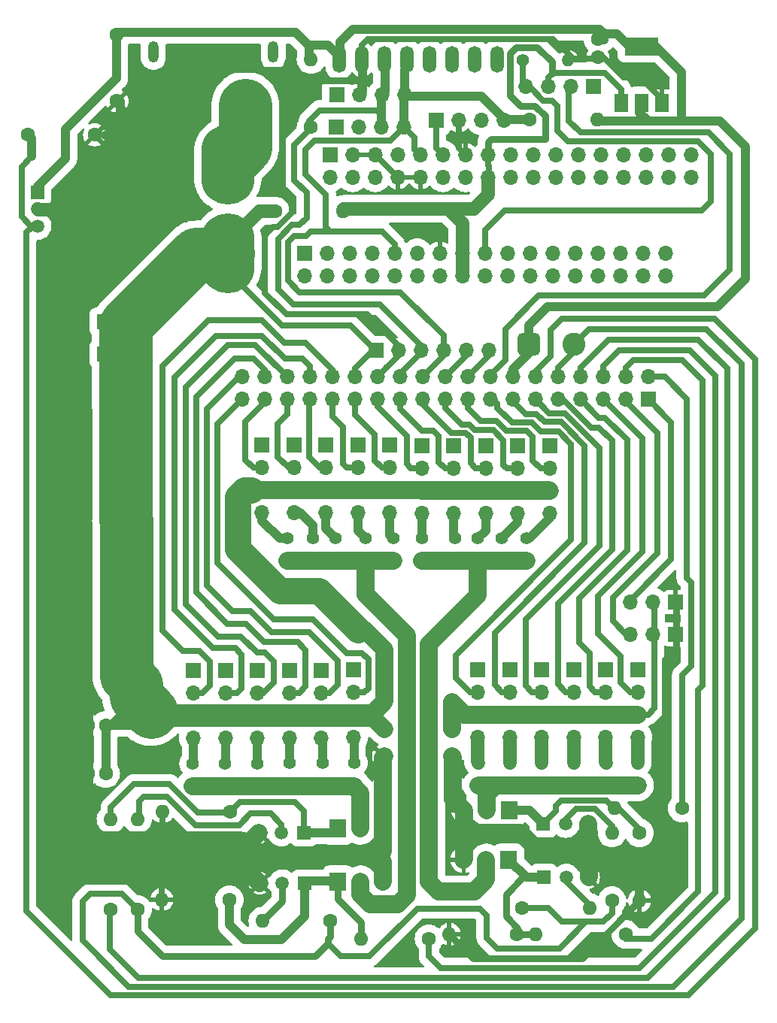
<source format=gbr>
%TF.GenerationSoftware,KiCad,Pcbnew,7.0.2*%
%TF.CreationDate,2023-07-14T13:18:19-03:00*%
%TF.ProjectId,HM_CENTRAL-02,484d5f43-454e-4545-9241-4c2d30322e6b,rev?*%
%TF.SameCoordinates,Original*%
%TF.FileFunction,Copper,L4,Bot*%
%TF.FilePolarity,Positive*%
%FSLAX46Y46*%
G04 Gerber Fmt 4.6, Leading zero omitted, Abs format (unit mm)*
G04 Created by KiCad (PCBNEW 7.0.2) date 2023-07-14 13:18:19*
%MOMM*%
%LPD*%
G01*
G04 APERTURE LIST*
G04 Aperture macros list*
%AMRoundRect*
0 Rectangle with rounded corners*
0 $1 Rounding radius*
0 $2 $3 $4 $5 $6 $7 $8 $9 X,Y pos of 4 corners*
0 Add a 4 corners polygon primitive as box body*
4,1,4,$2,$3,$4,$5,$6,$7,$8,$9,$2,$3,0*
0 Add four circle primitives for the rounded corners*
1,1,$1+$1,$2,$3*
1,1,$1+$1,$4,$5*
1,1,$1+$1,$6,$7*
1,1,$1+$1,$8,$9*
0 Add four rect primitives between the rounded corners*
20,1,$1+$1,$2,$3,$4,$5,0*
20,1,$1+$1,$4,$5,$6,$7,0*
20,1,$1+$1,$6,$7,$8,$9,0*
20,1,$1+$1,$8,$9,$2,$3,0*%
%AMHorizOval*
0 Thick line with rounded ends*
0 $1 width*
0 $2 $3 position (X,Y) of the first rounded end (center of the circle)*
0 $4 $5 position (X,Y) of the second rounded end (center of the circle)*
0 Add line between two ends*
20,1,$1,$2,$3,$4,$5,0*
0 Add two circle primitives to create the rounded ends*
1,1,$1,$2,$3*
1,1,$1,$4,$5*%
G04 Aperture macros list end*
%TA.AperFunction,ComponentPad*%
%ADD10R,1.905000X2.000000*%
%TD*%
%TA.AperFunction,ComponentPad*%
%ADD11O,1.905000X2.000000*%
%TD*%
%TA.AperFunction,ComponentPad*%
%ADD12C,1.400000*%
%TD*%
%TA.AperFunction,ComponentPad*%
%ADD13O,1.400000X1.400000*%
%TD*%
%TA.AperFunction,ComponentPad*%
%ADD14R,1.700000X1.700000*%
%TD*%
%TA.AperFunction,ComponentPad*%
%ADD15O,1.700000X1.700000*%
%TD*%
%TA.AperFunction,ComponentPad*%
%ADD16C,1.600000*%
%TD*%
%TA.AperFunction,ComponentPad*%
%ADD17O,1.600000X1.600000*%
%TD*%
%TA.AperFunction,ComponentPad*%
%ADD18O,1.500000X3.000000*%
%TD*%
%TA.AperFunction,ComponentPad*%
%ADD19RoundRect,0.650000X-0.650000X-0.650000X0.650000X-0.650000X0.650000X0.650000X-0.650000X0.650000X0*%
%TD*%
%TA.AperFunction,ComponentPad*%
%ADD20C,2.600000*%
%TD*%
%TA.AperFunction,ComponentPad*%
%ADD21R,1.500000X1.500000*%
%TD*%
%TA.AperFunction,ComponentPad*%
%ADD22C,1.500000*%
%TD*%
%TA.AperFunction,ComponentPad*%
%ADD23HorizOval,0.800000X0.000000X0.000000X0.000000X0.000000X0*%
%TD*%
%TA.AperFunction,ComponentPad*%
%ADD24HorizOval,0.800000X0.000000X0.000000X0.000000X0.000000X0*%
%TD*%
%TA.AperFunction,ComponentPad*%
%ADD25C,0.800000*%
%TD*%
%TA.AperFunction,ComponentPad*%
%ADD26O,6.000000X9.000000*%
%TD*%
%TA.AperFunction,ComponentPad*%
%ADD27R,4.000000X4.000000*%
%TD*%
%TA.AperFunction,ComponentPad*%
%ADD28C,4.000000*%
%TD*%
%TA.AperFunction,ComponentPad*%
%ADD29O,1.200000X2.400000*%
%TD*%
%TA.AperFunction,SMDPad,CuDef*%
%ADD30R,1.500000X2.000000*%
%TD*%
%TA.AperFunction,SMDPad,CuDef*%
%ADD31R,3.800000X2.000000*%
%TD*%
%TA.AperFunction,Conductor*%
%ADD32C,2.000000*%
%TD*%
%TA.AperFunction,Conductor*%
%ADD33C,0.700000*%
%TD*%
%TA.AperFunction,Conductor*%
%ADD34C,1.500000*%
%TD*%
%TA.AperFunction,Conductor*%
%ADD35C,1.000000*%
%TD*%
%TA.AperFunction,Conductor*%
%ADD36C,6.000000*%
%TD*%
%TA.AperFunction,Conductor*%
%ADD37C,0.800000*%
%TD*%
%TA.AperFunction,Conductor*%
%ADD38C,2.500000*%
%TD*%
%TA.AperFunction,Conductor*%
%ADD39C,3.000000*%
%TD*%
G04 APERTURE END LIST*
D10*
%TO.P,Q4,1,G*%
%TO.N,Net-(Q3-C)*%
X98390000Y-130590000D03*
D11*
%TO.P,Q4,2,D*%
%TO.N,R_ARM_GND*%
X95850000Y-130590000D03*
%TO.P,Q4,3,S*%
%TO.N,GND*%
X93310000Y-130590000D03*
%TD*%
D12*
%TO.P,RM5,1*%
%TO.N,L_TX_CURRENT*%
X73500000Y-94420000D03*
D13*
%TO.P,RM5,2*%
%TO.N,L_ARM_GND*%
X73500000Y-96960000D03*
%TD*%
D12*
%TO.P,RM10,1*%
%TO.N,L_ANK_CURRENT*%
X77400000Y-119710000D03*
D13*
%TO.P,RM10,2*%
%TO.N,L_LEG_GND*%
X77400000Y-122250000D03*
%TD*%
D14*
%TO.P,M18,1,POT*%
%TO.N,R_TX_POT*%
X88600000Y-83960000D03*
D15*
%TO.P,M18,2,PWM*%
%TO.N,R_TX_PWM*%
X88600000Y-86500000D03*
%TO.P,M18,3,+*%
%TO.N,SERVO_VCC*%
X88600000Y-89040000D03*
%TO.P,M18,4,-*%
%TO.N,R_TX_CURRENT*%
X88600000Y-91580000D03*
%TD*%
D16*
%TO.P,R7,1*%
%TO.N,SHUTOFF*%
X56600000Y-136200000D03*
D17*
%TO.P,R7,2*%
%TO.N,Net-(Q5-B)*%
X56600000Y-126040000D03*
%TD*%
D16*
%TO.P,R2,1*%
%TO.N,L_ARM_CONTROL*%
X89400000Y-139500000D03*
D17*
%TO.P,R2,2*%
%TO.N,Net-(Q1-C)*%
X81780000Y-139500000D03*
%TD*%
D14*
%TO.P,M3,1,POT*%
%TO.N,L_ELBR_POT*%
X77800000Y-83920000D03*
D15*
%TO.P,M3,2,PWM*%
%TO.N,L_ELBR_PWM*%
X77800000Y-86460000D03*
%TO.P,M3,3,+*%
%TO.N,SERVO_VCC*%
X77800000Y-89000000D03*
%TO.P,M3,4,-*%
%TO.N,L_ELBR_CURRENT*%
X77800000Y-91540000D03*
%TD*%
D16*
%TO.P,C7,1*%
%TO.N,3V3*%
X108420000Y-38200000D03*
%TO.P,C7,2*%
%TO.N,GND*%
X108420000Y-40200000D03*
%TD*%
D14*
%TO.P,J6,1,Pin_1*%
%TO.N,GND*%
X117180000Y-105200000D03*
D15*
%TO.P,J6,2,Pin_2*%
%TO.N,SERVO_VCC*%
X114640000Y-105200000D03*
%TO.P,J6,3,Pin_3*%
%TO.N,R_FT_ANGLE*%
X112100000Y-105200000D03*
%TD*%
D12*
%TO.P,RM21,1*%
%TO.N,R_ELB_CURRENT*%
X97600000Y-94380000D03*
D13*
%TO.P,RM21,2*%
%TO.N,R_ARM_GND*%
X97600000Y-96920000D03*
%TD*%
D12*
%TO.P,RM14,1*%
%TO.N,R_FT_CURRENT*%
X95000000Y-119680000D03*
D13*
%TO.P,RM14,2*%
%TO.N,R_LEG_GND*%
X95000000Y-122220000D03*
%TD*%
D16*
%TO.P,R4,1*%
%TO.N,SHUTOFF*%
X99890000Y-136000000D03*
D17*
%TO.P,R4,2*%
%TO.N,Net-(Q3-B)*%
X107510000Y-136000000D03*
%TD*%
D14*
%TO.P,M19,1,POT*%
%TO.N,R_SH_POT*%
X92200000Y-83960000D03*
D15*
%TO.P,M19,2,PWM*%
%TO.N,R_SH_PWM*%
X92200000Y-86500000D03*
%TO.P,M19,3,+*%
%TO.N,SERVO_VCC*%
X92200000Y-89040000D03*
%TO.P,M19,4,-*%
%TO.N,R_SH_CURRENT*%
X92200000Y-91580000D03*
%TD*%
D18*
%TO.P,U3,ADO,ADO*%
%TO.N,unconnected-(U3-PadADO)*%
X94530000Y-40440000D03*
%TO.P,U3,GND,GND*%
%TO.N,GND*%
X81830000Y-40440000D03*
%TO.P,U3,INT,INT*%
%TO.N,unconnected-(U3-PadINT)*%
X97070000Y-40440000D03*
%TO.P,U3,SCL,SCL*%
%TO.N,SCL*%
X84370000Y-40440000D03*
%TO.P,U3,SDA,SDA*%
%TO.N,SDA*%
X86910000Y-40440000D03*
%TO.P,U3,VCC,VCC*%
%TO.N,3V3*%
X79290000Y-40440000D03*
%TO.P,U3,XCL,XCL*%
%TO.N,unconnected-(U3-PadXCL)*%
X89450000Y-40440000D03*
%TO.P,U3,XDA,XDA*%
%TO.N,unconnected-(U3-PadXDA)*%
X91990000Y-40440000D03*
%TD*%
D19*
%TO.P,J7,1,Pin_1*%
%TO.N,3V3*%
X100660000Y-72500000D03*
D20*
%TO.P,J7,2,Pin_2*%
%TO.N,SHUTOFF*%
X105740000Y-72500000D03*
%TD*%
D14*
%TO.P,M23,1,POT*%
%TO.N,HD_POT*%
X107920000Y-43490000D03*
D15*
%TO.P,M23,2,PWM*%
%TO.N,HD_PWM*%
X105380000Y-43490000D03*
%TO.P,M23,3,+*%
%TO.N,SERVO_VCC*%
X102840000Y-43490000D03*
%TO.P,M23,4,-*%
%TO.N,HD_CURRENT*%
X100300000Y-43490000D03*
%TD*%
D14*
%TO.P,J5,1,Pin_1*%
%TO.N,GND*%
X117140000Y-101600000D03*
D15*
%TO.P,J5,2,Pin_2*%
%TO.N,SERVO_VCC*%
X114600000Y-101600000D03*
%TO.P,J5,3,Pin_3*%
%TO.N,L_FT_ANGLE*%
X112060000Y-101600000D03*
%TD*%
D16*
%TO.P,C9,1*%
%TO.N,GND*%
X51770000Y-48940000D03*
%TO.P,C9,2*%
%TO.N,I_SENS*%
X44270000Y-48940000D03*
%TD*%
%TO.P,R5,1*%
%TO.N,R_ARM_CONTROL*%
X111560000Y-139000000D03*
D17*
%TO.P,R5,2*%
%TO.N,Net-(Q3-C)*%
X101400000Y-139000000D03*
%TD*%
D10*
%TO.P,Q8,1,G*%
%TO.N,Net-(Q7-C)*%
X98450000Y-125005000D03*
D11*
%TO.P,Q8,2,D*%
%TO.N,R_LEG_GND*%
X95910000Y-125005000D03*
%TO.P,Q8,3,S*%
%TO.N,GND*%
X93370000Y-125005000D03*
%TD*%
D21*
%TO.P,Q7,1,C*%
%TO.N,Net-(Q7-C)*%
X102270000Y-126570000D03*
D22*
%TO.P,Q7,2,B*%
%TO.N,Net-(Q7-B)*%
X104810000Y-126570000D03*
%TO.P,Q7,3,E*%
%TO.N,GND*%
X107350000Y-126570000D03*
%TD*%
D14*
%TO.P,M4,1,POT*%
%TO.N,L_SH_POT*%
X74200000Y-83920000D03*
D15*
%TO.P,M4,2,PWM*%
%TO.N,L_SH_PWM*%
X74200000Y-86460000D03*
%TO.P,M4,3,+*%
%TO.N,SERVO_VCC*%
X74200000Y-89000000D03*
%TO.P,M4,4,-*%
%TO.N,L_SH_CURRENT*%
X74200000Y-91540000D03*
%TD*%
D16*
%TO.P,C8,1*%
%TO.N,3V3*%
X54270000Y-37630000D03*
%TO.P,C8,2*%
%TO.N,GND*%
X54270000Y-45130000D03*
%TD*%
%TO.P,R35,1*%
%TO.N,Net-(Q7-C)*%
X113100000Y-127590000D03*
D17*
%TO.P,R35,2*%
%TO.N,GND*%
X113100000Y-135210000D03*
%TD*%
D14*
%TO.P,J9,1,Pin_1*%
%TO.N,3V3*%
X78990000Y-48040000D03*
D15*
%TO.P,J9,2,Pin_2*%
%TO.N,GND*%
X81530000Y-48040000D03*
%TO.P,J9,3,Pin_3*%
%TO.N,SCL*%
X84070000Y-48040000D03*
%TO.P,J9,4,Pin_4*%
%TO.N,SDA*%
X86610000Y-48040000D03*
%TD*%
D16*
%TO.P,R3,1*%
%TO.N,Net-(Q1-C)*%
X66942500Y-135100000D03*
D17*
%TO.P,R3,2*%
%TO.N,GND*%
X59322500Y-135100000D03*
%TD*%
D12*
%TO.P,RM23,1*%
%TO.N,HD_CURRENT*%
X99970000Y-40570000D03*
D13*
%TO.P,RM23,2*%
%TO.N,GND*%
X105050000Y-40570000D03*
%TD*%
D14*
%TO.P,M12,1,POT*%
%TO.N,R_FT_POT*%
X94900000Y-109160000D03*
D15*
%TO.P,M12,2,PWM*%
%TO.N,R_FT_PWM*%
X94900000Y-111700000D03*
%TO.P,M12,3,+*%
%TO.N,SERVO_VCC*%
X94900000Y-114240000D03*
%TO.P,M12,4,-*%
%TO.N,R_FT_CURRENT*%
X94900000Y-116780000D03*
%TD*%
D16*
%TO.P,C1,1*%
%TO.N,SERVO_VCC*%
X55355000Y-109920000D03*
%TO.P,C1,2*%
%TO.N,GND*%
X47855000Y-109920000D03*
%TD*%
D12*
%TO.P,RM7,1*%
%TO.N,L_TG_CURRENT*%
X66400000Y-119760000D03*
D13*
%TO.P,RM7,2*%
%TO.N,L_LEG_GND*%
X66400000Y-122300000D03*
%TD*%
D14*
%TO.P,J4,1,Pin_1*%
%TO.N,L_HP_POT*%
X78280000Y-51210000D03*
D15*
%TO.P,J4,2,Pin_2*%
%TO.N,L_TG_POT*%
X78280000Y-53750000D03*
%TO.P,J4,3,Pin_3*%
%TO.N,GND*%
X80820000Y-51210000D03*
%TO.P,J4,4,Pin_4*%
%TO.N,L_KNR_POT*%
X80820000Y-53750000D03*
%TO.P,J4,5,Pin_5*%
%TO.N,GND*%
X83360000Y-51210000D03*
%TO.P,J4,6,Pin_6*%
%TO.N,L_KN_POT*%
X83360000Y-53750000D03*
%TO.P,J4,7,Pin_7*%
%TO.N,SCL*%
X85900000Y-51210000D03*
%TO.P,J4,8,Pin_8*%
%TO.N,GND*%
X85900000Y-53750000D03*
%TO.P,J4,9,Pin_9*%
%TO.N,SDA*%
X88440000Y-51210000D03*
%TO.P,J4,10,Pin_10*%
%TO.N,GND*%
X88440000Y-53750000D03*
%TO.P,J4,11,Pin_11*%
%TO.N,3V3*%
X90980000Y-51210000D03*
%TO.P,J4,12,Pin_12*%
%TO.N,R_TX_POT*%
X90980000Y-53750000D03*
%TO.P,J4,13,Pin_13*%
%TO.N,GND*%
X93520000Y-51210000D03*
%TO.P,J4,14,Pin_14*%
%TO.N,L_HND_POT*%
X93520000Y-53750000D03*
%TO.P,J4,15,Pin_15*%
%TO.N,SERVO_VCC*%
X96060000Y-51210000D03*
%TO.P,J4,16,Pin_16*%
X96060000Y-53750000D03*
%TO.P,J4,17,Pin_17*%
%TO.N,HD_POT*%
X98600000Y-51210000D03*
%TO.P,J4,18,Pin_18*%
%TO.N,L_TX_POT*%
X98600000Y-53750000D03*
%TO.P,J4,19,Pin_19*%
%TO.N,R_HP_POT*%
X101140000Y-51210000D03*
%TO.P,J4,20,Pin_20*%
%TO.N,L_SH_POT*%
X101140000Y-53750000D03*
%TO.P,J4,21,Pin_21*%
%TO.N,R_TG_POT*%
X103680000Y-51210000D03*
%TO.P,J4,22,Pin_22*%
%TO.N,L_ELBR_POT*%
X103680000Y-53750000D03*
%TO.P,J4,23,Pin_23*%
%TO.N,R_KNR_POT*%
X106220000Y-51210000D03*
%TO.P,J4,24,Pin_24*%
%TO.N,L_ELB_POT*%
X106220000Y-53750000D03*
%TO.P,J4,25,Pin_25*%
%TO.N,R_KN_POT*%
X108760000Y-51210000D03*
%TO.P,J4,26,Pin_26*%
%TO.N,SHUTOFF*%
X108760000Y-53750000D03*
%TO.P,J4,27,Pin_27*%
%TO.N,R_ANK_POT*%
X111300000Y-51210000D03*
%TO.P,J4,28,Pin_28*%
%TO.N,R_ELBR_POT*%
X111300000Y-53750000D03*
%TO.P,J4,29,Pin_29*%
%TO.N,R_FT_POT*%
X113840000Y-51210000D03*
%TO.P,J4,30,Pin_30*%
%TO.N,R_ELB_POT*%
X113840000Y-53750000D03*
%TO.P,J4,31,Pin_31*%
%TO.N,L_FT_POT*%
X116380000Y-51210000D03*
%TO.P,J4,32,Pin_32*%
%TO.N,R_HND_POT*%
X116380000Y-53750000D03*
%TO.P,J4,33,Pin_33*%
%TO.N,L_ANK_POT*%
X118920000Y-51210000D03*
%TO.P,J4,34,Pin_34*%
%TO.N,R_SH_POT*%
X118920000Y-53750000D03*
%TD*%
D14*
%TO.P,M8,1,POT*%
%TO.N,L_KNR_POT*%
X70100000Y-109260000D03*
D15*
%TO.P,M8,2,PWM*%
%TO.N,L_KNR_PWM*%
X70100000Y-111800000D03*
%TO.P,M8,3,+*%
%TO.N,SERVO_VCC*%
X70100000Y-114340000D03*
%TO.P,M8,4,-*%
%TO.N,L_KNR_CURRENT*%
X70100000Y-116880000D03*
%TD*%
D10*
%TO.P,Q6,1,G*%
%TO.N,Net-(Q5-C)*%
X79120000Y-127100000D03*
D11*
%TO.P,Q6,2,D*%
%TO.N,L_LEG_GND*%
X81660000Y-127100000D03*
%TO.P,Q6,3,S*%
%TO.N,GND*%
X84200000Y-127100000D03*
%TD*%
D12*
%TO.P,RM17,1*%
%TO.N,R_HP_CURRENT*%
X112900000Y-119680000D03*
D13*
%TO.P,RM17,2*%
%TO.N,R_LEG_GND*%
X112900000Y-122220000D03*
%TD*%
D12*
%TO.P,RM15,1*%
%TO.N,R_KNR_CURRENT*%
X105700000Y-119680000D03*
D13*
%TO.P,RM15,2*%
%TO.N,R_LEG_GND*%
X105700000Y-122220000D03*
%TD*%
D12*
%TO.P,RM18,1*%
%TO.N,R_TX_CURRENT*%
X88600000Y-94400000D03*
D13*
%TO.P,RM18,2*%
%TO.N,R_ARM_GND*%
X88600000Y-96940000D03*
%TD*%
D12*
%TO.P,RM1,1*%
%TO.N,L_HND_CURRENT*%
X85400000Y-94420000D03*
D13*
%TO.P,RM1,2*%
%TO.N,L_ARM_GND*%
X85400000Y-96960000D03*
%TD*%
D12*
%TO.P,RM4,1*%
%TO.N,L_SH_CURRENT*%
X76300000Y-94420000D03*
D13*
%TO.P,RM4,2*%
%TO.N,L_ARM_GND*%
X76300000Y-96960000D03*
%TD*%
D14*
%TO.P,J10,1,Pin_1*%
%TO.N,3V3*%
X90190000Y-47330000D03*
D15*
%TO.P,J10,2,Pin_2*%
%TO.N,GND*%
X92730000Y-47330000D03*
%TO.P,J10,3,Pin_3*%
%TO.N,SCL*%
X95270000Y-47330000D03*
%TO.P,J10,4,Pin_4*%
%TO.N,SDA*%
X97810000Y-47330000D03*
%TD*%
D21*
%TO.P,U1,1,VCC*%
%TO.N,3V3*%
X45355000Y-55400000D03*
D22*
%TO.P,U1,2,GND*%
%TO.N,GND*%
X45355000Y-57310000D03*
%TO.P,U1,3,VIOUT*%
%TO.N,I_SENS*%
X45355000Y-59220000D03*
D23*
%TO.P,U1,4,IP+*%
%TO.N,SERVO_VCC*%
X67385000Y-58360000D03*
D24*
X66125000Y-58360000D03*
D25*
X68415000Y-59110000D03*
X65095000Y-59110000D03*
X68805000Y-60310000D03*
X64705000Y-60310000D03*
X68805000Y-61640000D03*
X64705000Y-61640000D03*
D26*
X66755000Y-62310000D03*
D25*
X68805000Y-62980000D03*
X64705000Y-62980000D03*
X68805000Y-64310000D03*
X64705000Y-64310000D03*
X68415000Y-65510000D03*
X65095000Y-65510000D03*
X67385000Y-66260000D03*
X66125000Y-66260000D03*
%TO.P,U1,5,IP-*%
%TO.N,Net-(J1-+)*%
X67385000Y-48360000D03*
X66125000Y-48360000D03*
X68415000Y-49110000D03*
X65095000Y-49110000D03*
X68805000Y-50310000D03*
X64705000Y-50310000D03*
X68805000Y-51640000D03*
X64705000Y-51640000D03*
D26*
X66755000Y-52310000D03*
D25*
X68805000Y-52980000D03*
X64705000Y-52980000D03*
X68805000Y-54310000D03*
X64705000Y-54310000D03*
X68415000Y-55510000D03*
X65095000Y-55510000D03*
D24*
X67385000Y-56260000D03*
D23*
X66125000Y-56260000D03*
%TD*%
D16*
%TO.P,R17,1*%
%TO.N,SERVO_VCC*%
X72100000Y-57520000D03*
D17*
%TO.P,R17,2*%
X79720000Y-57520000D03*
%TD*%
D14*
%TO.P,M17,1,POT*%
%TO.N,R_HP_POT*%
X112900000Y-109160000D03*
D15*
%TO.P,M17,2,PWM*%
%TO.N,R_HP_PWM*%
X112900000Y-111700000D03*
%TO.P,M17,3,+*%
%TO.N,SERVO_VCC*%
X112900000Y-114240000D03*
%TO.P,M17,4,-*%
%TO.N,R_HP_CURRENT*%
X112900000Y-116780000D03*
%TD*%
D14*
%TO.P,M11,1,POT*%
%TO.N,L_FT_POT*%
X80900000Y-109240000D03*
D15*
%TO.P,M11,2,PWM*%
%TO.N,L_FT_PWM*%
X80900000Y-111780000D03*
%TO.P,M11,3,+*%
%TO.N,SERVO_VCC*%
X80900000Y-114320000D03*
%TO.P,M11,4,-*%
%TO.N,L_FT_CURRENT*%
X80900000Y-116860000D03*
%TD*%
D10*
%TO.P,Q2,1,G*%
%TO.N,Net-(Q1-C)*%
X79160000Y-133045000D03*
D11*
%TO.P,Q2,2,D*%
%TO.N,L_ARM_GND*%
X81700000Y-133045000D03*
%TO.P,Q2,3,S*%
%TO.N,GND*%
X84240000Y-133045000D03*
%TD*%
D16*
%TO.P,C6,1*%
%TO.N,SERVO_VCC*%
X54105000Y-101820000D03*
%TO.P,C6,2*%
%TO.N,GND*%
X49105000Y-101820000D03*
%TD*%
%TO.P,C2,1*%
%TO.N,SERVO_VCC*%
X53020000Y-115440000D03*
%TO.P,C2,2*%
%TO.N,GND*%
X51020000Y-115440000D03*
%TD*%
D14*
%TO.P,M9,1,POT*%
%TO.N,L_KN_POT*%
X73700000Y-109260000D03*
D15*
%TO.P,M9,2,PWM*%
%TO.N,L_KN_PWM*%
X73700000Y-111800000D03*
%TO.P,M9,3,+*%
%TO.N,SERVO_VCC*%
X73700000Y-114340000D03*
%TO.P,M9,4,-*%
%TO.N,L_KN_CURRENT*%
X73700000Y-116880000D03*
%TD*%
D12*
%TO.P,RM11,1*%
%TO.N,L_KN_CURRENT*%
X73700000Y-119680000D03*
D13*
%TO.P,RM11,2*%
%TO.N,L_LEG_GND*%
X73700000Y-122220000D03*
%TD*%
D16*
%TO.P,R39,1*%
%TO.N,SDA*%
X100720000Y-47230000D03*
D17*
%TO.P,R39,2*%
%TO.N,3V3*%
X108340000Y-47230000D03*
%TD*%
D14*
%TO.P,M13,1,POT*%
%TO.N,R_ANK_POT*%
X98500000Y-109160000D03*
D15*
%TO.P,M13,2,PWM*%
%TO.N,R_ANK_PWM*%
X98500000Y-111700000D03*
%TO.P,M13,3,+*%
%TO.N,SERVO_VCC*%
X98500000Y-114240000D03*
%TO.P,M13,4,-*%
%TO.N,R_ANK_CURRENT*%
X98500000Y-116780000D03*
%TD*%
D14*
%TO.P,M20,1,POT*%
%TO.N,R_ELBR_POT*%
X95800000Y-83960000D03*
D15*
%TO.P,M20,2,PWM*%
%TO.N,R_ELBR_PWM*%
X95800000Y-86500000D03*
%TO.P,M20,3,+*%
%TO.N,SERVO_VCC*%
X95800000Y-89040000D03*
%TO.P,M20,4,-*%
%TO.N,R_ELBR_CURRENT*%
X95800000Y-91580000D03*
%TD*%
D14*
%TO.P,M15,1,POT*%
%TO.N,R_KNR_POT*%
X105700000Y-109160000D03*
D15*
%TO.P,M15,2,PWM*%
%TO.N,R_KNR_PWM*%
X105700000Y-111700000D03*
%TO.P,M15,3,+*%
%TO.N,SERVO_VCC*%
X105700000Y-114240000D03*
%TO.P,M15,4,-*%
%TO.N,R_KNR_CURRENT*%
X105700000Y-116780000D03*
%TD*%
D21*
%TO.P,Q5,1,C*%
%TO.N,Net-(Q5-C)*%
X75340000Y-127540000D03*
D22*
%TO.P,Q5,2,B*%
%TO.N,Net-(Q5-B)*%
X72800000Y-127540000D03*
%TO.P,Q5,3,E*%
%TO.N,GND*%
X70260000Y-127540000D03*
%TD*%
D14*
%TO.P,M1,1,POT*%
%TO.N,L_HND_POT*%
X85000000Y-83920000D03*
D15*
%TO.P,M1,2,PWM*%
%TO.N,L_HND_PWM*%
X85000000Y-86460000D03*
%TO.P,M1,3,+*%
%TO.N,SERVO_VCC*%
X85000000Y-89000000D03*
%TO.P,M1,4,-*%
%TO.N,L_HND_CURRENT*%
X85000000Y-91540000D03*
%TD*%
D12*
%TO.P,RM20,1*%
%TO.N,R_ELBR_CURRENT*%
X94900000Y-94400000D03*
D13*
%TO.P,RM20,2*%
%TO.N,R_ARM_GND*%
X94900000Y-96940000D03*
%TD*%
D14*
%TO.P,M5,1,POT*%
%TO.N,L_TX_POT*%
X70600000Y-83920000D03*
D15*
%TO.P,M5,2,PWM*%
%TO.N,L_TX_PWM*%
X70600000Y-86460000D03*
%TO.P,M5,3,+*%
%TO.N,SERVO_VCC*%
X70600000Y-89000000D03*
%TO.P,M5,4,-*%
%TO.N,L_TX_CURRENT*%
X70600000Y-91540000D03*
%TD*%
D14*
%TO.P,J3,1,Pin_1*%
%TO.N,L_HP_CURRENT*%
X75380000Y-62270000D03*
D15*
%TO.P,J3,2,Pin_2*%
%TO.N,L_TG_CURRENT*%
X75380000Y-64810000D03*
%TO.P,J3,3,Pin_3*%
%TO.N,L_LEG_GND*%
X77920000Y-62270000D03*
%TO.P,J3,4,Pin_4*%
%TO.N,L_KNR_CURRENT*%
X77920000Y-64810000D03*
%TO.P,J3,5,Pin_5*%
%TO.N,R_LEG_GND*%
X80460000Y-62270000D03*
%TO.P,J3,6,Pin_6*%
%TO.N,L_KN_CURRENT*%
X80460000Y-64810000D03*
%TO.P,J3,7,Pin_7*%
%TO.N,SCL*%
X83000000Y-62270000D03*
%TO.P,J3,8,Pin_8*%
%TO.N,R_ARM_GND*%
X83000000Y-64810000D03*
%TO.P,J3,9,Pin_9*%
%TO.N,SDA*%
X85540000Y-62270000D03*
%TO.P,J3,10,Pin_10*%
%TO.N,L_ARM_GND*%
X85540000Y-64810000D03*
%TO.P,J3,11,Pin_11*%
%TO.N,3V3*%
X88080000Y-62270000D03*
%TO.P,J3,12,Pin_12*%
%TO.N,R_TX_CURRENT*%
X88080000Y-64810000D03*
%TO.P,J3,13,Pin_13*%
%TO.N,GND*%
X90620000Y-62270000D03*
%TO.P,J3,14,Pin_14*%
%TO.N,L_HND_CURRENT*%
X90620000Y-64810000D03*
%TO.P,J3,15,Pin_15*%
%TO.N,SERVO_VCC*%
X93160000Y-62270000D03*
%TO.P,J3,16,Pin_16*%
X93160000Y-64810000D03*
%TO.P,J3,17,Pin_17*%
%TO.N,HD_CURRENT*%
X95700000Y-62270000D03*
%TO.P,J3,18,Pin_18*%
%TO.N,L_TX_CURRENT*%
X95700000Y-64810000D03*
%TO.P,J3,19,Pin_19*%
%TO.N,R_HP_CURRENT*%
X98240000Y-62270000D03*
%TO.P,J3,20,Pin_20*%
%TO.N,L_SH_CURRENT*%
X98240000Y-64810000D03*
%TO.P,J3,21,Pin_21*%
%TO.N,R_TG_CURRENT*%
X100780000Y-62270000D03*
%TO.P,J3,22,Pin_22*%
%TO.N,L_ELBR_CURRENT*%
X100780000Y-64810000D03*
%TO.P,J3,23,Pin_23*%
%TO.N,R_KNR_CURRENT*%
X103320000Y-62270000D03*
%TO.P,J3,24,Pin_24*%
%TO.N,L_ELB_CURRENT*%
X103320000Y-64810000D03*
%TO.P,J3,25,Pin_25*%
%TO.N,R_KN_CURRENT*%
X105860000Y-62270000D03*
%TO.P,J3,26,Pin_26*%
%TO.N,SHUTOFF*%
X105860000Y-64810000D03*
%TO.P,J3,27,Pin_27*%
%TO.N,R_ANK_CURRENT*%
X108400000Y-62270000D03*
%TO.P,J3,28,Pin_28*%
%TO.N,R_ELBR_CURRENT*%
X108400000Y-64810000D03*
%TO.P,J3,29,Pin_29*%
%TO.N,R_FT_CURRENT*%
X110940000Y-62270000D03*
%TO.P,J3,30,Pin_30*%
%TO.N,R_ELB_CURRENT*%
X110940000Y-64810000D03*
%TO.P,J3,31,Pin_31*%
%TO.N,L_FT_CURRENT*%
X113480000Y-62270000D03*
%TO.P,J3,32,Pin_32*%
%TO.N,R_HND_CURRENT*%
X113480000Y-64810000D03*
%TO.P,J3,33,Pin_33*%
%TO.N,L_ANK_CURRENT*%
X116020000Y-62270000D03*
%TO.P,J3,34,Pin_34*%
%TO.N,R_SH_CURRENT*%
X116020000Y-64810000D03*
%TD*%
D12*
%TO.P,RM16,1*%
%TO.N,R_TG_CURRENT*%
X109400000Y-119680000D03*
D13*
%TO.P,RM16,2*%
%TO.N,R_LEG_GND*%
X109400000Y-122220000D03*
%TD*%
D21*
%TO.P,Q3,1,C*%
%TO.N,Net-(Q3-C)*%
X102310000Y-132610000D03*
D22*
%TO.P,Q3,2,B*%
%TO.N,Net-(Q3-B)*%
X104850000Y-132610000D03*
%TO.P,Q3,3,E*%
%TO.N,GND*%
X107390000Y-132610000D03*
%TD*%
D12*
%TO.P,RM12,1*%
%TO.N,R_KN_CURRENT*%
X102100000Y-119660000D03*
D13*
%TO.P,RM12,2*%
%TO.N,R_LEG_GND*%
X102100000Y-122200000D03*
%TD*%
D14*
%TO.P,M16,1,POT*%
%TO.N,R_TG_POT*%
X109300000Y-109160000D03*
D15*
%TO.P,M16,2,PWM*%
%TO.N,R_TG_PWM*%
X109300000Y-111700000D03*
%TO.P,M16,3,+*%
%TO.N,SERVO_VCC*%
X109300000Y-114240000D03*
%TO.P,M16,4,-*%
%TO.N,R_TG_CURRENT*%
X109300000Y-116780000D03*
%TD*%
D14*
%TO.P,M6,1,POT*%
%TO.N,L_HP_POT*%
X62900000Y-109260000D03*
D15*
%TO.P,M6,2,PWM*%
%TO.N,L_HP_PWM*%
X62900000Y-111800000D03*
%TO.P,M6,3,+*%
%TO.N,SERVO_VCC*%
X62900000Y-114340000D03*
%TO.P,M6,4,-*%
%TO.N,L_HP_CURRENT*%
X62900000Y-116880000D03*
%TD*%
D21*
%TO.P,Q1,1,C*%
%TO.N,Net-(Q1-C)*%
X75440000Y-133240000D03*
D22*
%TO.P,Q1,2,B*%
%TO.N,Net-(Q1-B)*%
X72900000Y-133240000D03*
%TO.P,Q1,3,E*%
%TO.N,GND*%
X70360000Y-133240000D03*
%TD*%
D12*
%TO.P,RM19,1*%
%TO.N,R_SH_CURRENT*%
X92300000Y-94400000D03*
D13*
%TO.P,RM19,2*%
%TO.N,R_ARM_GND*%
X92300000Y-96940000D03*
%TD*%
D14*
%TO.P,M7,1,POT*%
%TO.N,L_TG_POT*%
X66500000Y-109260000D03*
D15*
%TO.P,M7,2,PWM*%
%TO.N,L_TG_PWM*%
X66500000Y-111800000D03*
%TO.P,M7,3,+*%
%TO.N,SERVO_VCC*%
X66500000Y-114340000D03*
%TO.P,M7,4,-*%
%TO.N,L_TG_CURRENT*%
X66500000Y-116880000D03*
%TD*%
D14*
%TO.P,M21,1,POT*%
%TO.N,R_ELB_POT*%
X99400000Y-83960000D03*
D15*
%TO.P,M21,2,PWM*%
%TO.N,R_ELB_PWM*%
X99400000Y-86500000D03*
%TO.P,M21,3,+*%
%TO.N,SERVO_VCC*%
X99400000Y-89040000D03*
%TO.P,M21,4,-*%
%TO.N,R_ELB_CURRENT*%
X99400000Y-91580000D03*
%TD*%
D16*
%TO.P,R9,1*%
%TO.N,Net-(Q5-C)*%
X67010000Y-125200000D03*
D17*
%TO.P,R9,2*%
%TO.N,GND*%
X59390000Y-125200000D03*
%TD*%
D16*
%TO.P,C5,1*%
%TO.N,SERVO_VCC*%
X54105000Y-91320000D03*
%TO.P,C5,2*%
%TO.N,GND*%
X49105000Y-91320000D03*
%TD*%
D12*
%TO.P,RM2,1*%
%TO.N,L_ELB_CURRENT*%
X82300000Y-94420000D03*
D13*
%TO.P,RM2,2*%
%TO.N,L_ARM_GND*%
X82300000Y-96960000D03*
%TD*%
D14*
%TO.P,M24,1,+*%
%TO.N,SERVO_VCC*%
X52880000Y-73620000D03*
D15*
%TO.P,M24,2,-*%
%TO.N,GND*%
X50340000Y-73620000D03*
%TD*%
D12*
%TO.P,RM3,1*%
%TO.N,L_ELBR_CURRENT*%
X78900000Y-94420000D03*
D13*
%TO.P,RM3,2*%
%TO.N,L_ARM_GND*%
X78900000Y-96960000D03*
%TD*%
D16*
%TO.P,R16,1*%
%TO.N,GND*%
X84290000Y-118900000D03*
D17*
%TO.P,R16,2*%
X91910000Y-118900000D03*
%TD*%
D14*
%TO.P,M25,1,+*%
%TO.N,SERVO_VCC*%
X52880000Y-70020000D03*
D15*
%TO.P,M25,2,-*%
%TO.N,GND*%
X50340000Y-70020000D03*
%TD*%
D14*
%TO.P,J2,1,Pin_1*%
%TO.N,L_FT_ANGLE*%
X114080000Y-78740000D03*
D15*
%TO.P,J2,2,Pin_2*%
%TO.N,R_LEG_CONTROL*%
X114080000Y-76200000D03*
%TO.P,J2,3,Pin_3*%
%TO.N,R_FT_ANGLE*%
X111540000Y-78740000D03*
%TO.P,J2,4,Pin_4*%
%TO.N,R_ARM_CONTROL*%
X111540000Y-76200000D03*
%TO.P,J2,5,Pin_5*%
%TO.N,R_HP_PWM*%
X109000000Y-78740000D03*
%TO.P,J2,6,Pin_6*%
%TO.N,L_ARM_CONTROL*%
X109000000Y-76200000D03*
%TO.P,J2,7,Pin_7*%
%TO.N,R_TG_PWM*%
X106460000Y-78740000D03*
%TO.P,J2,8,Pin_8*%
%TO.N,L_LEG_CONTROL*%
X106460000Y-76200000D03*
%TO.P,J2,9,Pin_9*%
%TO.N,R_KNR_PWM*%
X103920000Y-78740000D03*
%TO.P,J2,10,Pin_10*%
%TO.N,SHUTOFF*%
X103920000Y-76200000D03*
%TO.P,J2,11,Pin_11*%
%TO.N,R_KN_PWM*%
X101380000Y-78740000D03*
%TO.P,J2,12,Pin_12*%
%TO.N,I_SENS*%
X101380000Y-76200000D03*
%TO.P,J2,13,Pin_13*%
%TO.N,R_ANK_PWM*%
X98840000Y-78740000D03*
%TO.P,J2,14,Pin_14*%
%TO.N,3V3*%
X98840000Y-76200000D03*
%TO.P,J2,15,Pin_15*%
%TO.N,R_FT_PWM*%
X96300000Y-78740000D03*
%TO.P,J2,16,Pin_16*%
%TO.N,HD_PWM*%
X96300000Y-76200000D03*
%TO.P,J2,17,Pin_17*%
%TO.N,R_HND_PWM*%
X93760000Y-78740000D03*
%TO.P,J2,18,Pin_18*%
%TO.N,MAIN_TX*%
X93760000Y-76200000D03*
%TO.P,J2,19,Pin_19*%
%TO.N,R_ELB_PWM*%
X91220000Y-78740000D03*
%TO.P,J2,20,Pin_20*%
%TO.N,MAIN_RX*%
X91220000Y-76200000D03*
%TO.P,J2,21,Pin_21*%
%TO.N,R_ELBR_PWM*%
X88680000Y-78740000D03*
%TO.P,J2,22,Pin_22*%
%TO.N,SDA*%
X88680000Y-76200000D03*
%TO.P,J2,23,Pin_23*%
%TO.N,R_SH_PWM*%
X86140000Y-78740000D03*
%TO.P,J2,24,Pin_24*%
%TO.N,SCL*%
X86140000Y-76200000D03*
%TO.P,J2,25,Pin_25*%
%TO.N,R_TX_PWM*%
X83600000Y-78740000D03*
%TO.P,J2,26,Pin_26*%
%TO.N,GND*%
X83600000Y-76200000D03*
%TO.P,J2,27,Pin_27*%
%TO.N,L_HND_PWM*%
X81060000Y-78740000D03*
%TO.P,J2,28,Pin_28*%
%TO.N,SERVO_VCC*%
X81060000Y-76200000D03*
%TO.P,J2,29,Pin_29*%
%TO.N,L_ELB_PWM*%
X78520000Y-78740000D03*
%TO.P,J2,30,Pin_30*%
%TO.N,L_HP_PWM*%
X78520000Y-76200000D03*
%TO.P,J2,31,Pin_31*%
%TO.N,L_ELBR_PWM*%
X75980000Y-78740000D03*
%TO.P,J2,32,Pin_32*%
%TO.N,L_TG_PWM*%
X75980000Y-76200000D03*
%TO.P,J2,33,Pin_33*%
%TO.N,L_SH_PWM*%
X73440000Y-78740000D03*
%TO.P,J2,34,Pin_34*%
%TO.N,L_KNR_PWM*%
X73440000Y-76200000D03*
%TO.P,J2,35,Pin_35*%
%TO.N,L_TX_PWM*%
X70900000Y-78740000D03*
%TO.P,J2,36,Pin_36*%
%TO.N,L_KN_PWM*%
X70900000Y-76200000D03*
%TO.P,J2,37,Pin_37*%
%TO.N,L_FT_PWM*%
X68360000Y-78740000D03*
%TO.P,J2,38,Pin_38*%
%TO.N,L_ANK_PWM*%
X68360000Y-76200000D03*
%TD*%
D12*
%TO.P,RM22,1*%
%TO.N,R_HND_CURRENT*%
X100400000Y-94380000D03*
D13*
%TO.P,RM22,2*%
%TO.N,R_ARM_GND*%
X100400000Y-96920000D03*
%TD*%
D14*
%TO.P,J8,1,Pin_1*%
%TO.N,3V3*%
X79010000Y-44440000D03*
D15*
%TO.P,J8,2,Pin_2*%
%TO.N,GND*%
X81550000Y-44440000D03*
%TO.P,J8,3,Pin_3*%
%TO.N,SCL*%
X84090000Y-44440000D03*
%TO.P,J8,4,Pin_4*%
%TO.N,SDA*%
X86630000Y-44440000D03*
%TD*%
D16*
%TO.P,C3,1*%
%TO.N,SERVO_VCC*%
X53020000Y-120910000D03*
%TO.P,C3,2*%
%TO.N,GND*%
X51020000Y-120910000D03*
%TD*%
%TO.P,C4,1*%
%TO.N,SERVO_VCC*%
X54105000Y-80720000D03*
%TO.P,C4,2*%
%TO.N,GND*%
X49105000Y-80720000D03*
%TD*%
%TO.P,R34,1*%
%TO.N,R_LEG_CONTROL*%
X117910000Y-124800000D03*
D17*
%TO.P,R34,2*%
%TO.N,Net-(Q7-C)*%
X110290000Y-124800000D03*
%TD*%
D14*
%TO.P,M22,1,POT*%
%TO.N,R_HND_POT*%
X103000000Y-83980000D03*
D15*
%TO.P,M22,2,PWM*%
%TO.N,R_HND_PWM*%
X103000000Y-86520000D03*
%TO.P,M22,3,+*%
%TO.N,SERVO_VCC*%
X103000000Y-89060000D03*
%TO.P,M22,4,-*%
%TO.N,R_HND_CURRENT*%
X103000000Y-91600000D03*
%TD*%
D27*
%TO.P,J1,1,+*%
%TO.N,Net-(J1-+)*%
X68720000Y-45615750D03*
D28*
%TO.P,J1,2,-*%
%TO.N,GND*%
X61520000Y-45615750D03*
D29*
%TO.P,J1,S1*%
%TO.N,N/C*%
X71870000Y-39615750D03*
%TO.P,J1,S2*%
X58370000Y-39615750D03*
%TD*%
D12*
%TO.P,RM9,1*%
%TO.N,L_FT_CURRENT*%
X81000000Y-119680000D03*
D13*
%TO.P,RM9,2*%
%TO.N,L_LEG_GND*%
X81000000Y-122220000D03*
%TD*%
D14*
%TO.P,M14,1,POT*%
%TO.N,R_KN_POT*%
X102100000Y-109160000D03*
D15*
%TO.P,M14,2,PWM*%
%TO.N,R_KN_PWM*%
X102100000Y-111700000D03*
%TO.P,M14,3,+*%
%TO.N,SERVO_VCC*%
X102100000Y-114240000D03*
%TO.P,M14,4,-*%
%TO.N,R_KN_CURRENT*%
X102100000Y-116780000D03*
%TD*%
D16*
%TO.P,R38,1*%
%TO.N,SCL*%
X76120000Y-48100000D03*
D17*
%TO.P,R38,2*%
%TO.N,3V3*%
X76120000Y-40480000D03*
%TD*%
D16*
%TO.P,R1,1*%
%TO.N,SHUTOFF*%
X78310000Y-137500000D03*
D17*
%TO.P,R1,2*%
%TO.N,Net-(Q1-B)*%
X70690000Y-137500000D03*
%TD*%
D16*
%TO.P,R13,1*%
%TO.N,GND*%
X84390000Y-122000000D03*
D17*
%TO.P,R13,2*%
X92010000Y-122000000D03*
%TD*%
D16*
%TO.P,R8,1*%
%TO.N,L_LEG_CONTROL*%
X53600000Y-136200000D03*
D17*
%TO.P,R8,2*%
%TO.N,Net-(Q5-C)*%
X53600000Y-126040000D03*
%TD*%
D12*
%TO.P,RM13,1*%
%TO.N,R_ANK_CURRENT*%
X98500000Y-119660000D03*
D13*
%TO.P,RM13,2*%
%TO.N,R_LEG_GND*%
X98500000Y-122200000D03*
%TD*%
D16*
%TO.P,R11,1*%
%TO.N,SERVO_VCC*%
X84290000Y-112880000D03*
D17*
%TO.P,R11,2*%
X91910000Y-112880000D03*
%TD*%
D16*
%TO.P,R6,1*%
%TO.N,Net-(Q3-C)*%
X99310000Y-139000000D03*
D17*
%TO.P,R6,2*%
%TO.N,GND*%
X91690000Y-139000000D03*
%TD*%
D16*
%TO.P,R10,1*%
%TO.N,SHUTOFF*%
X110000000Y-135210000D03*
D17*
%TO.P,R10,2*%
%TO.N,Net-(Q7-B)*%
X110000000Y-127590000D03*
%TD*%
D16*
%TO.P,R12,1*%
%TO.N,SERVO_VCC*%
X84300000Y-115880000D03*
D17*
%TO.P,R12,2*%
X91920000Y-115880000D03*
%TD*%
D14*
%TO.P,M2,1,POT*%
%TO.N,L_ELB_POT*%
X81400000Y-83920000D03*
D15*
%TO.P,M2,2,PWM*%
%TO.N,L_ELB_PWM*%
X81400000Y-86460000D03*
%TO.P,M2,3,+*%
%TO.N,SERVO_VCC*%
X81400000Y-89000000D03*
%TO.P,M2,4,-*%
%TO.N,L_ELB_CURRENT*%
X81400000Y-91540000D03*
%TD*%
D12*
%TO.P,RM8,1*%
%TO.N,L_KNR_CURRENT*%
X70100000Y-119760000D03*
D13*
%TO.P,RM8,2*%
%TO.N,L_LEG_GND*%
X70100000Y-122300000D03*
%TD*%
D12*
%TO.P,RM6,1*%
%TO.N,L_HP_CURRENT*%
X62800000Y-119760000D03*
D13*
%TO.P,RM6,2*%
%TO.N,L_LEG_GND*%
X62800000Y-122300000D03*
%TD*%
D14*
%TO.P,M10,1,POT*%
%TO.N,L_ANK_POT*%
X77300000Y-109260000D03*
D15*
%TO.P,M10,2,PWM*%
%TO.N,L_ANK_PWM*%
X77300000Y-111800000D03*
%TO.P,M10,3,+*%
%TO.N,SERVO_VCC*%
X77300000Y-114340000D03*
%TO.P,M10,4,-*%
%TO.N,L_ANK_CURRENT*%
X77300000Y-116880000D03*
%TD*%
D30*
%TO.P,U2,1,GND*%
%TO.N,GND*%
X115630000Y-45320000D03*
%TO.P,U2,2,VO*%
%TO.N,3V3*%
X113330000Y-45320000D03*
D31*
X113330000Y-39020000D03*
D30*
%TO.P,U2,3,VI*%
%TO.N,SERVO_VCC*%
X111030000Y-45320000D03*
%TD*%
D14*
%TO.P,J13,1,Pin_1*%
%TO.N,SERVO_VCC*%
X83410000Y-73220000D03*
D15*
%TO.P,J13,2,Pin_2*%
%TO.N,GND*%
X85950000Y-73220000D03*
%TO.P,J13,3,Pin_3*%
%TO.N,SCL*%
X88490000Y-73220000D03*
%TO.P,J13,4,Pin_4*%
%TO.N,SDA*%
X91030000Y-73220000D03*
%TO.P,J13,5,Pin_5*%
%TO.N,MAIN_RX*%
X93570000Y-73220000D03*
%TO.P,J13,6,Pin_6*%
%TO.N,MAIN_TX*%
X96110000Y-73220000D03*
%TD*%
D32*
%TO.N,GND*%
X107350000Y-128610000D02*
X107350000Y-126570000D01*
D33*
X85900000Y-73900000D02*
X83600000Y-76200000D01*
D34*
X45455000Y-57410000D02*
X52630000Y-57410000D01*
D33*
X72970000Y-49240000D02*
X72970000Y-54970000D01*
D35*
X81900000Y-40510000D02*
X81900000Y-42750000D01*
D32*
X83672500Y-130200000D02*
X69332500Y-130200000D01*
D33*
X73350000Y-69180000D02*
X82460000Y-69180000D01*
D34*
X45355000Y-57310000D02*
X45455000Y-57410000D01*
D35*
X81900000Y-42750000D02*
X81900000Y-44090000D01*
D33*
X92730000Y-50420000D02*
X93520000Y-51210000D01*
D32*
X99710000Y-127550000D02*
X101410000Y-129250000D01*
D35*
X61900000Y-45600000D02*
X58500000Y-49000000D01*
X81830000Y-40440000D02*
X81900000Y-40510000D01*
D32*
X107390000Y-130600000D02*
X107390000Y-132610000D01*
X84200000Y-119100000D02*
X84400000Y-118900000D01*
D36*
X61284250Y-45615750D02*
X53800000Y-53100000D01*
X48150000Y-64230000D02*
X48150000Y-111450000D01*
D37*
X94390000Y-141700000D02*
X106610000Y-141700000D01*
D33*
X105350000Y-40120000D02*
X105350000Y-40530000D01*
X108420000Y-40200000D02*
X109040000Y-40200000D01*
X73900000Y-44700000D02*
X73900000Y-48310000D01*
D36*
X48605000Y-128005000D02*
X51000000Y-130400000D01*
D33*
X92730000Y-47330000D02*
X92730000Y-50420000D01*
D32*
X69232500Y-130100000D02*
X68932500Y-130400000D01*
D36*
X48605000Y-111905000D02*
X48605000Y-117076855D01*
D33*
X105350000Y-40530000D02*
X105480000Y-40400000D01*
D35*
X54700000Y-45150000D02*
X54700000Y-48900000D01*
D32*
X107390000Y-128650000D02*
X107390000Y-130600000D01*
D35*
X113100000Y-134810000D02*
X113100000Y-131900000D01*
D33*
X70920000Y-60290000D02*
X70920000Y-66750000D01*
D32*
X84200000Y-127100000D02*
X84200000Y-129672500D01*
D35*
X81900000Y-44090000D02*
X81540000Y-44450000D01*
D32*
X93370000Y-125005000D02*
X93370000Y-127550000D01*
X69252500Y-128547500D02*
X70260000Y-127540000D01*
D33*
X83360000Y-51210000D02*
X85900000Y-53750000D01*
X59322500Y-135100000D02*
X59322500Y-131390000D01*
D36*
X48150000Y-111450000D02*
X48605000Y-111905000D01*
D32*
X101410000Y-129250000D02*
X106710000Y-129250000D01*
D33*
X59390000Y-125200000D02*
X59390000Y-129342500D01*
D37*
X91690000Y-139000000D02*
X94390000Y-141700000D01*
X81900000Y-42750000D02*
X81840000Y-42810000D01*
D33*
X113200000Y-42500000D02*
X115630000Y-44930000D01*
D32*
X84200000Y-129672500D02*
X83672500Y-130200000D01*
D33*
X103360000Y-38130000D02*
X105350000Y-40120000D01*
D32*
X69252500Y-131060000D02*
X69252500Y-132132500D01*
D33*
X117280000Y-101600000D02*
X117280000Y-105200000D01*
X72600000Y-41600000D02*
X73900000Y-42900000D01*
X82460000Y-69180000D02*
X85900000Y-72620000D01*
X70920000Y-66750000D02*
X73350000Y-69180000D01*
D36*
X54700000Y-130400000D02*
X58332500Y-130400000D01*
D33*
X81830000Y-38850000D02*
X82550000Y-38130000D01*
X71890000Y-59320000D02*
X70920000Y-60290000D01*
X59390000Y-129342500D02*
X58332500Y-130400000D01*
D37*
X75790000Y-42810000D02*
X73900000Y-44700000D01*
D33*
X65900000Y-41600000D02*
X72600000Y-41600000D01*
X109040000Y-40200000D02*
X111340000Y-42500000D01*
X73900000Y-42900000D02*
X73900000Y-44700000D01*
X85900000Y-72620000D02*
X85900000Y-73900000D01*
D35*
X113100000Y-131900000D02*
X111800000Y-130600000D01*
D32*
X107350000Y-128610000D02*
X107390000Y-128650000D01*
D36*
X51000000Y-130400000D02*
X54700000Y-130400000D01*
D33*
X72400000Y-59320000D02*
X71890000Y-59320000D01*
D32*
X92100000Y-118980000D02*
X92020000Y-118900000D01*
D33*
X82550000Y-38130000D02*
X103360000Y-38130000D01*
D32*
X84200000Y-127100000D02*
X84200000Y-119100000D01*
D35*
X111800000Y-130600000D02*
X107390000Y-130600000D01*
D32*
X69232500Y-130100000D02*
X69292500Y-130160000D01*
D35*
X54700000Y-48900000D02*
X54600000Y-49000000D01*
D32*
X69252500Y-132132500D02*
X70360000Y-133240000D01*
D35*
X58500000Y-49000000D02*
X54600000Y-49000000D01*
D33*
X73970000Y-55970000D02*
X73970000Y-57750000D01*
D32*
X93370000Y-130530000D02*
X93310000Y-130590000D01*
D36*
X53800000Y-58580000D02*
X48150000Y-64230000D01*
D33*
X108220000Y-40400000D02*
X108420000Y-40200000D01*
X115630000Y-44930000D02*
X115630000Y-45320000D01*
D32*
X68932500Y-130400000D02*
X67932500Y-130400000D01*
D33*
X116000000Y-108100000D02*
X116000000Y-129000000D01*
D32*
X93370000Y-127550000D02*
X99710000Y-127550000D01*
D37*
X81840000Y-42810000D02*
X75790000Y-42810000D01*
D32*
X106710000Y-129250000D02*
X107350000Y-128610000D01*
D33*
X105480000Y-40400000D02*
X108220000Y-40400000D01*
D37*
X106610000Y-141700000D02*
X113100000Y-135210000D01*
D33*
X59322500Y-131390000D02*
X58332500Y-130400000D01*
D35*
X55200000Y-130900000D02*
X54700000Y-130400000D01*
D36*
X53800000Y-53100000D02*
X53800000Y-58580000D01*
D33*
X72970000Y-54970000D02*
X73970000Y-55970000D01*
D32*
X93370000Y-127550000D02*
X93370000Y-130530000D01*
D36*
X61520000Y-45615750D02*
X61284250Y-45615750D01*
D32*
X69332500Y-130200000D02*
X69232500Y-130100000D01*
X92100000Y-123735000D02*
X92100000Y-118980000D01*
D33*
X111340000Y-42500000D02*
X113200000Y-42500000D01*
X73900000Y-48310000D02*
X72970000Y-49240000D01*
D32*
X83672500Y-130200000D02*
X84240000Y-130767500D01*
D33*
X117280000Y-106820000D02*
X116000000Y-108100000D01*
D32*
X69252500Y-130940000D02*
X69252500Y-128547500D01*
D36*
X48605000Y-119263145D02*
X48605000Y-128005000D01*
D34*
X52630000Y-57410000D02*
X53800000Y-58580000D01*
D36*
X58332500Y-130400000D02*
X67932500Y-130400000D01*
D35*
X53000000Y-49000000D02*
X54600000Y-49000000D01*
D33*
X73970000Y-57750000D02*
X72400000Y-59320000D01*
X81830000Y-40440000D02*
X81830000Y-38850000D01*
X116000000Y-129000000D02*
X113100000Y-131900000D01*
X117280000Y-105200000D02*
X117280000Y-106820000D01*
D32*
X84240000Y-130767500D02*
X84240000Y-133045000D01*
X93370000Y-125005000D02*
X92100000Y-123735000D01*
D33*
X61900000Y-45600000D02*
X65900000Y-41600000D01*
%TO.N,L_LEG_CONTROL*%
X53500000Y-140700000D02*
X53500000Y-136300000D01*
X122990000Y-75290000D02*
X122990000Y-134900000D01*
D37*
X53500000Y-136300000D02*
X53600000Y-136200000D01*
D33*
X106460000Y-75140000D02*
X109580000Y-72020000D01*
X122990000Y-134900000D02*
X113990000Y-143900000D01*
X56700000Y-143900000D02*
X53500000Y-140700000D01*
X106460000Y-76200000D02*
X106460000Y-75140000D01*
X113990000Y-143900000D02*
X56700000Y-143900000D01*
X119720000Y-72020000D02*
X122990000Y-75290000D01*
X109580000Y-72020000D02*
X119720000Y-72020000D01*
D32*
%TO.N,L_LEG_GND*%
X81660000Y-123060000D02*
X80900000Y-122300000D01*
X62800000Y-122300000D02*
X80900000Y-122300000D01*
X80900000Y-122300000D02*
X81000000Y-122300000D01*
X81660000Y-127100000D02*
X81660000Y-123060000D01*
D33*
%TO.N,R_LEG_CONTROL*%
X118420000Y-78700000D02*
X118420000Y-98895000D01*
X118420000Y-98895000D02*
X118900000Y-99375000D01*
X118900000Y-99375000D02*
X118900000Y-108800000D01*
X114080000Y-76200000D02*
X115920000Y-76200000D01*
X115920000Y-76200000D02*
X118420000Y-78700000D01*
X118900000Y-108800000D02*
X117910000Y-109790000D01*
X117910000Y-109790000D02*
X117910000Y-124800000D01*
D32*
%TO.N,R_LEG_GND*%
X95910000Y-125005000D02*
X95910000Y-123192500D01*
X95000000Y-122200000D02*
X98500000Y-122200000D01*
X98500000Y-122200000D02*
X109380000Y-122200000D01*
X95910000Y-123192500D02*
X96902500Y-122200000D01*
X109380000Y-122200000D02*
X109400000Y-122220000D01*
X109400000Y-122220000D02*
X112900000Y-122220000D01*
X96902500Y-122200000D02*
X98500000Y-122200000D01*
D33*
%TO.N,L_ARM_CONTROL*%
X118730000Y-73230000D02*
X110770000Y-73230000D01*
X110770000Y-73230000D02*
X109000000Y-75000000D01*
X113060000Y-142800000D02*
X121620000Y-134240000D01*
X121620000Y-134240000D02*
X121620000Y-76120000D01*
X89400000Y-141500000D02*
X90700000Y-142800000D01*
X121620000Y-76120000D02*
X118730000Y-73230000D01*
X109000000Y-75000000D02*
X109000000Y-76200000D01*
X90700000Y-142800000D02*
X113060000Y-142800000D01*
X89400000Y-139100000D02*
X89400000Y-141500000D01*
D32*
%TO.N,L_ARM_GND*%
X82300000Y-100700000D02*
X86900000Y-105300000D01*
X85912500Y-135600000D02*
X82800000Y-135600000D01*
X82300000Y-96960000D02*
X82300000Y-100700000D01*
X82300000Y-96960000D02*
X82300000Y-97140000D01*
X81700000Y-134500000D02*
X81700000Y-133045000D01*
X86932500Y-134580000D02*
X85912500Y-135600000D01*
X82800000Y-135600000D02*
X81700000Y-134500000D01*
X86900000Y-105300000D02*
X86900000Y-134547500D01*
X86900000Y-134547500D02*
X86932500Y-134580000D01*
X85400000Y-96960000D02*
X73500000Y-96960000D01*
D33*
%TO.N,R_ARM_CONTROL*%
X120200000Y-76600000D02*
X117900000Y-74300000D01*
X112400000Y-74300000D02*
X111540000Y-75160000D01*
X111800000Y-76340000D02*
X111740000Y-76400000D01*
X119700000Y-111500000D02*
X120200000Y-111000000D01*
X111540000Y-75160000D02*
X111540000Y-76200000D01*
X111560000Y-139500000D02*
X114410000Y-139500000D01*
X119700000Y-134210000D02*
X119700000Y-111500000D01*
X114410000Y-139500000D02*
X119700000Y-134210000D01*
X117900000Y-74300000D02*
X112400000Y-74300000D01*
X120200000Y-111000000D02*
X120200000Y-76600000D01*
D32*
%TO.N,R_ARM_GND*%
X89400000Y-133080000D02*
X90510000Y-134190000D01*
X94900000Y-100840000D02*
X89400000Y-106340000D01*
X89400000Y-106340000D02*
X89400000Y-133080000D01*
X94510000Y-134190000D02*
X95850000Y-132850000D01*
X94900000Y-96940000D02*
X94900000Y-100840000D01*
X90510000Y-134190000D02*
X94510000Y-134190000D01*
X100380000Y-96940000D02*
X100400000Y-96920000D01*
X95850000Y-132850000D02*
X95850000Y-130590000D01*
X88600000Y-96940000D02*
X100380000Y-96940000D01*
D36*
%TO.N,Net-(J1-+)*%
X68720000Y-50345000D02*
X66755000Y-52310000D01*
X68720000Y-45615750D02*
X68720000Y-50345000D01*
D35*
%TO.N,3V3*%
X113100000Y-46450000D02*
X114070000Y-47420000D01*
X48500000Y-51600000D02*
X48500000Y-48300000D01*
X114940000Y-39020000D02*
X113330000Y-39020000D01*
X111970000Y-39020000D02*
X113330000Y-39020000D01*
X98840000Y-75360000D02*
X98840000Y-76200000D01*
X108590000Y-37030000D02*
X109160000Y-37600000D01*
X54500000Y-37400000D02*
X74400000Y-37400000D01*
X109080000Y-37680000D02*
X109160000Y-37600000D01*
X114070000Y-47420000D02*
X122160000Y-47420000D01*
X102770000Y-68330000D02*
X100660000Y-70440000D01*
X117800000Y-47280000D02*
X117800000Y-41880000D01*
X75800000Y-38800000D02*
X78000000Y-38800000D01*
X45355000Y-54745000D02*
X48500000Y-51600000D01*
X100660000Y-73540000D02*
X98840000Y-75360000D01*
X109080000Y-38240000D02*
X109080000Y-37680000D01*
X75900000Y-38900000D02*
X75800000Y-38800000D01*
X48500000Y-48300000D02*
X54240000Y-42560000D01*
X80800000Y-37030000D02*
X108590000Y-37030000D01*
X117800000Y-41880000D02*
X114940000Y-39020000D01*
X54270000Y-37630000D02*
X54500000Y-37400000D01*
X109160000Y-37600000D02*
X110550000Y-37600000D01*
X74400000Y-37400000D02*
X75800000Y-38800000D01*
X122160000Y-47420000D02*
X124990000Y-50250000D01*
X75900000Y-40580000D02*
X75900000Y-38900000D01*
X54240000Y-42560000D02*
X54240000Y-37660000D01*
X108340000Y-47230000D02*
X108530000Y-47420000D01*
D33*
X90190000Y-50420000D02*
X90980000Y-51210000D01*
D35*
X79360000Y-38470000D02*
X80800000Y-37030000D01*
X45355000Y-55400000D02*
X45355000Y-54745000D01*
X79360000Y-40160000D02*
X79360000Y-38470000D01*
X54240000Y-37660000D02*
X54270000Y-37630000D01*
X124990000Y-65210000D02*
X121870000Y-68330000D01*
X108530000Y-47420000D02*
X114070000Y-47420000D01*
X124990000Y-50250000D02*
X124990000Y-65210000D01*
X78000000Y-38800000D02*
X79360000Y-40160000D01*
X100660000Y-70440000D02*
X100660000Y-73540000D01*
X110550000Y-37600000D02*
X111970000Y-39020000D01*
D33*
X90190000Y-47330000D02*
X90190000Y-50420000D01*
D35*
X121870000Y-68330000D02*
X102770000Y-68330000D01*
%TO.N,L_TX_CURRENT*%
X72580000Y-94420000D02*
X73500000Y-94420000D01*
X70600000Y-91540000D02*
X70600000Y-92440000D01*
X70600000Y-91540000D02*
X70600000Y-91810000D01*
X70600000Y-92440000D02*
X72580000Y-94420000D01*
%TO.N,R_TX_CURRENT*%
X88600000Y-91580000D02*
X88600000Y-94400000D01*
%TO.N,L_SH_CURRENT*%
X74925000Y-91540000D02*
X76300000Y-92915000D01*
X74550000Y-91540000D02*
X74925000Y-91540000D01*
X76300000Y-92915000D02*
X76300000Y-94420000D01*
%TO.N,R_SH_CURRENT*%
X92200000Y-91580000D02*
X92200000Y-94300000D01*
X92200000Y-94300000D02*
X92300000Y-94400000D01*
%TO.N,L_ELB_CURRENT*%
X81400000Y-91540000D02*
X81400000Y-93520000D01*
X81400000Y-93520000D02*
X82300000Y-94420000D01*
%TO.N,R_ELB_CURRENT*%
X99400000Y-91580000D02*
X99400000Y-92580000D01*
X99400000Y-92580000D02*
X97600000Y-94380000D01*
D33*
%TO.N,I_SENS*%
X126160000Y-138340000D02*
X126160000Y-74260000D01*
X44700000Y-51400000D02*
X43550000Y-52550000D01*
D35*
X44700000Y-49370000D02*
X44270000Y-48940000D01*
D33*
X118600000Y-145900000D02*
X126160000Y-138340000D01*
X43550000Y-58170000D02*
X44600000Y-59220000D01*
X43550000Y-52550000D02*
X43550000Y-58170000D01*
X53600000Y-145900000D02*
X118600000Y-145900000D01*
X44800000Y-59220000D02*
X44070000Y-59950000D01*
X103100000Y-70900000D02*
X103100000Y-73900000D01*
X101380000Y-75620000D02*
X101380000Y-76200000D01*
X103100000Y-73900000D02*
X101380000Y-75620000D01*
D35*
X44700000Y-51400000D02*
X44700000Y-49370000D01*
D33*
X121550000Y-69650000D02*
X104350000Y-69650000D01*
X44070000Y-59950000D02*
X44070000Y-136370000D01*
X45355000Y-59220000D02*
X44800000Y-59220000D01*
X44600000Y-59220000D02*
X45355000Y-59220000D01*
X126160000Y-74260000D02*
X121550000Y-69650000D01*
X44070000Y-136370000D02*
X53600000Y-145900000D01*
X104350000Y-69650000D02*
X103100000Y-70900000D01*
D36*
%TO.N,SERVO_VCC*%
X55270000Y-70370000D02*
X55270000Y-79370000D01*
D34*
X94490000Y-57280000D02*
X79810000Y-57280000D01*
D32*
X93380000Y-114240000D02*
X92020000Y-112880000D01*
D34*
X96060000Y-53750000D02*
X96060000Y-55710000D01*
D38*
X58460000Y-114340000D02*
X62900000Y-114340000D01*
D32*
X84400000Y-106900000D02*
X82200000Y-104700000D01*
D33*
X102840000Y-42500000D02*
X103240000Y-42100000D01*
D32*
X102960000Y-89000000D02*
X103000000Y-89040000D01*
D37*
X98540000Y-39760000D02*
X99220000Y-39080000D01*
D34*
X70310000Y-57520000D02*
X72100000Y-57520000D01*
D35*
X56640000Y-115440000D02*
X53660000Y-115440000D01*
D33*
X103380000Y-41960000D02*
X109190000Y-41960000D01*
X102840000Y-43490000D02*
X102840000Y-42500000D01*
D32*
X58100000Y-113980000D02*
X58460000Y-114340000D01*
D36*
X56400000Y-112280000D02*
X56400000Y-110931876D01*
D38*
X62900000Y-114340000D02*
X82840000Y-114340000D01*
D37*
X101350000Y-45690000D02*
X99710000Y-45690000D01*
D33*
X67775000Y-65335000D02*
X72860000Y-70420000D01*
X72860000Y-70420000D02*
X80530000Y-70420000D01*
D37*
X96060000Y-51210000D02*
X96060000Y-49770000D01*
D33*
X66755000Y-62310000D02*
X67775000Y-63330000D01*
X56400000Y-80500000D02*
X56300000Y-80600000D01*
D32*
X82860000Y-114340000D02*
X84400000Y-115880000D01*
D36*
X66655000Y-62410000D02*
X63230000Y-62410000D01*
D35*
X56400000Y-112700000D02*
X56400000Y-112280000D01*
D39*
X68650000Y-89000000D02*
X67890000Y-89760000D01*
D33*
X81060000Y-75290000D02*
X81060000Y-76200000D01*
D36*
X56400000Y-110931876D02*
X55320000Y-109851876D01*
D35*
X58100000Y-113980000D02*
X56640000Y-115440000D01*
X53660000Y-115440000D02*
X56400000Y-112700000D01*
D32*
X94900000Y-114240000D02*
X112900000Y-114240000D01*
D37*
X103240000Y-40710000D02*
X103240000Y-42100000D01*
D39*
X67890000Y-89760000D02*
X67890000Y-95560000D01*
D33*
X83330000Y-73220000D02*
X83130000Y-73220000D01*
X55320000Y-92380000D02*
X55320000Y-91220000D01*
X114800000Y-101660000D02*
X114800000Y-105140000D01*
D36*
X63230000Y-62410000D02*
X55270000Y-70370000D01*
D32*
X82840000Y-114340000D02*
X84400000Y-112780000D01*
D39*
X69397919Y-89000000D02*
X68650000Y-89000000D01*
D37*
X101610000Y-39080000D02*
X103240000Y-40710000D01*
D33*
X67775000Y-63330000D02*
X67775000Y-65335000D01*
D36*
X55270000Y-79370000D02*
X55290000Y-79390000D01*
D34*
X91550000Y-57280000D02*
X93160000Y-58890000D01*
D37*
X102500000Y-49440000D02*
X102500000Y-46840000D01*
D32*
X92020000Y-112880000D02*
X92020000Y-115880000D01*
X94900000Y-114240000D02*
X93380000Y-114240000D01*
D36*
X55290000Y-92350000D02*
X55320000Y-92380000D01*
D32*
X84400000Y-112780000D02*
X84400000Y-106900000D01*
D39*
X77050000Y-100300000D02*
X81450000Y-104700000D01*
D33*
X56200000Y-101700000D02*
X56400000Y-101900000D01*
D37*
X99710000Y-45690000D02*
X98540000Y-44520000D01*
D33*
X55300000Y-101700000D02*
X56200000Y-101700000D01*
D39*
X67890000Y-95560000D02*
X72630000Y-100300000D01*
D37*
X96060000Y-49770000D02*
X96390000Y-49440000D01*
D36*
X55290000Y-79390000D02*
X55290000Y-92350000D01*
X66755000Y-62310000D02*
X66655000Y-62410000D01*
D33*
X56300000Y-80600000D02*
X55300000Y-80600000D01*
D34*
X96060000Y-55710000D02*
X94490000Y-57280000D01*
D37*
X99220000Y-39080000D02*
X101610000Y-39080000D01*
D36*
X55320000Y-109851876D02*
X55320000Y-92380000D01*
D34*
X66755000Y-61075000D02*
X70310000Y-57520000D01*
X93160000Y-58890000D02*
X93160000Y-64810000D01*
D32*
X69397919Y-89000000D02*
X70600000Y-89000000D01*
D37*
X98540000Y-44520000D02*
X98540000Y-39760000D01*
D32*
X82840000Y-114340000D02*
X82860000Y-114340000D01*
D37*
X102500000Y-46840000D02*
X101350000Y-45690000D01*
D33*
X96060000Y-52430000D02*
X96060000Y-51210000D01*
D36*
X58100000Y-113980000D02*
X56400000Y-112280000D01*
D33*
X80530000Y-70420000D02*
X83330000Y-73220000D01*
X109190000Y-41960000D02*
X111030000Y-43800000D01*
X111030000Y-43800000D02*
X111030000Y-45320000D01*
D32*
X103000000Y-89040000D02*
X88600000Y-89040000D01*
D34*
X66755000Y-62310000D02*
X66755000Y-61075000D01*
D33*
X114740000Y-113560000D02*
X114060000Y-114240000D01*
X114060000Y-114240000D02*
X112900000Y-114240000D01*
D34*
X79810000Y-57280000D02*
X79730000Y-57360000D01*
D35*
X53020000Y-120910000D02*
X53020000Y-115440000D01*
D33*
X114800000Y-105140000D02*
X114740000Y-105200000D01*
X114740000Y-101600000D02*
X114800000Y-101660000D01*
X103240000Y-42100000D02*
X103380000Y-41960000D01*
X83130000Y-73220000D02*
X81060000Y-75290000D01*
D32*
X82200000Y-104700000D02*
X81450000Y-104700000D01*
D39*
X72630000Y-100300000D02*
X77050000Y-100300000D01*
D32*
X70600000Y-89000000D02*
X102960000Y-89000000D01*
D33*
X96130000Y-53680000D02*
X96130000Y-52500000D01*
X114740000Y-105200000D02*
X114740000Y-113560000D01*
X96130000Y-52500000D02*
X96060000Y-52430000D01*
X55320000Y-91220000D02*
X55300000Y-91200000D01*
X96060000Y-53750000D02*
X96130000Y-53680000D01*
D37*
X96390000Y-49440000D02*
X102500000Y-49440000D01*
D33*
%TO.N,SCL*%
X74830000Y-59080000D02*
X74000000Y-59080000D01*
X86140000Y-75820000D02*
X86140000Y-76200000D01*
X88490000Y-73470000D02*
X86140000Y-75820000D01*
D35*
X84080000Y-44450000D02*
X84440000Y-44090000D01*
D33*
X74000000Y-59080000D02*
X72420000Y-60660000D01*
X75900000Y-47390000D02*
X75900000Y-48400000D01*
X75900000Y-48400000D02*
X74210000Y-50090000D01*
D35*
X84070000Y-46730000D02*
X84070000Y-48040000D01*
D33*
X77100000Y-46190000D02*
X75900000Y-47390000D01*
X72420000Y-66360000D02*
X74140000Y-68080000D01*
X88490000Y-72690000D02*
X88490000Y-73470000D01*
X84080000Y-46720000D02*
X83550000Y-46190000D01*
X75620000Y-58290000D02*
X74830000Y-59080000D01*
X74210000Y-54050000D02*
X75620000Y-55460000D01*
D35*
X84080000Y-46720000D02*
X84070000Y-46730000D01*
D33*
X74210000Y-50090000D02*
X74210000Y-54050000D01*
X75620000Y-55460000D02*
X75620000Y-58290000D01*
X74140000Y-68080000D02*
X83880000Y-68080000D01*
D35*
X84440000Y-44090000D02*
X84440000Y-41300000D01*
X84080000Y-46720000D02*
X84080000Y-44450000D01*
D33*
X72420000Y-60660000D02*
X72420000Y-66360000D01*
X83550000Y-46190000D02*
X77100000Y-46190000D01*
X83880000Y-68080000D02*
X88490000Y-72690000D01*
D35*
%TO.N,SDA*%
X86630000Y-44440000D02*
X86630000Y-41650000D01*
D33*
X78300000Y-59830000D02*
X84110000Y-59830000D01*
X76120000Y-59840000D02*
X75590000Y-60370000D01*
X77790000Y-55690000D02*
X77790000Y-59320000D01*
X78290000Y-59840000D02*
X76120000Y-59840000D01*
X87810000Y-49240000D02*
X87810000Y-50580000D01*
D35*
X97960000Y-47230000D02*
X95330000Y-44600000D01*
D33*
X75590000Y-60370000D02*
X74220000Y-60370000D01*
X74220000Y-60370000D02*
X73540000Y-61050000D01*
X85040000Y-49610000D02*
X76530000Y-49610000D01*
X77790000Y-59320000D02*
X78300000Y-59830000D01*
X86610000Y-48040000D02*
X85040000Y-49610000D01*
X73540000Y-61050000D02*
X73540000Y-65370000D01*
X91030000Y-71530000D02*
X91030000Y-73850000D01*
D35*
X86600000Y-44470000D02*
X86630000Y-44440000D01*
D33*
X85540000Y-61260000D02*
X85540000Y-62270000D01*
X74850000Y-66680000D02*
X86180000Y-66680000D01*
X75500000Y-53400000D02*
X77790000Y-55690000D01*
D35*
X95330000Y-44600000D02*
X86790000Y-44600000D01*
D33*
X76530000Y-49610000D02*
X75500000Y-50640000D01*
X86610000Y-48040000D02*
X87040000Y-48040000D01*
X86610000Y-48040000D02*
X87810000Y-49240000D01*
X75500000Y-50640000D02*
X75500000Y-53400000D01*
X84110000Y-59830000D02*
X85540000Y-61260000D01*
D35*
X86790000Y-44600000D02*
X86630000Y-44440000D01*
X86600000Y-48030000D02*
X86600000Y-44470000D01*
X86610000Y-48040000D02*
X86600000Y-48030000D01*
D33*
X91030000Y-73850000D02*
X88680000Y-76200000D01*
X86180000Y-66680000D02*
X91030000Y-71530000D01*
X87810000Y-50580000D02*
X88440000Y-51210000D01*
X73540000Y-65370000D02*
X74850000Y-66680000D01*
D35*
X86630000Y-41650000D02*
X86980000Y-41300000D01*
D33*
X78300000Y-59830000D02*
X78290000Y-59840000D01*
D35*
X100720000Y-47230000D02*
X97960000Y-47230000D01*
D33*
%TO.N,R_TX_PWM*%
X87360000Y-86500000D02*
X88600000Y-86500000D01*
X86900000Y-82900000D02*
X86900000Y-86040000D01*
X86900000Y-86040000D02*
X87360000Y-86500000D01*
X83600000Y-78740000D02*
X83600000Y-79600000D01*
X83600000Y-79600000D02*
X86900000Y-82900000D01*
%TO.N,R_SH_PWM*%
X86140000Y-78740000D02*
X86140000Y-79840000D01*
X89900000Y-82300000D02*
X90500000Y-82900000D01*
X90500000Y-85800000D02*
X91200000Y-86500000D01*
X88600000Y-82300000D02*
X89900000Y-82300000D01*
X90500000Y-82900000D02*
X90500000Y-85800000D01*
X86140000Y-79840000D02*
X88600000Y-82300000D01*
X91200000Y-86500000D02*
X92200000Y-86500000D01*
%TO.N,R_ELB_PWM*%
X93912792Y-81600000D02*
X94512792Y-82200000D01*
X97800000Y-83380000D02*
X97800000Y-86140000D01*
X94512792Y-82200000D02*
X96620000Y-82200000D01*
X97800000Y-86140000D02*
X98160000Y-86500000D01*
X98160000Y-86500000D02*
X99400000Y-86500000D01*
X96620000Y-82200000D02*
X97800000Y-83380000D01*
X93100000Y-81600000D02*
X93912792Y-81600000D01*
X91220000Y-78740000D02*
X91220000Y-79720000D01*
X91220000Y-79720000D02*
X93100000Y-81600000D01*
%TO.N,L_SH_PWM*%
X73620000Y-86460000D02*
X72400000Y-85240000D01*
X72400000Y-81500000D02*
X73480000Y-80420000D01*
X72400000Y-85240000D02*
X72400000Y-81500000D01*
X73480000Y-78780000D02*
X73440000Y-78740000D01*
X73480000Y-80420000D02*
X73480000Y-78780000D01*
X74550000Y-86460000D02*
X73620000Y-86460000D01*
%TO.N,L_TX_PWM*%
X70900000Y-78740000D02*
X70900000Y-79040000D01*
X69620000Y-86460000D02*
X70600000Y-86460000D01*
X68700000Y-81240000D02*
X68700000Y-85540000D01*
X70900000Y-79040000D02*
X68700000Y-81240000D01*
X68700000Y-85540000D02*
X69620000Y-86460000D01*
%TO.N,L_ELB_PWM*%
X78520000Y-80660000D02*
X79700000Y-81840000D01*
X79700000Y-86040000D02*
X80120000Y-86460000D01*
X79700000Y-81840000D02*
X79700000Y-86040000D01*
X78520000Y-78740000D02*
X78520000Y-80660000D01*
X80120000Y-86460000D02*
X81400000Y-86460000D01*
%TO.N,L_HP_PWM*%
X61720000Y-107090000D02*
X59400000Y-104770000D01*
X63880000Y-111800000D02*
X64700000Y-110980000D01*
X78520000Y-75420000D02*
X78520000Y-76200000D01*
X59400000Y-104770000D02*
X59400000Y-75000000D01*
X73120000Y-72400000D02*
X75500000Y-72400000D01*
X63530000Y-107090000D02*
X61720000Y-107090000D01*
X59400000Y-75000000D02*
X64570000Y-69830000D01*
X75500000Y-72400000D02*
X78520000Y-75420000D01*
X64700000Y-108260000D02*
X63530000Y-107090000D01*
X64570000Y-69830000D02*
X70550000Y-69830000D01*
X64700000Y-110980000D02*
X64700000Y-108260000D01*
X70550000Y-69830000D02*
X73120000Y-72400000D01*
X62900000Y-111800000D02*
X63880000Y-111800000D01*
D35*
%TO.N,L_HP_CURRENT*%
X62900000Y-119660000D02*
X62800000Y-119760000D01*
X62900000Y-116880000D02*
X62900000Y-119660000D01*
D33*
%TO.N,R_HP_PWM*%
X111000000Y-110640000D02*
X112060000Y-111700000D01*
X111000000Y-107700000D02*
X111000000Y-110640000D01*
X113400000Y-83140000D02*
X113400000Y-95900000D01*
X108400000Y-105100000D02*
X111000000Y-107700000D01*
X113400000Y-95900000D02*
X108400000Y-100900000D01*
X112060000Y-111700000D02*
X112900000Y-111700000D01*
X108400000Y-100900000D02*
X108400000Y-105100000D01*
X109000000Y-78740000D02*
X113400000Y-83140000D01*
D34*
%TO.N,R_HP_CURRENT*%
X112900000Y-116780000D02*
X112900000Y-119680000D01*
D33*
%TO.N,L_TG_PWM*%
X73210000Y-74170000D02*
X70620000Y-71580000D01*
X67780000Y-111800000D02*
X66500000Y-111800000D01*
X60770000Y-76230000D02*
X60770000Y-102460000D01*
X75980000Y-75010000D02*
X75140000Y-74170000D01*
X75140000Y-74170000D02*
X73210000Y-74170000D01*
X68300000Y-107480000D02*
X68300000Y-111280000D01*
X75980000Y-76200000D02*
X75980000Y-75010000D01*
X68300000Y-111280000D02*
X67780000Y-111800000D01*
X65420000Y-71580000D02*
X60770000Y-76230000D01*
X65090000Y-106780000D02*
X67600000Y-106780000D01*
X67600000Y-106780000D02*
X68300000Y-107480000D01*
X70620000Y-71580000D02*
X65420000Y-71580000D01*
X60770000Y-102460000D02*
X65090000Y-106780000D01*
D35*
%TO.N,L_TG_CURRENT*%
X66500000Y-119660000D02*
X66400000Y-119760000D01*
X66500000Y-116880000D02*
X66500000Y-119660000D01*
D33*
%TO.N,R_TG_PWM*%
X108120000Y-111700000D02*
X107490000Y-111070000D01*
X108500000Y-80800000D02*
X106460000Y-78760000D01*
X107490000Y-107310000D02*
X106300000Y-106120000D01*
X109200000Y-80800000D02*
X108500000Y-80800000D01*
X111700000Y-83300000D02*
X109200000Y-80800000D01*
X106300000Y-106120000D02*
X106300000Y-101170000D01*
X109300000Y-111700000D02*
X108120000Y-111700000D01*
X106460000Y-78760000D02*
X106460000Y-78740000D01*
X106600000Y-78980000D02*
X106640000Y-78940000D01*
X111700000Y-95770000D02*
X111700000Y-83300000D01*
X106300000Y-101170000D02*
X111700000Y-95770000D01*
X106640000Y-78940000D02*
X106660000Y-78940000D01*
X107490000Y-111070000D02*
X107490000Y-107310000D01*
D34*
%TO.N,R_TG_CURRENT*%
X109300000Y-116780000D02*
X109300000Y-119580000D01*
X109300000Y-119580000D02*
X109400000Y-119680000D01*
D33*
%TO.N,R_KN_PWM*%
X108600000Y-84234416D02*
X104665584Y-80300000D01*
X108600000Y-95220000D02*
X108600000Y-84234416D01*
X104665584Y-80300000D02*
X102940000Y-80300000D01*
X100300000Y-111000000D02*
X100300000Y-103520000D01*
X101000000Y-111700000D02*
X100300000Y-111000000D01*
X102940000Y-80300000D02*
X101380000Y-78740000D01*
X102100000Y-111700000D02*
X101000000Y-111700000D01*
X100300000Y-103520000D02*
X108600000Y-95220000D01*
D34*
%TO.N,R_KN_CURRENT*%
X102100000Y-116780000D02*
X102100000Y-119660000D01*
D33*
%TO.N,L_FT_PWM*%
X80130000Y-107330000D02*
X81880000Y-107330000D01*
X81880000Y-107330000D02*
X82600000Y-108050000D01*
X82600000Y-111280000D02*
X82100000Y-111780000D01*
X71960000Y-103500000D02*
X76300000Y-103500000D01*
X65600000Y-81500000D02*
X65600000Y-97140000D01*
X76300000Y-103500000D02*
X80130000Y-107330000D01*
X82600000Y-108050000D02*
X82600000Y-111280000D01*
X68360000Y-78740000D02*
X65600000Y-81500000D01*
X82100000Y-111780000D02*
X80900000Y-111780000D01*
X65600000Y-97140000D02*
X71960000Y-103500000D01*
D35*
%TO.N,L_FT_CURRENT*%
X81000000Y-116960000D02*
X81000000Y-119760000D01*
X80900000Y-116860000D02*
X81000000Y-116960000D01*
D33*
%TO.N,R_FT_PWM*%
X92400000Y-110100000D02*
X94000000Y-111700000D01*
X102000000Y-82400000D02*
X104000000Y-82400000D01*
X96300000Y-78740000D02*
X96640000Y-78740000D01*
X105400000Y-83800000D02*
X105400000Y-94550000D01*
X96640000Y-78740000D02*
X97100000Y-79200000D01*
X98780000Y-81380000D02*
X100980000Y-81380000D01*
X104000000Y-82400000D02*
X105400000Y-83800000D01*
X94000000Y-111700000D02*
X94900000Y-111700000D01*
X97100000Y-79200000D02*
X97100000Y-79700000D01*
X97100000Y-79700000D02*
X98780000Y-81380000D01*
X105400000Y-94550000D02*
X92400000Y-107550000D01*
X100980000Y-81380000D02*
X102000000Y-82400000D01*
X92400000Y-107550000D02*
X92400000Y-110100000D01*
D34*
%TO.N,R_FT_CURRENT*%
X94900000Y-119560000D02*
X95000000Y-119660000D01*
X94900000Y-116780000D02*
X94900000Y-119560000D01*
D33*
%TO.N,L_KNR_PWM*%
X62060000Y-77340000D02*
X62060000Y-101820000D01*
X65680000Y-105440000D02*
X68230000Y-105440000D01*
X70710000Y-111800000D02*
X70100000Y-111800000D01*
X71900000Y-108260000D02*
X71900000Y-110610000D01*
X66770000Y-72630000D02*
X62060000Y-77340000D01*
X71900000Y-110610000D02*
X70710000Y-111800000D01*
X69850000Y-72630000D02*
X66770000Y-72630000D01*
X73420000Y-76200000D02*
X69850000Y-72630000D01*
X70060000Y-107270000D02*
X70910000Y-107270000D01*
X70910000Y-107270000D02*
X71900000Y-108260000D01*
X73580000Y-76440000D02*
X73580000Y-76380000D01*
X73440000Y-76200000D02*
X73420000Y-76200000D01*
X68230000Y-105440000D02*
X70060000Y-107270000D01*
X62060000Y-101820000D02*
X65680000Y-105440000D01*
%TO.N,L_KN_PWM*%
X68770000Y-104010000D02*
X70860000Y-106100000D01*
X67550000Y-74150000D02*
X63220000Y-78480000D01*
X75500000Y-106980000D02*
X75500000Y-111080000D01*
X66720000Y-104010000D02*
X68770000Y-104010000D01*
X70900000Y-76200000D02*
X70900000Y-75400000D01*
X74620000Y-106100000D02*
X75500000Y-106980000D01*
X74780000Y-111800000D02*
X73700000Y-111800000D01*
X70860000Y-106100000D02*
X74620000Y-106100000D01*
X63220000Y-100510000D02*
X66720000Y-104010000D01*
X75500000Y-111080000D02*
X74780000Y-111800000D01*
X63220000Y-78480000D02*
X63220000Y-100510000D01*
X69650000Y-74150000D02*
X67550000Y-74150000D01*
X70900000Y-75400000D02*
X69650000Y-74150000D01*
%TO.N,L_ANK_PWM*%
X79100000Y-108200000D02*
X79100000Y-110900000D01*
X79100000Y-110900000D02*
X78200000Y-111800000D01*
X67250000Y-102600000D02*
X69290000Y-102600000D01*
X71690000Y-105000000D02*
X75900000Y-105000000D01*
X75900000Y-105000000D02*
X79100000Y-108200000D01*
X64380000Y-99730000D02*
X67250000Y-102600000D01*
X64380000Y-79820000D02*
X64380000Y-99730000D01*
X78200000Y-111800000D02*
X77300000Y-111800000D01*
X68360000Y-76200000D02*
X68000000Y-76200000D01*
X68000000Y-76200000D02*
X64380000Y-79820000D01*
X69290000Y-102600000D02*
X71690000Y-105000000D01*
%TO.N,R_FT_ANGLE*%
X115100000Y-82500000D02*
X111540000Y-78940000D01*
X110100000Y-101100000D02*
X115100000Y-96100000D01*
X112200000Y-105200000D02*
X111600000Y-105200000D01*
X110100000Y-103700000D02*
X110100000Y-101100000D01*
X115100000Y-96100000D02*
X115100000Y-82500000D01*
X111600000Y-105200000D02*
X110100000Y-103700000D01*
X111680000Y-78980000D02*
X111720000Y-78940000D01*
X111540000Y-78940000D02*
X111540000Y-78740000D01*
%TO.N,R_KNR_PWM*%
X103900000Y-101780000D02*
X103900000Y-110830000D01*
X104770000Y-111700000D02*
X105700000Y-111700000D01*
X108500000Y-81900000D02*
X110000000Y-83400000D01*
X104480101Y-78740000D02*
X107640101Y-81900000D01*
X103920000Y-78740000D02*
X104480101Y-78740000D01*
X107640101Y-81900000D02*
X108500000Y-81900000D01*
X110000000Y-83400000D02*
X110000000Y-95680000D01*
X103900000Y-110830000D02*
X104770000Y-111700000D01*
X110000000Y-95680000D02*
X103900000Y-101780000D01*
%TO.N,R_ANK_PWM*%
X98500000Y-111700000D02*
X97600000Y-111700000D01*
X106900000Y-83950000D02*
X104250000Y-81300000D01*
X101500000Y-80400000D02*
X100300000Y-80400000D01*
X106900000Y-94930000D02*
X106900000Y-83950000D01*
X100300000Y-80400000D02*
X98840000Y-78940000D01*
X104250000Y-81300000D02*
X102400000Y-81300000D01*
X97600000Y-111700000D02*
X96800000Y-110900000D01*
X98840000Y-78940000D02*
X98840000Y-78740000D01*
X96800000Y-105030000D02*
X106900000Y-94930000D01*
X96800000Y-110900000D02*
X96800000Y-105030000D01*
X102400000Y-81300000D02*
X101500000Y-80400000D01*
%TO.N,L_FT_ANGLE*%
X112200000Y-101600000D02*
X112200000Y-101200000D01*
X116680000Y-96720000D02*
X116680000Y-81340000D01*
X112200000Y-101200000D02*
X116680000Y-96720000D01*
X116680000Y-81340000D02*
X114080000Y-78740000D01*
%TO.N,MAIN_RX*%
X93570000Y-73850000D02*
X91220000Y-76200000D01*
X93570000Y-73220000D02*
X93570000Y-73850000D01*
%TO.N,MAIN_TX*%
X96110000Y-73220000D02*
X96110000Y-73850000D01*
X96110000Y-73850000D02*
X93760000Y-76200000D01*
D35*
%TO.N,Net-(Q1-C)*%
X75440000Y-133240000D02*
X75440000Y-136960000D01*
X72800000Y-139600000D02*
X68600000Y-139600000D01*
X75440000Y-136960000D02*
X72800000Y-139600000D01*
X75440000Y-133240000D02*
X75680000Y-133000000D01*
D37*
X79160000Y-133045000D02*
X79160000Y-135060000D01*
X81780000Y-137680000D02*
X81780000Y-139500000D01*
D35*
X75680000Y-133000000D02*
X78367500Y-133000000D01*
X66942500Y-137942500D02*
X66942500Y-135100000D01*
X78367500Y-133000000D02*
X78492500Y-133125000D01*
X68600000Y-139600000D02*
X66942500Y-137942500D01*
D37*
X79160000Y-135060000D02*
X81780000Y-137680000D01*
%TO.N,Net-(Q1-B)*%
X72900000Y-135290000D02*
X70690000Y-137500000D01*
X72900000Y-133240000D02*
X72900000Y-135290000D01*
%TO.N,Net-(Q3-C)*%
X101400000Y-139000000D02*
X99310000Y-139000000D01*
X99990000Y-132610000D02*
X100410000Y-132610000D01*
X98100000Y-134500000D02*
X99990000Y-132610000D01*
D35*
X100410000Y-132610000D02*
X102310000Y-132610000D01*
D37*
X98100000Y-137000000D02*
X98100000Y-134500000D01*
X99400000Y-138300000D02*
X98100000Y-137000000D01*
D35*
X98390000Y-130590000D02*
X100410000Y-132610000D01*
%TO.N,L_KNR_CURRENT*%
X70100000Y-116880000D02*
X70100000Y-119760000D01*
D34*
%TO.N,R_KNR_CURRENT*%
X105700000Y-116780000D02*
X105700000Y-119680000D01*
D33*
%TO.N,HD_PWM*%
X105160000Y-43710000D02*
X105380000Y-43490000D01*
X105160000Y-47370000D02*
X105160000Y-43710000D01*
X101730000Y-67070000D02*
X120330000Y-67070000D01*
X123270000Y-64130000D02*
X123270000Y-51120000D01*
X120330000Y-67070000D02*
X123270000Y-64130000D01*
X120840000Y-48690000D02*
X106480000Y-48690000D01*
X96300000Y-75970000D02*
X97980000Y-74290000D01*
X97980000Y-70820000D02*
X101730000Y-67070000D01*
X97980000Y-74290000D02*
X97980000Y-70820000D01*
X106480000Y-48690000D02*
X105160000Y-47370000D01*
X123270000Y-51120000D02*
X120840000Y-48690000D01*
X96300000Y-76200000D02*
X96300000Y-75970000D01*
%TO.N,HD_CURRENT*%
X121130000Y-51150000D02*
X121130000Y-56420000D01*
X119660000Y-49680000D02*
X121130000Y-51150000D01*
X105020000Y-49680000D02*
X119660000Y-49680000D01*
X103820000Y-48480000D02*
X105020000Y-49680000D01*
X97960000Y-57450000D02*
X95700000Y-59710000D01*
X100850000Y-43690000D02*
X102260000Y-45100000D01*
X103820000Y-45690000D02*
X103820000Y-48480000D01*
X102260000Y-45100000D02*
X103230000Y-45100000D01*
X120100000Y-57450000D02*
X97960000Y-57450000D01*
X95700000Y-59710000D02*
X95700000Y-62270000D01*
X121130000Y-56420000D02*
X120100000Y-57450000D01*
X100090000Y-43690000D02*
X100850000Y-43690000D01*
X99970000Y-43160000D02*
X100300000Y-43490000D01*
X103230000Y-45100000D02*
X103820000Y-45690000D01*
X99970000Y-40570000D02*
X99970000Y-43160000D01*
D35*
%TO.N,L_KN_CURRENT*%
X73700000Y-116880000D02*
X73700000Y-119760000D01*
D33*
%TO.N,L_ELBR_PWM*%
X75980000Y-78740000D02*
X75900000Y-78820000D01*
X75900000Y-85240000D02*
X77120000Y-86460000D01*
X75900000Y-78820000D02*
X75900000Y-85240000D01*
X77120000Y-86460000D02*
X77800000Y-86460000D01*
D35*
%TO.N,L_ELBR_CURRENT*%
X77800000Y-91540000D02*
X77800000Y-93320000D01*
X77800000Y-93320000D02*
X78770000Y-94290000D01*
D33*
%TO.N,R_ELBR_PWM*%
X94100000Y-83060000D02*
X94100000Y-85940000D01*
X94660000Y-86500000D02*
X95800000Y-86500000D01*
X93540000Y-82500000D02*
X94100000Y-83060000D01*
X88680000Y-78740000D02*
X88680000Y-79280000D01*
X88680000Y-79280000D02*
X91900000Y-82500000D01*
X94100000Y-85940000D02*
X94660000Y-86500000D01*
X91900000Y-82500000D02*
X93540000Y-82500000D01*
D35*
%TO.N,R_ELBR_CURRENT*%
X95800000Y-91580000D02*
X95800000Y-93500000D01*
X95800000Y-93500000D02*
X94900000Y-94400000D01*
%TO.N,L_ANK_CURRENT*%
X77400000Y-116980000D02*
X77400000Y-119710000D01*
X77300000Y-116880000D02*
X77400000Y-116980000D01*
D34*
%TO.N,R_ANK_CURRENT*%
X98500000Y-116780000D02*
X98500000Y-119660000D01*
D33*
%TO.N,L_HND_PWM*%
X84120000Y-86460000D02*
X85000000Y-86460000D01*
X81060000Y-80460000D02*
X83300000Y-82700000D01*
X83300000Y-82700000D02*
X83300000Y-85640000D01*
X83300000Y-85640000D02*
X84120000Y-86460000D01*
X81060000Y-78740000D02*
X81060000Y-80460000D01*
D35*
%TO.N,L_HND_CURRENT*%
X85000000Y-91540000D02*
X85000000Y-94020000D01*
X85000000Y-94020000D02*
X85400000Y-94420000D01*
D33*
%TO.N,R_HND_PWM*%
X98080000Y-82280000D02*
X100420000Y-82280000D01*
X101100000Y-85640000D02*
X101960000Y-86500000D01*
X95200000Y-81200000D02*
X97000000Y-81200000D01*
X93760000Y-78740000D02*
X93760000Y-79760000D01*
X100420000Y-82280000D02*
X101100000Y-82960000D01*
X93760000Y-79760000D02*
X95200000Y-81200000D01*
X101100000Y-82960000D02*
X101100000Y-85640000D01*
X97000000Y-81200000D02*
X98080000Y-82280000D01*
X101960000Y-86500000D02*
X103000000Y-86500000D01*
D35*
%TO.N,R_HND_CURRENT*%
X103000000Y-92080000D02*
X100700000Y-94380000D01*
X100700000Y-94380000D02*
X100400000Y-94380000D01*
X103000000Y-91580000D02*
X103000000Y-92080000D01*
D33*
%TO.N,Net-(Q3-B)*%
X104850000Y-132610000D02*
X104850000Y-133040000D01*
X104850000Y-133040000D02*
X107810000Y-136000000D01*
%TO.N,Net-(Q5-C)*%
X60200000Y-122100000D02*
X63400000Y-125300000D01*
X66910000Y-125300000D02*
X67010000Y-125200000D01*
X56200000Y-122100000D02*
X60200000Y-122100000D01*
X53600000Y-126040000D02*
X53600000Y-124700000D01*
D35*
X75380000Y-127580000D02*
X78592500Y-127580000D01*
D33*
X63400000Y-125300000D02*
X66910000Y-125300000D01*
X75340000Y-127540000D02*
X75340000Y-125140000D01*
X68110000Y-124100000D02*
X67410000Y-124800000D01*
X75340000Y-125140000D02*
X74300000Y-124100000D01*
X74300000Y-124100000D02*
X68110000Y-124100000D01*
X53600000Y-124700000D02*
X56200000Y-122100000D01*
D35*
X75340000Y-127540000D02*
X75380000Y-127580000D01*
D33*
%TO.N,Net-(Q5-B)*%
X72800000Y-126600000D02*
X71600000Y-125400000D01*
X57300000Y-123500000D02*
X56800000Y-124000000D01*
X59900000Y-123500000D02*
X57300000Y-123500000D01*
X71600000Y-125400000D02*
X69300000Y-125400000D01*
X63100000Y-126700000D02*
X59900000Y-123500000D01*
X72800000Y-126940000D02*
X72800000Y-126600000D01*
X68000000Y-126700000D02*
X63100000Y-126700000D01*
X69300000Y-125400000D02*
X68000000Y-126700000D01*
X56800000Y-124000000D02*
X56800000Y-126040000D01*
%TO.N,Net-(Q7-C)*%
X110290000Y-124800000D02*
X109390000Y-123900000D01*
X109390000Y-123900000D02*
X104300000Y-123900000D01*
D35*
X100705000Y-125005000D02*
X102270000Y-126570000D01*
D33*
X103700000Y-124500000D02*
X103700000Y-125140000D01*
X104300000Y-123900000D02*
X103700000Y-124500000D01*
X103700000Y-125140000D02*
X102270000Y-126570000D01*
X110710000Y-124800000D02*
X110290000Y-124800000D01*
X113100000Y-127190000D02*
X110710000Y-124800000D01*
D35*
X98450000Y-125005000D02*
X100705000Y-125005000D01*
D33*
%TO.N,SHUTOFF*%
X105740000Y-73360000D02*
X105740000Y-72500000D01*
X110000000Y-134810000D02*
X110000000Y-136600000D01*
X110000000Y-136600000D02*
X109000000Y-137600000D01*
X51300000Y-134400000D02*
X50400000Y-135300000D01*
X120620000Y-70820000D02*
X107420000Y-70820000D01*
X103920000Y-76200000D02*
X103920000Y-75180000D01*
X95100000Y-136100000D02*
X95900000Y-136900000D01*
D37*
X78050000Y-139550000D02*
X78310000Y-139290000D01*
D33*
X124580000Y-74780000D02*
X120620000Y-70820000D01*
X50400000Y-135300000D02*
X50400000Y-139700000D01*
X124580000Y-137240000D02*
X124580000Y-74780000D01*
X95900000Y-139400000D02*
X97100000Y-140600000D01*
X103920000Y-75180000D02*
X105740000Y-73360000D01*
D37*
X78050000Y-140050000D02*
X78050000Y-139550000D01*
D33*
X104100000Y-140600000D02*
X107100000Y-137600000D01*
D37*
X78050000Y-140050000D02*
X76600000Y-141500000D01*
D33*
X109000000Y-137600000D02*
X104400000Y-137600000D01*
X56600000Y-136200000D02*
X54800000Y-134400000D01*
X55600000Y-144900000D02*
X116920000Y-144900000D01*
X54800000Y-134400000D02*
X51300000Y-134400000D01*
X82700000Y-141500000D02*
X88100000Y-136100000D01*
X102800000Y-136000000D02*
X99890000Y-136000000D01*
X104400000Y-137600000D02*
X102800000Y-136000000D01*
X97100000Y-140600000D02*
X104100000Y-140600000D01*
X116920000Y-144900000D02*
X124580000Y-137240000D01*
D37*
X59400000Y-141500000D02*
X56600000Y-138700000D01*
D33*
X88100000Y-136100000D02*
X95100000Y-136100000D01*
X107420000Y-70820000D02*
X105740000Y-72500000D01*
X79500000Y-141500000D02*
X82700000Y-141500000D01*
D37*
X78310000Y-139290000D02*
X78310000Y-137500000D01*
D33*
X95900000Y-136900000D02*
X95900000Y-139400000D01*
X50400000Y-139700000D02*
X55600000Y-144900000D01*
D37*
X76600000Y-141500000D02*
X59400000Y-141500000D01*
X56600000Y-138700000D02*
X56600000Y-136200000D01*
D33*
X107100000Y-137600000D02*
X109000000Y-137600000D01*
X78050000Y-140050000D02*
X79500000Y-141500000D01*
%TO.N,Net-(Q7-B)*%
X104810000Y-126090000D02*
X106000000Y-124900000D01*
X104810000Y-126570000D02*
X104810000Y-126090000D01*
X108100000Y-124900000D02*
X110000000Y-126800000D01*
X110000000Y-126800000D02*
X110000000Y-127190000D01*
X106000000Y-124900000D02*
X108100000Y-124900000D01*
%TD*%
%TA.AperFunction,Conductor*%
%TO.N,GND*%
G36*
X56923083Y-38720185D02*
G01*
X56968838Y-38772989D01*
X56978782Y-38842147D01*
X56978263Y-38845441D01*
X56969500Y-38896550D01*
X56969500Y-40275247D01*
X56969722Y-40277863D01*
X56969723Y-40277871D01*
X56984653Y-40453289D01*
X57044724Y-40684000D01*
X57142922Y-40901235D01*
X57268850Y-41087551D01*
X57276421Y-41098753D01*
X57441379Y-41270868D01*
X57633053Y-41412629D01*
X57845926Y-41519957D01*
X58073877Y-41589766D01*
X58310346Y-41620048D01*
X58548532Y-41609930D01*
X58781581Y-41559704D01*
X59002790Y-41470814D01*
X59205795Y-41345819D01*
X59384755Y-41188314D01*
X59534523Y-41002830D01*
X59650790Y-40794704D01*
X59730211Y-40569921D01*
X59737461Y-40527641D01*
X59770500Y-40334952D01*
X59770500Y-39726873D01*
X59770500Y-38956253D01*
X59760181Y-38835015D01*
X59774109Y-38766549D01*
X59822842Y-38716481D01*
X59883734Y-38700500D01*
X70356044Y-38700500D01*
X70423083Y-38720185D01*
X70468838Y-38772989D01*
X70478782Y-38842147D01*
X70478263Y-38845441D01*
X70469500Y-38896550D01*
X70469500Y-40275247D01*
X70469722Y-40277863D01*
X70469723Y-40277871D01*
X70484653Y-40453289D01*
X70544724Y-40684000D01*
X70642922Y-40901235D01*
X70768850Y-41087551D01*
X70776421Y-41098753D01*
X70941379Y-41270868D01*
X71133053Y-41412629D01*
X71345926Y-41519957D01*
X71573877Y-41589766D01*
X71810346Y-41620048D01*
X72048532Y-41609930D01*
X72281581Y-41559704D01*
X72502790Y-41470814D01*
X72705795Y-41345819D01*
X72884755Y-41188314D01*
X73034523Y-41002830D01*
X73150790Y-40794704D01*
X73230211Y-40569921D01*
X73237461Y-40527641D01*
X73270500Y-40334952D01*
X73270500Y-38958884D01*
X73270500Y-38956253D01*
X73260181Y-38835015D01*
X73274109Y-38766549D01*
X73322842Y-38716481D01*
X73383734Y-38700500D01*
X73809953Y-38700500D01*
X73876992Y-38720185D01*
X73897634Y-38736819D01*
X74563182Y-39402367D01*
X74596666Y-39463688D01*
X74599500Y-39490046D01*
X74599500Y-39943837D01*
X74593513Y-39973945D01*
X74595405Y-39974400D01*
X74534317Y-40228850D01*
X74514551Y-40480000D01*
X74534317Y-40731149D01*
X74593126Y-40976110D01*
X74637450Y-41083117D01*
X74689534Y-41208859D01*
X74821164Y-41423659D01*
X74984776Y-41615224D01*
X75176341Y-41778836D01*
X75391141Y-41910466D01*
X75623889Y-42006873D01*
X75868852Y-42065683D01*
X76120000Y-42085449D01*
X76371148Y-42065683D01*
X76616111Y-42006873D01*
X76848859Y-41910466D01*
X77063659Y-41778836D01*
X77255224Y-41615224D01*
X77418836Y-41423659D01*
X77515665Y-41265647D01*
X77567474Y-41218776D01*
X77636404Y-41207353D01*
X77700567Y-41235010D01*
X77739592Y-41292966D01*
X77744988Y-41320463D01*
X77747035Y-41345817D01*
X77754600Y-41439527D01*
X77762312Y-41470814D01*
X77814509Y-41682589D01*
X77814510Y-41682591D01*
X77912608Y-41912837D01*
X77912636Y-41912901D01*
X77948713Y-41969952D01*
X78046432Y-42124481D01*
X78132399Y-42221518D01*
X78204744Y-42303179D01*
X78212437Y-42311862D01*
X78406350Y-42470188D01*
X78406351Y-42470189D01*
X78406353Y-42470190D01*
X78558641Y-42558113D01*
X78606857Y-42608680D01*
X78620080Y-42677287D01*
X78594112Y-42742152D01*
X78537198Y-42782680D01*
X78496641Y-42789500D01*
X78115046Y-42789500D01*
X78111590Y-42789889D01*
X78111579Y-42789890D01*
X77980749Y-42804631D01*
X77980746Y-42804631D01*
X77980745Y-42804632D01*
X77810478Y-42864211D01*
X77810476Y-42864211D01*
X77810476Y-42864212D01*
X77657735Y-42960185D01*
X77530185Y-43087735D01*
X77442673Y-43227011D01*
X77434211Y-43240478D01*
X77374636Y-43410736D01*
X77374631Y-43410749D01*
X77359890Y-43541579D01*
X77359889Y-43541590D01*
X77359500Y-43545046D01*
X77359500Y-43548528D01*
X77359500Y-43548529D01*
X77359500Y-44915500D01*
X77339815Y-44982539D01*
X77287011Y-45028294D01*
X77235500Y-45039500D01*
X77129439Y-45039500D01*
X77123714Y-45039368D01*
X77115901Y-45039006D01*
X77046638Y-45035805D01*
X77046637Y-45035805D01*
X77046634Y-45035805D01*
X76970230Y-45046461D01*
X76964545Y-45047121D01*
X76887688Y-45054243D01*
X76870228Y-45059211D01*
X76853436Y-45062753D01*
X76835467Y-45065260D01*
X76835464Y-45065260D01*
X76835463Y-45065261D01*
X76811577Y-45073266D01*
X76762285Y-45089787D01*
X76756818Y-45091480D01*
X76682607Y-45112596D01*
X76666361Y-45120685D01*
X76650513Y-45127250D01*
X76633295Y-45133022D01*
X76565883Y-45170568D01*
X76560821Y-45173236D01*
X76491745Y-45207632D01*
X76477260Y-45218571D01*
X76462880Y-45227942D01*
X76447023Y-45236774D01*
X76387652Y-45286074D01*
X76383167Y-45289627D01*
X76321590Y-45336130D01*
X76269611Y-45393147D01*
X76265657Y-45397288D01*
X75107288Y-46555657D01*
X75103147Y-46559611D01*
X75046128Y-46611592D01*
X74999633Y-46673159D01*
X74996079Y-46677646D01*
X74946772Y-46737024D01*
X74937938Y-46752885D01*
X74928566Y-46767267D01*
X74917635Y-46781741D01*
X74883236Y-46850824D01*
X74880566Y-46855888D01*
X74843020Y-46923297D01*
X74837253Y-46940504D01*
X74830687Y-46956356D01*
X74822595Y-46972607D01*
X74801479Y-47046821D01*
X74799786Y-47052289D01*
X74775260Y-47125467D01*
X74772753Y-47143436D01*
X74769210Y-47160231D01*
X74764244Y-47177686D01*
X74759096Y-47233232D01*
X74741353Y-47286577D01*
X74689532Y-47371142D01*
X74593127Y-47603886D01*
X74534317Y-47848850D01*
X74533363Y-47860972D01*
X74514551Y-48100000D01*
X74514551Y-48100003D01*
X74513786Y-48109728D01*
X74511718Y-48109565D01*
X74499961Y-48165526D01*
X74478390Y-48194556D01*
X73417288Y-49255657D01*
X73413147Y-49259611D01*
X73356128Y-49311592D01*
X73309633Y-49373159D01*
X73306079Y-49377646D01*
X73256772Y-49437024D01*
X73247938Y-49452885D01*
X73238566Y-49467267D01*
X73227635Y-49481741D01*
X73193236Y-49550824D01*
X73190566Y-49555888D01*
X73153020Y-49623297D01*
X73147253Y-49640504D01*
X73140687Y-49656356D01*
X73132595Y-49672607D01*
X73111479Y-49746821D01*
X73109786Y-49752289D01*
X73085260Y-49825467D01*
X73082753Y-49843436D01*
X73079210Y-49860231D01*
X73074244Y-49877686D01*
X73067123Y-49954532D01*
X73066463Y-49960220D01*
X73055804Y-50036635D01*
X73059368Y-50113727D01*
X73059500Y-50119453D01*
X73059500Y-54020545D01*
X73059368Y-54026271D01*
X73055804Y-54103363D01*
X73066463Y-54179778D01*
X73067123Y-54185466D01*
X73074243Y-54262308D01*
X73079209Y-54279759D01*
X73082753Y-54296558D01*
X73085261Y-54314536D01*
X73085261Y-54314538D01*
X73085262Y-54314539D01*
X73109785Y-54387708D01*
X73111479Y-54393178D01*
X73132594Y-54467387D01*
X73140684Y-54483635D01*
X73147252Y-54499493D01*
X73153019Y-54516698D01*
X73190571Y-54584118D01*
X73193241Y-54589185D01*
X73227632Y-54658253D01*
X73238566Y-54672731D01*
X73247941Y-54687119D01*
X73256773Y-54702975D01*
X73306087Y-54762363D01*
X73309642Y-54766851D01*
X73356128Y-54828407D01*
X73385077Y-54854798D01*
X73413157Y-54880397D01*
X73417299Y-54884352D01*
X74433181Y-55900234D01*
X74466666Y-55961557D01*
X74469500Y-55987915D01*
X74469500Y-57762084D01*
X74449815Y-57829123D01*
X74433182Y-57849764D01*
X74389767Y-57893180D01*
X74328444Y-57926666D01*
X74302085Y-57929500D01*
X74029439Y-57929500D01*
X74023714Y-57929368D01*
X74015901Y-57929006D01*
X73946638Y-57925805D01*
X73946637Y-57925805D01*
X73946634Y-57925805D01*
X73870230Y-57936461D01*
X73864545Y-57937121D01*
X73813305Y-57941870D01*
X73744735Y-57928456D01*
X73694303Y-57880100D01*
X73678019Y-57812154D01*
X73681289Y-57789450D01*
X73685682Y-57771151D01*
X73685683Y-57771148D01*
X73705449Y-57520000D01*
X73685683Y-57268852D01*
X73626873Y-57023889D01*
X73530466Y-56791141D01*
X73398836Y-56576341D01*
X73235224Y-56384776D01*
X73043659Y-56221164D01*
X72828859Y-56089534D01*
X72711460Y-56040906D01*
X72596110Y-55993126D01*
X72351149Y-55934317D01*
X72130151Y-55916924D01*
X72100000Y-55914551D01*
X72099999Y-55914551D01*
X71848850Y-55934317D01*
X71716573Y-55966074D01*
X71687626Y-55969500D01*
X70326833Y-55969500D01*
X70324337Y-55969475D01*
X70216078Y-55967295D01*
X70216077Y-55967295D01*
X70216075Y-55967295D01*
X70142262Y-55977769D01*
X70134819Y-55978597D01*
X70116175Y-55980102D01*
X70047769Y-55965875D01*
X69997914Y-55916924D01*
X69982438Y-55848790D01*
X69998283Y-55795428D01*
X70008442Y-55777478D01*
X70159012Y-55511436D01*
X70315913Y-55152414D01*
X70435068Y-54779163D01*
X70515214Y-54395638D01*
X70555500Y-54005905D01*
X70555500Y-53935579D01*
X70575185Y-53868540D01*
X70591815Y-53847902D01*
X71353772Y-53085944D01*
X71357143Y-53082700D01*
X71445350Y-53001059D01*
X71558550Y-52872257D01*
X71673349Y-52744981D01*
X71684514Y-52729696D01*
X71691503Y-52720981D01*
X71704004Y-52706758D01*
X71803350Y-52567014D01*
X71904464Y-52428595D01*
X71914012Y-52412218D01*
X71920039Y-52402876D01*
X71931027Y-52387422D01*
X72015468Y-52238221D01*
X72101824Y-52090122D01*
X72109635Y-52072856D01*
X72114688Y-52062910D01*
X72122434Y-52049224D01*
X72122433Y-52049224D01*
X72124012Y-52046436D01*
X72192655Y-51889365D01*
X72263335Y-51733149D01*
X72269327Y-51715178D01*
X72273328Y-51704766D01*
X72280913Y-51687414D01*
X72333029Y-51524160D01*
X72387286Y-51361464D01*
X72391400Y-51342964D01*
X72394313Y-51332187D01*
X72399101Y-51317191D01*
X72400068Y-51314163D01*
X72435121Y-51146420D01*
X72472363Y-50979002D01*
X72474552Y-50960190D01*
X72476344Y-50949154D01*
X72479561Y-50933762D01*
X72480214Y-50930638D01*
X72497837Y-50760141D01*
X72517663Y-50589820D01*
X72517906Y-50570880D01*
X72518554Y-50559720D01*
X72520500Y-50540905D01*
X72520500Y-50369507D01*
X72522708Y-50198042D01*
X72521003Y-50179175D01*
X72520500Y-50168015D01*
X72520500Y-45519449D01*
X72520500Y-45519448D01*
X72520500Y-45517860D01*
X72505376Y-45224460D01*
X72445080Y-44837318D01*
X72345298Y-44458427D01*
X72207086Y-44091804D01*
X72031911Y-43741336D01*
X72026621Y-43733020D01*
X71918973Y-43563779D01*
X71821628Y-43410736D01*
X71578467Y-43103511D01*
X71440633Y-42962081D01*
X71307232Y-42825199D01*
X71307231Y-42825198D01*
X71305006Y-42822915D01*
X71208195Y-42742152D01*
X71006607Y-42573980D01*
X71006600Y-42573975D01*
X71004143Y-42571925D01*
X71001483Y-42570135D01*
X70681722Y-42354985D01*
X70681711Y-42354978D01*
X70679068Y-42353200D01*
X70676246Y-42351697D01*
X70676242Y-42351695D01*
X70336044Y-42170558D01*
X70336037Y-42170554D01*
X70333226Y-42169058D01*
X70330276Y-42167858D01*
X70330267Y-42167854D01*
X69973243Y-42022656D01*
X69973229Y-42022651D01*
X69970283Y-42021453D01*
X69967227Y-42020563D01*
X69967220Y-42020561D01*
X69597142Y-41912837D01*
X69597137Y-41912835D01*
X69594087Y-41911948D01*
X69539081Y-41901924D01*
X69211769Y-41842276D01*
X69211754Y-41842274D01*
X69208626Y-41841704D01*
X69205442Y-41841457D01*
X69205438Y-41841457D01*
X68821174Y-41811712D01*
X68821157Y-41811711D01*
X68817985Y-41811466D01*
X68814795Y-41811548D01*
X68814789Y-41811548D01*
X68429486Y-41821472D01*
X68429484Y-41821472D01*
X68426305Y-41821554D01*
X68423156Y-41821961D01*
X68423152Y-41821962D01*
X68040891Y-41871453D01*
X68040873Y-41871456D01*
X68037739Y-41871862D01*
X68034661Y-41872588D01*
X68034641Y-41872592D01*
X67659512Y-41961121D01*
X67659498Y-41961125D01*
X67656405Y-41961855D01*
X67653405Y-41962898D01*
X67653393Y-41962902D01*
X67289354Y-42089535D01*
X67289348Y-42089537D01*
X67286345Y-42090582D01*
X67283469Y-42091927D01*
X67283452Y-42091935D01*
X66934382Y-42255317D01*
X66934371Y-42255322D01*
X66931482Y-42256675D01*
X66928741Y-42258320D01*
X66928737Y-42258323D01*
X66598316Y-42456731D01*
X66598303Y-42456739D01*
X66595578Y-42458376D01*
X66593039Y-42460280D01*
X66593026Y-42460290D01*
X66284736Y-42691637D01*
X66284727Y-42691643D01*
X66282193Y-42693546D01*
X66279873Y-42695693D01*
X66279859Y-42695705D01*
X65996983Y-42957531D01*
X65996976Y-42957537D01*
X65994650Y-42959691D01*
X65992563Y-42962065D01*
X65992548Y-42962081D01*
X65738109Y-43251587D01*
X65738102Y-43251594D01*
X65735996Y-43253992D01*
X65734146Y-43256593D01*
X65734139Y-43256603D01*
X65510827Y-43570718D01*
X65510814Y-43570738D01*
X65508973Y-43573328D01*
X65507400Y-43576106D01*
X65507397Y-43576112D01*
X65317566Y-43911524D01*
X65317558Y-43911539D01*
X65315988Y-43914314D01*
X65314707Y-43917243D01*
X65314704Y-43917251D01*
X65177958Y-44230156D01*
X65159087Y-44273336D01*
X65158117Y-44276373D01*
X65158116Y-44276377D01*
X65040903Y-44643542D01*
X65040897Y-44643561D01*
X65039932Y-44646587D01*
X65039278Y-44649713D01*
X65039278Y-44649716D01*
X65000075Y-44837318D01*
X64959786Y-45030112D01*
X64959459Y-45033273D01*
X64959456Y-45033294D01*
X64919828Y-45416665D01*
X64919827Y-45416678D01*
X64919500Y-45419845D01*
X64919500Y-45423043D01*
X64919500Y-47408957D01*
X64899815Y-47475996D01*
X64859336Y-47515262D01*
X64772789Y-47567232D01*
X64633307Y-47650987D01*
X64633302Y-47650989D01*
X64630578Y-47652626D01*
X64628039Y-47654530D01*
X64628026Y-47654540D01*
X64319736Y-47885887D01*
X64319727Y-47885893D01*
X64317193Y-47887796D01*
X64314873Y-47889943D01*
X64314859Y-47889955D01*
X64031983Y-48151781D01*
X64031976Y-48151787D01*
X64029650Y-48153941D01*
X64027563Y-48156315D01*
X64027548Y-48156331D01*
X63773109Y-48445837D01*
X63773102Y-48445844D01*
X63770996Y-48448242D01*
X63769146Y-48450843D01*
X63769139Y-48450853D01*
X63545827Y-48764968D01*
X63545814Y-48764988D01*
X63543973Y-48767578D01*
X63542400Y-48770356D01*
X63542397Y-48770362D01*
X63352566Y-49105774D01*
X63352558Y-49105789D01*
X63350988Y-49108564D01*
X63349707Y-49111493D01*
X63349704Y-49111501D01*
X63200409Y-49453121D01*
X63194087Y-49467586D01*
X63193117Y-49470623D01*
X63193116Y-49470627D01*
X63075903Y-49837792D01*
X63075897Y-49837811D01*
X63074932Y-49840837D01*
X63074278Y-49843963D01*
X63074278Y-49843966D01*
X63005752Y-50171888D01*
X62994786Y-50224362D01*
X62994459Y-50227523D01*
X62994456Y-50227544D01*
X62954828Y-50610915D01*
X62954827Y-50610928D01*
X62954500Y-50614095D01*
X62954500Y-50617293D01*
X62954500Y-52285464D01*
X62952802Y-52417381D01*
X62952292Y-52456957D01*
X62952578Y-52460127D01*
X62952579Y-52460139D01*
X62953997Y-52475821D01*
X62954500Y-52486983D01*
X62954500Y-53907890D01*
X62954580Y-53909453D01*
X62954581Y-53909469D01*
X62968661Y-54182618D01*
X62969624Y-54201290D01*
X62970115Y-54204446D01*
X62970116Y-54204450D01*
X63029427Y-54585272D01*
X63029430Y-54585287D01*
X63029920Y-54588432D01*
X63030735Y-54591528D01*
X63030736Y-54591531D01*
X63080951Y-54782207D01*
X63129702Y-54967323D01*
X63130825Y-54970301D01*
X63130826Y-54970305D01*
X63264380Y-55324573D01*
X63267914Y-55333946D01*
X63303731Y-55405604D01*
X63440220Y-55678676D01*
X63443089Y-55684414D01*
X63444801Y-55687106D01*
X63444807Y-55687116D01*
X63580040Y-55899724D01*
X63653372Y-56015014D01*
X63655348Y-56017510D01*
X63655349Y-56017512D01*
X63894135Y-56319210D01*
X63896533Y-56322239D01*
X63898754Y-56324518D01*
X63898755Y-56324519D01*
X63993670Y-56421911D01*
X64169994Y-56602835D01*
X64229245Y-56652264D01*
X64399628Y-56794404D01*
X64470857Y-56853825D01*
X64534092Y-56896372D01*
X64793277Y-57070764D01*
X64793282Y-57070767D01*
X64795932Y-57072550D01*
X64798750Y-57074050D01*
X64798756Y-57074054D01*
X64870012Y-57111993D01*
X65034930Y-57199803D01*
X65084852Y-57248684D01*
X65100422Y-57316796D01*
X65076697Y-57382514D01*
X65029219Y-57421560D01*
X64969383Y-57449566D01*
X64969364Y-57449575D01*
X64966482Y-57450925D01*
X64963741Y-57452570D01*
X64963737Y-57452573D01*
X64633316Y-57650981D01*
X64633303Y-57650989D01*
X64630578Y-57652626D01*
X64628039Y-57654530D01*
X64628026Y-57654540D01*
X64319736Y-57885887D01*
X64319727Y-57885893D01*
X64317193Y-57887796D01*
X64314873Y-57889943D01*
X64314859Y-57889955D01*
X64031983Y-58151781D01*
X64031976Y-58151787D01*
X64029650Y-58153941D01*
X64027563Y-58156315D01*
X64027548Y-58156331D01*
X63773109Y-58445837D01*
X63773102Y-58445844D01*
X63770996Y-58448242D01*
X63769146Y-58450843D01*
X63769139Y-58450853D01*
X63693430Y-58557348D01*
X63638543Y-58600582D01*
X63592367Y-58609500D01*
X63305802Y-58609500D01*
X63301063Y-58609408D01*
X63181004Y-58604769D01*
X63177808Y-58604974D01*
X63177807Y-58604975D01*
X63009880Y-58615800D01*
X62841898Y-58624459D01*
X62841885Y-58624460D01*
X62838710Y-58624624D01*
X62835579Y-58625111D01*
X62835545Y-58625115D01*
X62819998Y-58627536D01*
X62808912Y-58628754D01*
X62793209Y-58629767D01*
X62793182Y-58629770D01*
X62790006Y-58629975D01*
X62786866Y-58630505D01*
X62786853Y-58630507D01*
X62620934Y-58658541D01*
X62454720Y-58684428D01*
X62454699Y-58684432D01*
X62451568Y-58684920D01*
X62448506Y-58685726D01*
X62448479Y-58685732D01*
X62433253Y-58689742D01*
X62422345Y-58692095D01*
X62406817Y-58694719D01*
X62406805Y-58694721D01*
X62403672Y-58695251D01*
X62400612Y-58696099D01*
X62400599Y-58696102D01*
X62238461Y-58741042D01*
X62075761Y-58783889D01*
X62075746Y-58783893D01*
X62072677Y-58784702D01*
X62054950Y-58791384D01*
X62044350Y-58794843D01*
X62039464Y-58796197D01*
X62029172Y-58799050D01*
X62029161Y-58799053D01*
X62026097Y-58799903D01*
X62023130Y-58801065D01*
X62023116Y-58801070D01*
X61866469Y-58862439D01*
X61709035Y-58921790D01*
X61709031Y-58921791D01*
X61706054Y-58922914D01*
X61703217Y-58924331D01*
X61703196Y-58924341D01*
X61689108Y-58931382D01*
X61678923Y-58935912D01*
X61664247Y-58941662D01*
X61664229Y-58941669D01*
X61661284Y-58942824D01*
X61658455Y-58944283D01*
X61658448Y-58944287D01*
X61508959Y-59021428D01*
X61358430Y-59096667D01*
X61358422Y-59096671D01*
X61355586Y-59098089D01*
X61352901Y-59099796D01*
X61352897Y-59099799D01*
X61339602Y-59108255D01*
X61329924Y-59113815D01*
X61315931Y-59121036D01*
X61315921Y-59121041D01*
X61313101Y-59122497D01*
X61310457Y-59124226D01*
X61310438Y-59124238D01*
X61169684Y-59216334D01*
X61027687Y-59306653D01*
X61027673Y-59306662D01*
X61024986Y-59308372D01*
X61022491Y-59310346D01*
X61022482Y-59310353D01*
X61010128Y-59320131D01*
X61001072Y-59326656D01*
X60985236Y-59337019D01*
X60982761Y-59339030D01*
X60982749Y-59339039D01*
X60852199Y-59445127D01*
X60852200Y-59445127D01*
X60717761Y-59551533D01*
X60715486Y-59553749D01*
X60715469Y-59553765D01*
X60704198Y-59564750D01*
X60695862Y-59572172D01*
X60683645Y-59582100D01*
X60683640Y-59582104D01*
X60681166Y-59584115D01*
X60678917Y-59586363D01*
X60678907Y-59586373D01*
X60559942Y-59705338D01*
X60439453Y-59822763D01*
X60439442Y-59822774D01*
X60437165Y-59824994D01*
X60435123Y-59827440D01*
X60435117Y-59827448D01*
X60425029Y-59839540D01*
X60417498Y-59847781D01*
X52636239Y-67629040D01*
X52632789Y-67632360D01*
X52544650Y-67713941D01*
X52542547Y-67716333D01*
X52542538Y-67716343D01*
X52431469Y-67842719D01*
X52318796Y-67967639D01*
X52318781Y-67967657D01*
X52316651Y-67970019D01*
X52314770Y-67972593D01*
X52314760Y-67972606D01*
X52305472Y-67985319D01*
X52298497Y-67994016D01*
X52288097Y-68005850D01*
X52288087Y-68005862D01*
X52285996Y-68008242D01*
X52284166Y-68010815D01*
X52284151Y-68010835D01*
X52186649Y-68147985D01*
X52087415Y-68283832D01*
X52087410Y-68283838D01*
X52085536Y-68286405D01*
X52083941Y-68289140D01*
X52083930Y-68289157D01*
X52075998Y-68302761D01*
X52069942Y-68312147D01*
X52065118Y-68318932D01*
X52010228Y-68362163D01*
X51977941Y-68370300D01*
X51850748Y-68384631D01*
X51850745Y-68384631D01*
X51850745Y-68384632D01*
X51680478Y-68444211D01*
X51680476Y-68444211D01*
X51680476Y-68444212D01*
X51527735Y-68540185D01*
X51400185Y-68667735D01*
X51304210Y-68820478D01*
X51294584Y-68847989D01*
X51253861Y-68904764D01*
X51188908Y-68930510D01*
X51120346Y-68917053D01*
X51106420Y-68908607D01*
X51017579Y-68846400D01*
X50803492Y-68746569D01*
X50590000Y-68689364D01*
X50590000Y-69584498D01*
X50482315Y-69535320D01*
X50375763Y-69520000D01*
X50304237Y-69520000D01*
X50197685Y-69535320D01*
X50089999Y-69584498D01*
X50089999Y-68689364D01*
X50089998Y-68689364D01*
X49876507Y-68746569D01*
X49662421Y-68846400D01*
X49468921Y-68981890D01*
X49301890Y-69148921D01*
X49166400Y-69342421D01*
X49066569Y-69556507D01*
X49009364Y-69769999D01*
X49009364Y-69770000D01*
X49906314Y-69770000D01*
X49880507Y-69810156D01*
X49840000Y-69948111D01*
X49840000Y-70091889D01*
X49880507Y-70229844D01*
X49906314Y-70270000D01*
X49009364Y-70270000D01*
X49066569Y-70483492D01*
X49166399Y-70697576D01*
X49301893Y-70891081D01*
X49468918Y-71058106D01*
X49662423Y-71193600D01*
X49876507Y-71293430D01*
X50089998Y-71350634D01*
X50089999Y-71350634D01*
X50089999Y-70455501D01*
X50197685Y-70504680D01*
X50304237Y-70520000D01*
X50375763Y-70520000D01*
X50482315Y-70504680D01*
X50590000Y-70455501D01*
X50590000Y-71350633D01*
X50803490Y-71293430D01*
X51017580Y-71193598D01*
X51106419Y-71131393D01*
X51172625Y-71109065D01*
X51240392Y-71126075D01*
X51288206Y-71177022D01*
X51294584Y-71192011D01*
X51304210Y-71219520D01*
X51400184Y-71372263D01*
X51433180Y-71405258D01*
X51466666Y-71466580D01*
X51469500Y-71492940D01*
X51469500Y-72147059D01*
X51449815Y-72214098D01*
X51433181Y-72234740D01*
X51400185Y-72267735D01*
X51304210Y-72420478D01*
X51294584Y-72447989D01*
X51253861Y-72504764D01*
X51188908Y-72530510D01*
X51120346Y-72517053D01*
X51106420Y-72508607D01*
X51017579Y-72446400D01*
X50803492Y-72346569D01*
X50590000Y-72289364D01*
X50590000Y-73184498D01*
X50482315Y-73135320D01*
X50375763Y-73120000D01*
X50304237Y-73120000D01*
X50197685Y-73135320D01*
X50089999Y-73184498D01*
X50089999Y-72289364D01*
X50089998Y-72289364D01*
X49876507Y-72346569D01*
X49662421Y-72446400D01*
X49468921Y-72581890D01*
X49301890Y-72748921D01*
X49166400Y-72942421D01*
X49066569Y-73156507D01*
X49009364Y-73369999D01*
X49009364Y-73370000D01*
X49906314Y-73370000D01*
X49880507Y-73410156D01*
X49840000Y-73548111D01*
X49840000Y-73691889D01*
X49880507Y-73829844D01*
X49906314Y-73870000D01*
X49009364Y-73870000D01*
X49066569Y-74083492D01*
X49166399Y-74297576D01*
X49301893Y-74491081D01*
X49468918Y-74658106D01*
X49662423Y-74793600D01*
X49876507Y-74893430D01*
X50089998Y-74950634D01*
X50089999Y-74950634D01*
X50089999Y-74055501D01*
X50197685Y-74104680D01*
X50304237Y-74120000D01*
X50375763Y-74120000D01*
X50482315Y-74104680D01*
X50590000Y-74055501D01*
X50590000Y-74950633D01*
X50803490Y-74893430D01*
X51017580Y-74793598D01*
X51106419Y-74731393D01*
X51172625Y-74709065D01*
X51240392Y-74726075D01*
X51288206Y-74777022D01*
X51294584Y-74792011D01*
X51304210Y-74819520D01*
X51400184Y-74972263D01*
X51433180Y-75005258D01*
X51466666Y-75066580D01*
X51469500Y-75092940D01*
X51469500Y-79294171D01*
X51469408Y-79298960D01*
X51464769Y-79418996D01*
X51464973Y-79422172D01*
X51464974Y-79422190D01*
X51475800Y-79590119D01*
X51484459Y-79758104D01*
X51484460Y-79758118D01*
X51484624Y-79761290D01*
X51485112Y-79764429D01*
X51485115Y-79764450D01*
X51487536Y-79780001D01*
X51488755Y-79791093D01*
X51489242Y-79798643D01*
X51489499Y-79806625D01*
X51489500Y-92274171D01*
X51489408Y-92278960D01*
X51487373Y-92331628D01*
X51484769Y-92398996D01*
X51484973Y-92402172D01*
X51484974Y-92402190D01*
X51495800Y-92570119D01*
X51504459Y-92738104D01*
X51504460Y-92738118D01*
X51504624Y-92741290D01*
X51505112Y-92744429D01*
X51505115Y-92744450D01*
X51507536Y-92760001D01*
X51508754Y-92771088D01*
X51509767Y-92786793D01*
X51509770Y-92786822D01*
X51509975Y-92789994D01*
X51510504Y-92793124D01*
X51510506Y-92793142D01*
X51517767Y-92836110D01*
X51519500Y-92856769D01*
X51519500Y-109776047D01*
X51519408Y-109780836D01*
X51517916Y-109819453D01*
X51514769Y-109900872D01*
X51514973Y-109904048D01*
X51514974Y-109904066D01*
X51525800Y-110071995D01*
X51534459Y-110239980D01*
X51534460Y-110239994D01*
X51534624Y-110243166D01*
X51535112Y-110246305D01*
X51535115Y-110246326D01*
X51537536Y-110261877D01*
X51538754Y-110272964D01*
X51539767Y-110288666D01*
X51539769Y-110288691D01*
X51539975Y-110291870D01*
X51540505Y-110295011D01*
X51540507Y-110295022D01*
X51568542Y-110460947D01*
X51594428Y-110627156D01*
X51594432Y-110627176D01*
X51594920Y-110630308D01*
X51598913Y-110645472D01*
X51599742Y-110648618D01*
X51602095Y-110659529D01*
X51604718Y-110675055D01*
X51604720Y-110675067D01*
X51605251Y-110678205D01*
X51606101Y-110681272D01*
X51606104Y-110681285D01*
X51651045Y-110843425D01*
X51693889Y-111006114D01*
X51693892Y-111006123D01*
X51694702Y-111009199D01*
X51695823Y-111012174D01*
X51695828Y-111012188D01*
X51701381Y-111026918D01*
X51704842Y-111037522D01*
X51709903Y-111055779D01*
X51711069Y-111058756D01*
X51711071Y-111058761D01*
X51727178Y-111099874D01*
X51772439Y-111215406D01*
X51832914Y-111375822D01*
X51834337Y-111378670D01*
X51834344Y-111378685D01*
X51841378Y-111392758D01*
X51845912Y-111402953D01*
X51851655Y-111417611D01*
X51851662Y-111417628D01*
X51852824Y-111420592D01*
X51854285Y-111423425D01*
X51854290Y-111423434D01*
X51859564Y-111433654D01*
X51931428Y-111572916D01*
X52008089Y-111726290D01*
X52013779Y-111735236D01*
X52018252Y-111742267D01*
X52023813Y-111751947D01*
X52032497Y-111768775D01*
X52126334Y-111912191D01*
X52218372Y-112056890D01*
X52220351Y-112059390D01*
X52220355Y-112059396D01*
X52230126Y-112071742D01*
X52236655Y-112080802D01*
X52245267Y-112093964D01*
X52245277Y-112093978D01*
X52247019Y-112096640D01*
X52355127Y-112229675D01*
X52461533Y-112364115D01*
X52463764Y-112366404D01*
X52474741Y-112377667D01*
X52482173Y-112386015D01*
X52492094Y-112398224D01*
X52492102Y-112398233D01*
X52494115Y-112400710D01*
X52496374Y-112402969D01*
X52572765Y-112479360D01*
X52606250Y-112540683D01*
X52608920Y-112560656D01*
X52614460Y-112668112D01*
X52614624Y-112671290D01*
X52615112Y-112674429D01*
X52615115Y-112674450D01*
X52617536Y-112690001D01*
X52618754Y-112701088D01*
X52619767Y-112716790D01*
X52619769Y-112716815D01*
X52619975Y-112719994D01*
X52620505Y-112723135D01*
X52620507Y-112723146D01*
X52648542Y-112889071D01*
X52674428Y-113055280D01*
X52674432Y-113055300D01*
X52674920Y-113058432D01*
X52675729Y-113061503D01*
X52679742Y-113076742D01*
X52682095Y-113087653D01*
X52684718Y-113103179D01*
X52684720Y-113103191D01*
X52685251Y-113106329D01*
X52686101Y-113109396D01*
X52686104Y-113109409D01*
X52731045Y-113271549D01*
X52773889Y-113434238D01*
X52773892Y-113434247D01*
X52774702Y-113437323D01*
X52775823Y-113440298D01*
X52775828Y-113440312D01*
X52781381Y-113455042D01*
X52784842Y-113465646D01*
X52789903Y-113483903D01*
X52852439Y-113643530D01*
X52869005Y-113687475D01*
X52874228Y-113757124D01*
X52840954Y-113818562D01*
X52779747Y-113852258D01*
X52773619Y-113853172D01*
X52523889Y-113913126D01*
X52368746Y-113977389D01*
X52291214Y-114009504D01*
X52291139Y-114009535D01*
X52076338Y-114141165D01*
X51884777Y-114304773D01*
X51875757Y-114315335D01*
X51817250Y-114353527D01*
X51747382Y-114354025D01*
X51710345Y-114336377D01*
X51672484Y-114309866D01*
X51466326Y-114213733D01*
X51246602Y-114154858D01*
X51020000Y-114135033D01*
X50793397Y-114154858D01*
X50573672Y-114213733D01*
X50367516Y-114309865D01*
X50294526Y-114360973D01*
X50975599Y-115042046D01*
X50894852Y-115054835D01*
X50781955Y-115112359D01*
X50692359Y-115201955D01*
X50634835Y-115314852D01*
X50622046Y-115395599D01*
X49940973Y-114714526D01*
X49940973Y-114714527D01*
X49889865Y-114787516D01*
X49793733Y-114993672D01*
X49734858Y-115213397D01*
X49715033Y-115440000D01*
X49734858Y-115666602D01*
X49793733Y-115886326D01*
X49889866Y-116092484D01*
X49940972Y-116165471D01*
X49940974Y-116165472D01*
X50622046Y-115484399D01*
X50634835Y-115565148D01*
X50692359Y-115678045D01*
X50781955Y-115767641D01*
X50894852Y-115825165D01*
X50975597Y-115837953D01*
X50294526Y-116519025D01*
X50294526Y-116519026D01*
X50367515Y-116570133D01*
X50573673Y-116666266D01*
X50793397Y-116725141D01*
X51020000Y-116744966D01*
X51246602Y-116725141D01*
X51466324Y-116666267D01*
X51543094Y-116630468D01*
X51612172Y-116619976D01*
X51675956Y-116648495D01*
X51714196Y-116706971D01*
X51719500Y-116742850D01*
X51719500Y-119607149D01*
X51699815Y-119674188D01*
X51647011Y-119719943D01*
X51577853Y-119729887D01*
X51543096Y-119719531D01*
X51466329Y-119683734D01*
X51246602Y-119624858D01*
X51020000Y-119605033D01*
X50793397Y-119624858D01*
X50573672Y-119683733D01*
X50367516Y-119779865D01*
X50294526Y-119830973D01*
X50975599Y-120512046D01*
X50894852Y-120524835D01*
X50781955Y-120582359D01*
X50692359Y-120671955D01*
X50634835Y-120784852D01*
X50622046Y-120865598D01*
X49940973Y-120184527D01*
X49889865Y-120257516D01*
X49793733Y-120463672D01*
X49734858Y-120683397D01*
X49715033Y-120910000D01*
X49734858Y-121136602D01*
X49793733Y-121356326D01*
X49889866Y-121562484D01*
X49940972Y-121635471D01*
X49940973Y-121635472D01*
X50622045Y-120954399D01*
X50634835Y-121035148D01*
X50692359Y-121148045D01*
X50781955Y-121237641D01*
X50894852Y-121295165D01*
X50975597Y-121307953D01*
X50294526Y-121989025D01*
X50294526Y-121989026D01*
X50367515Y-122040133D01*
X50573673Y-122136266D01*
X50793397Y-122195141D01*
X51020000Y-122214966D01*
X51246602Y-122195141D01*
X51466326Y-122136266D01*
X51672482Y-122040134D01*
X51710342Y-122013623D01*
X51776548Y-121991294D01*
X51844315Y-122008303D01*
X51875757Y-122034664D01*
X51884776Y-122045224D01*
X52076341Y-122208836D01*
X52291141Y-122340466D01*
X52523889Y-122436873D01*
X52768852Y-122495683D01*
X53020000Y-122515449D01*
X53271148Y-122495683D01*
X53516111Y-122436873D01*
X53748859Y-122340466D01*
X53963659Y-122208836D01*
X54155224Y-122045224D01*
X54318836Y-121853659D01*
X54450466Y-121638859D01*
X54546873Y-121406111D01*
X54605683Y-121161148D01*
X54625449Y-120910000D01*
X54605683Y-120658852D01*
X54546873Y-120413889D01*
X54450466Y-120181141D01*
X54371489Y-120052263D01*
X54338773Y-119998874D01*
X54320500Y-119934084D01*
X54320500Y-116864500D01*
X54340185Y-116797461D01*
X54392989Y-116751706D01*
X54444500Y-116740500D01*
X55438547Y-116740500D01*
X55505586Y-116760185D01*
X55521597Y-116772420D01*
X55700019Y-116933349D01*
X55844642Y-117038994D01*
X55954158Y-117118994D01*
X56016405Y-117164464D01*
X56354878Y-117361824D01*
X56357780Y-117363137D01*
X56357782Y-117363138D01*
X56451709Y-117405635D01*
X56711850Y-117523335D01*
X57083536Y-117647286D01*
X57465998Y-117732363D01*
X57855180Y-117777663D01*
X58246957Y-117782708D01*
X58637176Y-117747442D01*
X59021701Y-117672241D01*
X59396456Y-117557902D01*
X59757468Y-117405635D01*
X60100911Y-117217056D01*
X60423143Y-116994164D01*
X60720749Y-116739321D01*
X60990575Y-116455228D01*
X61003235Y-116438802D01*
X61059750Y-116397721D01*
X61101448Y-116390500D01*
X61162825Y-116390500D01*
X61229864Y-116410185D01*
X61275619Y-116462989D01*
X61285563Y-116532147D01*
X61283399Y-116543447D01*
X61264779Y-116621004D01*
X61244396Y-116880000D01*
X61264779Y-117138995D01*
X61325426Y-117391610D01*
X61363594Y-117483754D01*
X61424846Y-117631628D01*
X61560588Y-117853140D01*
X61560590Y-117853143D01*
X61569790Y-117863914D01*
X61598361Y-117927676D01*
X61599500Y-117944446D01*
X61599500Y-118817179D01*
X61579815Y-118884218D01*
X61579309Y-118885000D01*
X61475826Y-119043392D01*
X61411029Y-119191117D01*
X61375937Y-119271119D01*
X61327554Y-119462179D01*
X61314891Y-119512183D01*
X61294356Y-119760000D01*
X61314891Y-120007816D01*
X61314891Y-120007819D01*
X61314892Y-120007821D01*
X61375937Y-120248881D01*
X61408296Y-120322651D01*
X61475825Y-120476604D01*
X61475827Y-120476607D01*
X61610929Y-120683397D01*
X61611839Y-120684789D01*
X61659605Y-120736677D01*
X61690527Y-120799331D01*
X61682667Y-120868757D01*
X61645689Y-120917605D01*
X61571916Y-120976438D01*
X61388362Y-121174260D01*
X61275222Y-121340206D01*
X61221193Y-121384508D01*
X61151790Y-121392566D01*
X61089047Y-121361823D01*
X61085088Y-121358035D01*
X61034352Y-121307299D01*
X61030397Y-121303157D01*
X61004296Y-121274527D01*
X60978407Y-121246128D01*
X60916851Y-121199642D01*
X60912363Y-121196087D01*
X60852975Y-121146773D01*
X60837119Y-121137941D01*
X60822731Y-121128566D01*
X60808253Y-121117632D01*
X60739185Y-121083241D01*
X60734129Y-121080577D01*
X60666702Y-121043021D01*
X60666700Y-121043020D01*
X60666698Y-121043019D01*
X60649493Y-121037252D01*
X60633635Y-121030684D01*
X60617387Y-121022594D01*
X60543178Y-121001479D01*
X60537708Y-120999785D01*
X60464539Y-120975262D01*
X60464538Y-120975261D01*
X60464536Y-120975261D01*
X60446558Y-120972753D01*
X60429761Y-120969209D01*
X60424100Y-120967598D01*
X60412308Y-120964243D01*
X60342172Y-120957744D01*
X60335462Y-120957122D01*
X60329783Y-120956463D01*
X60279860Y-120949500D01*
X60253363Y-120945804D01*
X60253362Y-120945804D01*
X60187952Y-120948828D01*
X60176272Y-120949368D01*
X60170546Y-120949500D01*
X56229439Y-120949500D01*
X56223714Y-120949368D01*
X56215901Y-120949006D01*
X56146638Y-120945805D01*
X56146637Y-120945805D01*
X56146634Y-120945805D01*
X56070230Y-120956461D01*
X56064545Y-120957121D01*
X55987688Y-120964243D01*
X55970228Y-120969211D01*
X55953436Y-120972753D01*
X55935467Y-120975260D01*
X55935464Y-120975260D01*
X55935463Y-120975261D01*
X55911577Y-120983266D01*
X55862285Y-120999787D01*
X55856818Y-121001480D01*
X55782607Y-121022596D01*
X55766361Y-121030685D01*
X55750513Y-121037250D01*
X55733295Y-121043022D01*
X55665883Y-121080568D01*
X55660821Y-121083236D01*
X55591745Y-121117632D01*
X55577260Y-121128571D01*
X55562880Y-121137942D01*
X55547023Y-121146774D01*
X55487652Y-121196074D01*
X55483167Y-121199627D01*
X55421590Y-121246130D01*
X55369611Y-121303147D01*
X55365657Y-121307288D01*
X52807288Y-123865657D01*
X52803147Y-123869611D01*
X52746128Y-123921592D01*
X52699633Y-123983159D01*
X52696079Y-123987646D01*
X52646772Y-124047024D01*
X52637938Y-124062885D01*
X52628566Y-124077267D01*
X52617635Y-124091741D01*
X52583236Y-124160824D01*
X52580566Y-124165888D01*
X52543020Y-124233297D01*
X52537253Y-124250504D01*
X52530687Y-124266356D01*
X52522595Y-124282607D01*
X52501479Y-124356821D01*
X52499786Y-124362289D01*
X52475260Y-124435467D01*
X52472753Y-124453436D01*
X52469210Y-124470231D01*
X52464244Y-124487686D01*
X52457123Y-124564532D01*
X52456463Y-124570220D01*
X52445804Y-124646635D01*
X52449368Y-124723727D01*
X52449500Y-124729453D01*
X52449500Y-124876914D01*
X52429815Y-124943953D01*
X52419791Y-124957445D01*
X52301163Y-125096342D01*
X52170002Y-125310377D01*
X52169534Y-125311141D01*
X52168088Y-125314632D01*
X52073126Y-125543889D01*
X52014317Y-125788850D01*
X51995518Y-126027710D01*
X51994551Y-126040000D01*
X51997340Y-126075442D01*
X52014317Y-126291149D01*
X52073126Y-126536110D01*
X52114011Y-126634814D01*
X52169534Y-126768859D01*
X52301164Y-126983659D01*
X52464776Y-127175224D01*
X52656341Y-127338836D01*
X52871141Y-127470466D01*
X53103889Y-127566873D01*
X53348852Y-127625683D01*
X53600000Y-127645449D01*
X53851148Y-127625683D01*
X54096111Y-127566873D01*
X54328859Y-127470466D01*
X54543659Y-127338836D01*
X54735224Y-127175224D01*
X54898836Y-126983659D01*
X54994273Y-126827919D01*
X55046084Y-126781045D01*
X55115014Y-126769622D01*
X55179177Y-126797279D01*
X55205726Y-126827918D01*
X55301164Y-126983659D01*
X55464776Y-127175224D01*
X55656341Y-127338836D01*
X55871141Y-127470466D01*
X56103889Y-127566873D01*
X56348852Y-127625683D01*
X56600000Y-127645449D01*
X56851148Y-127625683D01*
X57096111Y-127566873D01*
X57328859Y-127470466D01*
X57543659Y-127338836D01*
X57735224Y-127175224D01*
X57898836Y-126983659D01*
X58030466Y-126768859D01*
X58126873Y-126536111D01*
X58185683Y-126291148D01*
X58197921Y-126135646D01*
X58222804Y-126070361D01*
X58279035Y-126028890D01*
X58348760Y-126024403D01*
X58409219Y-126057697D01*
X58551180Y-126199658D01*
X58737519Y-126330134D01*
X58943673Y-126426266D01*
X59139999Y-126478871D01*
X59140000Y-126478871D01*
X59140000Y-125515686D01*
X59151955Y-125527641D01*
X59264852Y-125585165D01*
X59358519Y-125600000D01*
X59421481Y-125600000D01*
X59515148Y-125585165D01*
X59628045Y-125527641D01*
X59640000Y-125515685D01*
X59640000Y-126478871D01*
X59836326Y-126426266D01*
X60042480Y-126330134D01*
X60228819Y-126199658D01*
X60389658Y-126038819D01*
X60478737Y-125911603D01*
X60533314Y-125867979D01*
X60602813Y-125860786D01*
X60665167Y-125892308D01*
X60667993Y-125895046D01*
X62265645Y-127492698D01*
X62269600Y-127496840D01*
X62308947Y-127540000D01*
X62321593Y-127553872D01*
X62383167Y-127600371D01*
X62387637Y-127603911D01*
X62447025Y-127653226D01*
X62462876Y-127662055D01*
X62477262Y-127671429D01*
X62491745Y-127682366D01*
X62560860Y-127716781D01*
X62565859Y-127719416D01*
X62633298Y-127756979D01*
X62650511Y-127762748D01*
X62666365Y-127769315D01*
X62682611Y-127777405D01*
X62756877Y-127798535D01*
X62762243Y-127800197D01*
X62835463Y-127824739D01*
X62842101Y-127825664D01*
X62853435Y-127827246D01*
X62870244Y-127830791D01*
X62887690Y-127835756D01*
X62964543Y-127842876D01*
X62970218Y-127843535D01*
X63046638Y-127854195D01*
X63123713Y-127850632D01*
X63129439Y-127850500D01*
X67970546Y-127850500D01*
X67976272Y-127850632D01*
X68053362Y-127854196D01*
X68129835Y-127843528D01*
X68135444Y-127842878D01*
X68212310Y-127835756D01*
X68229761Y-127830789D01*
X68246557Y-127827246D01*
X68264536Y-127824739D01*
X68337731Y-127800205D01*
X68343149Y-127798527D01*
X68417389Y-127777405D01*
X68433642Y-127769311D01*
X68449493Y-127762746D01*
X68466702Y-127756979D01*
X68534155Y-127719407D01*
X68539169Y-127716765D01*
X68608255Y-127682366D01*
X68622726Y-127671436D01*
X68637116Y-127662059D01*
X68652975Y-127653227D01*
X68712373Y-127603902D01*
X68716822Y-127600378D01*
X68778407Y-127553872D01*
X68795952Y-127534625D01*
X68855660Y-127498344D01*
X68925507Y-127500103D01*
X68983316Y-127539345D01*
X69010732Y-127603611D01*
X69011117Y-127607355D01*
X69024287Y-127757886D01*
X69080898Y-127969161D01*
X69173331Y-128167386D01*
X69216873Y-128229571D01*
X69216874Y-128229572D01*
X69862046Y-127584399D01*
X69874835Y-127665148D01*
X69932359Y-127778045D01*
X70021955Y-127867641D01*
X70134852Y-127925165D01*
X70215599Y-127937953D01*
X69570426Y-128583124D01*
X69570427Y-128583125D01*
X69632610Y-128626666D01*
X69830840Y-128719102D01*
X70042113Y-128775712D01*
X70260000Y-128794775D01*
X70477886Y-128775712D01*
X70689159Y-128719102D01*
X70887385Y-128626667D01*
X70949572Y-128583124D01*
X70304401Y-127937953D01*
X70385148Y-127925165D01*
X70498045Y-127867641D01*
X70587641Y-127778045D01*
X70645165Y-127665148D01*
X70657953Y-127584401D01*
X71303124Y-128229572D01*
X71322521Y-128227875D01*
X71391021Y-128241641D01*
X71439056Y-128286613D01*
X71458817Y-128318860D01*
X71541741Y-128454179D01*
X71700241Y-128639759D01*
X71885821Y-128798259D01*
X71930743Y-128825787D01*
X72093911Y-128925778D01*
X72319384Y-129019171D01*
X72319387Y-129019171D01*
X72319388Y-129019172D01*
X72556698Y-129076146D01*
X72800000Y-129095294D01*
X73043302Y-129076146D01*
X73280612Y-129019172D01*
X73280613Y-129019171D01*
X73280615Y-129019171D01*
X73506088Y-128925778D01*
X73574134Y-128884079D01*
X73714179Y-128798259D01*
X73767568Y-128752660D01*
X73831327Y-128724089D01*
X73900413Y-128734526D01*
X73952890Y-128780656D01*
X73953092Y-128780976D01*
X73960184Y-128792263D01*
X74087735Y-128919814D01*
X74087737Y-128919815D01*
X74087738Y-128919816D01*
X74240478Y-129015789D01*
X74410745Y-129075368D01*
X74545046Y-129090500D01*
X74548530Y-129090500D01*
X76131470Y-129090500D01*
X76134954Y-129090500D01*
X76269255Y-129075368D01*
X76439522Y-129015789D01*
X76592262Y-128919816D01*
X76592264Y-128919814D01*
X76595260Y-128916819D01*
X76656583Y-128883334D01*
X76682941Y-128880500D01*
X77953265Y-128880500D01*
X77974329Y-128884079D01*
X77974361Y-128883804D01*
X78044340Y-128891688D01*
X78122546Y-128900500D01*
X78126030Y-128900500D01*
X80113970Y-128900500D01*
X80117454Y-128900500D01*
X80251755Y-128885368D01*
X80422022Y-128825789D01*
X80574762Y-128729816D01*
X80616515Y-128688062D01*
X80677837Y-128654577D01*
X80747528Y-128659561D01*
X80757993Y-128664021D01*
X81000359Y-128780738D01*
X81258228Y-128860280D01*
X81525071Y-128900500D01*
X81794929Y-128900500D01*
X82061772Y-128860280D01*
X82319641Y-128780738D01*
X82562774Y-128663651D01*
X82785741Y-128511635D01*
X82983561Y-128328085D01*
X83048262Y-128246951D01*
X83105449Y-128206813D01*
X83175261Y-128203963D01*
X83221370Y-128226412D01*
X83402836Y-128367652D01*
X83614539Y-128482219D01*
X83842208Y-128560379D01*
X83950000Y-128578366D01*
X83950000Y-127591683D01*
X83978819Y-127609209D01*
X84124404Y-127650000D01*
X84237622Y-127650000D01*
X84349783Y-127634584D01*
X84450000Y-127591053D01*
X84450000Y-128578365D01*
X84557791Y-128560379D01*
X84785460Y-128482219D01*
X84916483Y-128411314D01*
X84984811Y-128396719D01*
X85050183Y-128421382D01*
X85091844Y-128477472D01*
X85099500Y-128520369D01*
X85099500Y-131602983D01*
X85079815Y-131670022D01*
X85027011Y-131715777D01*
X84957853Y-131725721D01*
X84916483Y-131712038D01*
X84825461Y-131662780D01*
X84597792Y-131584619D01*
X84490000Y-131566633D01*
X84490000Y-132553316D01*
X84461181Y-132535791D01*
X84315596Y-132495000D01*
X84202378Y-132495000D01*
X84090217Y-132510416D01*
X83990000Y-132553946D01*
X83990000Y-131566633D01*
X83989999Y-131566633D01*
X83882207Y-131584619D01*
X83654539Y-131662780D01*
X83442836Y-131777347D01*
X83261370Y-131918588D01*
X83196376Y-131944230D01*
X83127836Y-131930663D01*
X83088263Y-131898049D01*
X83023561Y-131816915D01*
X82963114Y-131760828D01*
X82825743Y-131633366D01*
X82728218Y-131566875D01*
X82602775Y-131481349D01*
X82359641Y-131364262D01*
X82252392Y-131331180D01*
X82101771Y-131284719D01*
X81834929Y-131244500D01*
X81565071Y-131244500D01*
X81298228Y-131284719D01*
X81040356Y-131364263D01*
X80797998Y-131480976D01*
X80729057Y-131492328D01*
X80664923Y-131464606D01*
X80656516Y-131456937D01*
X80614764Y-131415185D01*
X80519336Y-131355224D01*
X80462022Y-131319211D01*
X80291755Y-131259632D01*
X80291751Y-131259631D01*
X80291750Y-131259631D01*
X80160920Y-131244890D01*
X80160910Y-131244889D01*
X80157454Y-131244500D01*
X78162546Y-131244500D01*
X78159090Y-131244889D01*
X78159079Y-131244890D01*
X78028249Y-131259631D01*
X78028246Y-131259631D01*
X78028245Y-131259632D01*
X77857978Y-131319211D01*
X77857976Y-131319211D01*
X77857976Y-131319212D01*
X77705235Y-131415185D01*
X77577684Y-131542736D01*
X77515645Y-131641472D01*
X77463310Y-131687763D01*
X77410651Y-131699500D01*
X76330668Y-131699500D01*
X76316784Y-131698720D01*
X76238418Y-131689890D01*
X76238412Y-131689889D01*
X76234954Y-131689500D01*
X74645046Y-131689500D01*
X74641590Y-131689889D01*
X74641579Y-131689890D01*
X74510749Y-131704631D01*
X74510746Y-131704631D01*
X74510745Y-131704632D01*
X74340478Y-131764211D01*
X74340476Y-131764211D01*
X74340476Y-131764212D01*
X74187738Y-131860183D01*
X74060181Y-131987741D01*
X74053091Y-131999025D01*
X74000755Y-132045314D01*
X73931701Y-132055960D01*
X73867854Y-132027582D01*
X73867569Y-132027340D01*
X73814177Y-131981739D01*
X73606088Y-131854221D01*
X73380615Y-131760828D01*
X73143303Y-131703854D01*
X73021650Y-131694280D01*
X72900000Y-131684706D01*
X72899999Y-131684706D01*
X72656696Y-131703854D01*
X72419384Y-131760828D01*
X72193911Y-131854221D01*
X71985822Y-131981740D01*
X71800241Y-132140241D01*
X71641740Y-132325822D01*
X71539056Y-132493386D01*
X71487244Y-132540261D01*
X71422524Y-132552124D01*
X71403124Y-132550427D01*
X70757953Y-133195598D01*
X70745165Y-133114852D01*
X70687641Y-133001955D01*
X70598045Y-132912359D01*
X70485148Y-132854835D01*
X70404401Y-132842046D01*
X71049572Y-132196875D01*
X71049571Y-132196873D01*
X70987386Y-132153331D01*
X70789161Y-132060898D01*
X70577886Y-132004287D01*
X70360000Y-131985224D01*
X70142113Y-132004287D01*
X69930840Y-132060897D01*
X69732611Y-132153333D01*
X69670428Y-132196874D01*
X69670427Y-132196875D01*
X70315599Y-132842046D01*
X70234852Y-132854835D01*
X70121955Y-132912359D01*
X70032359Y-133001955D01*
X69974835Y-133114852D01*
X69962046Y-133195598D01*
X69316875Y-132550427D01*
X69316874Y-132550428D01*
X69273333Y-132612611D01*
X69180897Y-132810840D01*
X69124287Y-133022113D01*
X69105224Y-133239999D01*
X69124287Y-133457886D01*
X69180898Y-133669161D01*
X69273331Y-133867386D01*
X69316873Y-133929571D01*
X69316875Y-133929572D01*
X69962046Y-133284400D01*
X69974835Y-133365148D01*
X70032359Y-133478045D01*
X70121955Y-133567641D01*
X70234852Y-133625165D01*
X70315599Y-133637953D01*
X69670426Y-134283124D01*
X69670427Y-134283125D01*
X69732610Y-134326666D01*
X69930840Y-134419102D01*
X70142113Y-134475712D01*
X70360000Y-134494775D01*
X70577886Y-134475712D01*
X70789159Y-134419102D01*
X70987385Y-134326667D01*
X71049572Y-134283124D01*
X70404401Y-133637953D01*
X70485148Y-133625165D01*
X70598045Y-133567641D01*
X70687641Y-133478045D01*
X70745165Y-133365148D01*
X70757953Y-133284400D01*
X71403124Y-133929572D01*
X71422521Y-133927875D01*
X71491021Y-133941641D01*
X71539056Y-133986613D01*
X71583967Y-134059901D01*
X71641741Y-134154179D01*
X71646806Y-134160109D01*
X71669790Y-134187020D01*
X71698361Y-134250782D01*
X71699500Y-134267552D01*
X71699500Y-134741374D01*
X71679815Y-134808413D01*
X71663181Y-134829055D01*
X70622146Y-135870089D01*
X70560823Y-135903574D01*
X70544195Y-135906026D01*
X70438850Y-135914317D01*
X70193889Y-135973126D01*
X69995224Y-136055416D01*
X69967747Y-136066798D01*
X69961139Y-136069535D01*
X69746342Y-136201163D01*
X69554776Y-136364776D01*
X69391163Y-136556342D01*
X69259535Y-136771139D01*
X69163126Y-137003889D01*
X69104317Y-137248850D01*
X69084551Y-137500000D01*
X69104317Y-137751149D01*
X69164058Y-137999989D01*
X69160567Y-138069771D01*
X69119903Y-138126589D01*
X69054977Y-138152402D01*
X68986402Y-138139016D01*
X68955803Y-138116617D01*
X68279319Y-137440133D01*
X68245834Y-137378810D01*
X68243000Y-137352452D01*
X68243000Y-136075914D01*
X68261273Y-136011124D01*
X68268090Y-136000000D01*
X68372966Y-135828859D01*
X68469373Y-135596111D01*
X68528183Y-135351148D01*
X68547949Y-135100000D01*
X68528183Y-134848852D01*
X68469373Y-134603889D01*
X68372966Y-134371141D01*
X68241336Y-134156341D01*
X68077724Y-133964776D01*
X67886159Y-133801164D01*
X67671359Y-133669534D01*
X67521110Y-133607299D01*
X67438610Y-133573126D01*
X67193649Y-133514317D01*
X67068074Y-133504433D01*
X66942500Y-133494551D01*
X66942499Y-133494551D01*
X66691350Y-133514317D01*
X66446389Y-133573126D01*
X66213639Y-133669535D01*
X65998842Y-133801163D01*
X65807276Y-133964776D01*
X65643663Y-134156342D01*
X65543804Y-134319297D01*
X65512034Y-134371141D01*
X65506895Y-134383547D01*
X65415626Y-134603889D01*
X65356817Y-134848850D01*
X65337051Y-135100000D01*
X65356817Y-135351149D01*
X65415627Y-135596113D01*
X65512032Y-135828858D01*
X65623726Y-136011124D01*
X65641999Y-136075914D01*
X65641999Y-138056281D01*
X65650956Y-138107082D01*
X65652368Y-138117802D01*
X65656865Y-138169193D01*
X65670216Y-138219021D01*
X65672557Y-138229579D01*
X65681514Y-138280377D01*
X65699155Y-138328846D01*
X65702406Y-138339160D01*
X65715758Y-138388990D01*
X65718437Y-138394735D01*
X65737566Y-138435756D01*
X65741701Y-138445741D01*
X65759342Y-138494213D01*
X65785138Y-138538892D01*
X65790131Y-138548482D01*
X65811932Y-138595234D01*
X65811933Y-138595236D01*
X65841515Y-138637483D01*
X65847327Y-138646606D01*
X65873120Y-138691282D01*
X65873122Y-138691284D01*
X65873123Y-138691286D01*
X65906292Y-138730815D01*
X65912858Y-138739373D01*
X65923430Y-138754471D01*
X65942454Y-138781641D01*
X66112040Y-138951226D01*
X66112046Y-138951231D01*
X67248634Y-140087819D01*
X67282119Y-140149142D01*
X67277135Y-140218834D01*
X67235263Y-140274767D01*
X67169799Y-140299184D01*
X67160953Y-140299500D01*
X59948625Y-140299500D01*
X59881586Y-140279815D01*
X59860944Y-140263181D01*
X57836819Y-138239056D01*
X57803334Y-138177733D01*
X57800500Y-138151375D01*
X57800500Y-137745598D01*
X57800500Y-137304537D01*
X57820183Y-137237502D01*
X57830200Y-137224020D01*
X57898836Y-137143659D01*
X58030466Y-136928859D01*
X58126873Y-136696111D01*
X58185683Y-136451148D01*
X58205449Y-136200000D01*
X58199480Y-136124164D01*
X58213844Y-136055790D01*
X58262895Y-136006033D01*
X58331061Y-135990694D01*
X58396698Y-136014643D01*
X58410779Y-136026757D01*
X58483680Y-136099658D01*
X58670019Y-136230134D01*
X58876173Y-136326266D01*
X59072498Y-136378871D01*
X59072499Y-136378871D01*
X59072499Y-135415685D01*
X59084455Y-135427641D01*
X59197352Y-135485165D01*
X59291019Y-135500000D01*
X59353981Y-135500000D01*
X59447648Y-135485165D01*
X59560545Y-135427641D01*
X59572499Y-135415686D01*
X59572499Y-136378871D01*
X59768826Y-136326266D01*
X59974980Y-136230134D01*
X60161319Y-136099658D01*
X60322158Y-135938819D01*
X60452634Y-135752480D01*
X60548766Y-135546326D01*
X60601372Y-135350000D01*
X59638186Y-135350000D01*
X59650141Y-135338045D01*
X59707665Y-135225148D01*
X59727486Y-135100000D01*
X59707665Y-134974852D01*
X59650141Y-134861955D01*
X59638186Y-134850000D01*
X60601372Y-134850000D01*
X60601371Y-134849999D01*
X60548766Y-134653673D01*
X60452634Y-134447519D01*
X60322158Y-134261180D01*
X60161319Y-134100341D01*
X59974980Y-133969865D01*
X59768826Y-133873733D01*
X59572499Y-133821127D01*
X59572498Y-134784313D01*
X59560545Y-134772359D01*
X59447648Y-134714835D01*
X59353981Y-134700000D01*
X59291019Y-134700000D01*
X59197352Y-134714835D01*
X59084455Y-134772359D01*
X59072499Y-134784315D01*
X59072499Y-133821127D01*
X58876173Y-133873733D01*
X58670019Y-133969865D01*
X58483680Y-134100341D01*
X58322841Y-134261180D01*
X58192365Y-134447519D01*
X58096233Y-134653673D01*
X58043628Y-134849999D01*
X58043628Y-134850000D01*
X59006814Y-134850000D01*
X58994859Y-134861955D01*
X58937335Y-134974852D01*
X58917514Y-135100000D01*
X58937335Y-135225148D01*
X58994859Y-135338045D01*
X59006814Y-135350000D01*
X58025674Y-135350000D01*
X57958635Y-135330315D01*
X57919947Y-135290791D01*
X57914277Y-135281538D01*
X57898836Y-135256341D01*
X57735224Y-135064776D01*
X57543659Y-134901164D01*
X57328859Y-134769534D01*
X57202337Y-134717127D01*
X57096110Y-134673126D01*
X56851149Y-134614317D01*
X56669052Y-134599985D01*
X56603764Y-134575101D01*
X56591101Y-134564048D01*
X55634352Y-133607299D01*
X55630397Y-133603157D01*
X55598019Y-133567641D01*
X55578407Y-133546128D01*
X55516851Y-133499642D01*
X55512363Y-133496087D01*
X55452975Y-133446773D01*
X55437119Y-133437941D01*
X55422731Y-133428566D01*
X55408253Y-133417632D01*
X55339185Y-133383241D01*
X55334129Y-133380577D01*
X55266702Y-133343021D01*
X55266700Y-133343020D01*
X55266698Y-133343019D01*
X55249493Y-133337252D01*
X55233635Y-133330684D01*
X55217387Y-133322594D01*
X55143178Y-133301479D01*
X55137708Y-133299785D01*
X55064539Y-133275262D01*
X55064538Y-133275261D01*
X55064536Y-133275261D01*
X55046558Y-133272753D01*
X55029761Y-133269209D01*
X55024100Y-133267598D01*
X55012308Y-133264243D01*
X54942172Y-133257744D01*
X54935462Y-133257122D01*
X54929783Y-133256463D01*
X54879860Y-133249500D01*
X54853363Y-133245804D01*
X54853362Y-133245804D01*
X54787952Y-133248828D01*
X54776272Y-133249368D01*
X54770546Y-133249500D01*
X51329439Y-133249500D01*
X51323714Y-133249368D01*
X51315901Y-133249006D01*
X51246638Y-133245805D01*
X51246637Y-133245805D01*
X51246634Y-133245805D01*
X51170230Y-133256461D01*
X51164545Y-133257121D01*
X51087688Y-133264243D01*
X51070228Y-133269211D01*
X51053436Y-133272753D01*
X51035467Y-133275260D01*
X51035464Y-133275260D01*
X51035463Y-133275261D01*
X51011577Y-133283266D01*
X50962285Y-133299787D01*
X50956818Y-133301480D01*
X50882607Y-133322596D01*
X50866361Y-133330685D01*
X50850513Y-133337250D01*
X50833295Y-133343022D01*
X50765883Y-133380568D01*
X50760821Y-133383236D01*
X50691745Y-133417632D01*
X50677260Y-133428571D01*
X50662880Y-133437942D01*
X50647023Y-133446774D01*
X50587652Y-133496074D01*
X50583167Y-133499627D01*
X50521590Y-133546130D01*
X50469611Y-133603147D01*
X50465657Y-133607288D01*
X49607288Y-134465657D01*
X49603147Y-134469611D01*
X49546128Y-134521592D01*
X49499633Y-134583159D01*
X49496079Y-134587646D01*
X49446772Y-134647024D01*
X49437938Y-134662885D01*
X49428566Y-134677267D01*
X49417635Y-134691741D01*
X49383236Y-134760824D01*
X49380566Y-134765888D01*
X49343020Y-134833297D01*
X49337253Y-134850504D01*
X49330687Y-134866356D01*
X49322595Y-134882607D01*
X49301479Y-134956821D01*
X49299786Y-134962289D01*
X49275260Y-135035467D01*
X49272753Y-135053436D01*
X49269210Y-135070231D01*
X49264244Y-135087686D01*
X49257123Y-135164532D01*
X49256463Y-135170220D01*
X49245804Y-135246635D01*
X49249368Y-135323727D01*
X49249500Y-135329453D01*
X49249500Y-139623085D01*
X49229815Y-139690124D01*
X49177011Y-139735879D01*
X49107853Y-139745823D01*
X49044297Y-139716798D01*
X49037819Y-139710766D01*
X45256819Y-135929766D01*
X45223334Y-135868443D01*
X45220500Y-135842085D01*
X45220500Y-109920000D01*
X46550033Y-109920000D01*
X46569858Y-110146602D01*
X46628733Y-110366326D01*
X46724866Y-110572484D01*
X46775972Y-110645471D01*
X46775973Y-110645472D01*
X47457045Y-109964399D01*
X47469835Y-110045148D01*
X47527359Y-110158045D01*
X47616955Y-110247641D01*
X47729852Y-110305165D01*
X47810599Y-110317953D01*
X47129526Y-110999025D01*
X47129526Y-110999026D01*
X47202515Y-111050133D01*
X47408673Y-111146266D01*
X47628397Y-111205141D01*
X47855000Y-111224966D01*
X48081602Y-111205141D01*
X48301326Y-111146266D01*
X48507480Y-111050134D01*
X48580472Y-110999025D01*
X47899401Y-110317953D01*
X47980148Y-110305165D01*
X48093045Y-110247641D01*
X48182641Y-110158045D01*
X48240165Y-110045148D01*
X48252953Y-109964400D01*
X48934025Y-110645472D01*
X48985134Y-110572480D01*
X49081266Y-110366326D01*
X49140141Y-110146602D01*
X49159966Y-109920000D01*
X49140141Y-109693397D01*
X49081266Y-109473673D01*
X48985133Y-109267515D01*
X48934025Y-109194526D01*
X48252953Y-109875598D01*
X48240165Y-109794852D01*
X48182641Y-109681955D01*
X48093045Y-109592359D01*
X47980148Y-109534835D01*
X47899400Y-109522046D01*
X48580472Y-108840974D01*
X48580471Y-108840972D01*
X48507484Y-108789866D01*
X48301326Y-108693733D01*
X48081602Y-108634858D01*
X47855000Y-108615033D01*
X47628397Y-108634858D01*
X47408672Y-108693733D01*
X47202516Y-108789865D01*
X47129527Y-108840973D01*
X47129526Y-108840973D01*
X47810600Y-109522046D01*
X47729852Y-109534835D01*
X47616955Y-109592359D01*
X47527359Y-109681955D01*
X47469835Y-109794852D01*
X47457046Y-109875598D01*
X46775973Y-109194527D01*
X46724865Y-109267516D01*
X46628733Y-109473672D01*
X46569858Y-109693397D01*
X46550033Y-109920000D01*
X45220500Y-109920000D01*
X45220500Y-101820000D01*
X47800033Y-101820000D01*
X47819858Y-102046602D01*
X47878733Y-102266326D01*
X47974866Y-102472484D01*
X48025972Y-102545471D01*
X48025974Y-102545472D01*
X48707046Y-101864399D01*
X48719835Y-101945148D01*
X48777359Y-102058045D01*
X48866955Y-102147641D01*
X48979852Y-102205165D01*
X49060599Y-102217953D01*
X48379526Y-102899025D01*
X48379526Y-102899026D01*
X48452515Y-102950133D01*
X48658673Y-103046266D01*
X48878397Y-103105141D01*
X49105000Y-103124966D01*
X49331602Y-103105141D01*
X49551326Y-103046266D01*
X49757480Y-102950134D01*
X49830472Y-102899025D01*
X49149401Y-102217953D01*
X49230148Y-102205165D01*
X49343045Y-102147641D01*
X49432641Y-102058045D01*
X49490165Y-101945148D01*
X49502953Y-101864400D01*
X50184025Y-102545472D01*
X50235134Y-102472480D01*
X50331266Y-102266326D01*
X50390141Y-102046602D01*
X50409966Y-101820000D01*
X50390141Y-101593397D01*
X50331266Y-101373673D01*
X50235133Y-101167515D01*
X50184025Y-101094526D01*
X49502953Y-101775598D01*
X49490165Y-101694852D01*
X49432641Y-101581955D01*
X49343045Y-101492359D01*
X49230148Y-101434835D01*
X49149399Y-101422045D01*
X49830472Y-100740973D01*
X49830471Y-100740972D01*
X49757484Y-100689866D01*
X49551326Y-100593733D01*
X49331602Y-100534858D01*
X49105000Y-100515033D01*
X48878397Y-100534858D01*
X48658672Y-100593733D01*
X48452516Y-100689865D01*
X48379526Y-100740973D01*
X49060598Y-101422046D01*
X48979852Y-101434835D01*
X48866955Y-101492359D01*
X48777359Y-101581955D01*
X48719835Y-101694852D01*
X48707046Y-101775599D01*
X48025973Y-101094526D01*
X48025973Y-101094527D01*
X47974865Y-101167516D01*
X47878733Y-101373672D01*
X47819858Y-101593397D01*
X47800033Y-101820000D01*
X45220500Y-101820000D01*
X45220500Y-91320000D01*
X47800033Y-91320000D01*
X47819858Y-91546602D01*
X47878733Y-91766326D01*
X47974866Y-91972484D01*
X48025972Y-92045471D01*
X48025974Y-92045472D01*
X48707046Y-91364399D01*
X48719835Y-91445148D01*
X48777359Y-91558045D01*
X48866955Y-91647641D01*
X48979852Y-91705165D01*
X49060599Y-91717953D01*
X48379526Y-92399025D01*
X48379526Y-92399026D01*
X48452515Y-92450133D01*
X48658673Y-92546266D01*
X48878397Y-92605141D01*
X49104999Y-92624966D01*
X49331602Y-92605141D01*
X49551326Y-92546266D01*
X49757480Y-92450134D01*
X49830472Y-92399025D01*
X49149401Y-91717953D01*
X49230148Y-91705165D01*
X49343045Y-91647641D01*
X49432641Y-91558045D01*
X49490165Y-91445148D01*
X49502953Y-91364400D01*
X50184025Y-92045472D01*
X50235134Y-91972480D01*
X50331266Y-91766326D01*
X50390141Y-91546602D01*
X50409966Y-91320000D01*
X50390141Y-91093397D01*
X50331266Y-90873673D01*
X50235133Y-90667515D01*
X50184025Y-90594526D01*
X49502953Y-91275598D01*
X49490165Y-91194852D01*
X49432641Y-91081955D01*
X49343045Y-90992359D01*
X49230148Y-90934835D01*
X49149400Y-90922046D01*
X49830472Y-90240974D01*
X49830471Y-90240972D01*
X49757484Y-90189866D01*
X49551326Y-90093733D01*
X49331602Y-90034858D01*
X49104999Y-90015033D01*
X48878397Y-90034858D01*
X48658672Y-90093733D01*
X48452516Y-90189865D01*
X48379527Y-90240973D01*
X48379526Y-90240973D01*
X49060600Y-90922046D01*
X48979852Y-90934835D01*
X48866955Y-90992359D01*
X48777359Y-91081955D01*
X48719835Y-91194852D01*
X48707046Y-91275599D01*
X48025973Y-90594526D01*
X48025973Y-90594527D01*
X47974865Y-90667516D01*
X47878733Y-90873672D01*
X47819858Y-91093397D01*
X47800033Y-91320000D01*
X45220500Y-91320000D01*
X45220500Y-80720000D01*
X47800033Y-80720000D01*
X47819858Y-80946602D01*
X47878733Y-81166326D01*
X47974866Y-81372484D01*
X48025972Y-81445471D01*
X48025974Y-81445472D01*
X48707046Y-80764399D01*
X48719835Y-80845148D01*
X48777359Y-80958045D01*
X48866955Y-81047641D01*
X48979852Y-81105165D01*
X49060599Y-81117953D01*
X48379526Y-81799025D01*
X48379526Y-81799026D01*
X48452515Y-81850133D01*
X48658673Y-81946266D01*
X48878397Y-82005141D01*
X49104999Y-82024966D01*
X49331602Y-82005141D01*
X49551326Y-81946266D01*
X49757480Y-81850134D01*
X49830472Y-81799025D01*
X49149401Y-81117953D01*
X49230148Y-81105165D01*
X49343045Y-81047641D01*
X49432641Y-80958045D01*
X49490165Y-80845148D01*
X49502953Y-80764400D01*
X50184025Y-81445472D01*
X50235134Y-81372480D01*
X50331266Y-81166326D01*
X50390141Y-80946602D01*
X50409966Y-80720000D01*
X50390141Y-80493397D01*
X50331266Y-80273673D01*
X50235133Y-80067515D01*
X50184025Y-79994526D01*
X49502953Y-80675598D01*
X49490165Y-80594852D01*
X49432641Y-80481955D01*
X49343045Y-80392359D01*
X49230148Y-80334835D01*
X49149400Y-80322046D01*
X49830472Y-79640974D01*
X49830471Y-79640972D01*
X49757484Y-79589866D01*
X49551326Y-79493733D01*
X49331602Y-79434858D01*
X49104999Y-79415033D01*
X48878397Y-79434858D01*
X48658672Y-79493733D01*
X48452516Y-79589865D01*
X48379527Y-79640973D01*
X48379526Y-79640973D01*
X49060600Y-80322046D01*
X48979852Y-80334835D01*
X48866955Y-80392359D01*
X48777359Y-80481955D01*
X48719835Y-80594852D01*
X48707046Y-80675599D01*
X48025973Y-79994526D01*
X48025973Y-79994527D01*
X47974865Y-80067516D01*
X47878733Y-80273672D01*
X47819858Y-80493397D01*
X47800033Y-80720000D01*
X45220500Y-80720000D01*
X45220500Y-60898850D01*
X45240185Y-60831811D01*
X45292989Y-60786056D01*
X45345329Y-60776806D01*
X45345271Y-60776059D01*
X45353006Y-60775450D01*
X45354232Y-60775233D01*
X45355000Y-60775294D01*
X45598302Y-60756146D01*
X45835612Y-60699172D01*
X45835613Y-60699171D01*
X45835615Y-60699171D01*
X46061088Y-60605778D01*
X46163275Y-60543157D01*
X46269179Y-60478259D01*
X46454759Y-60319759D01*
X46613259Y-60134179D01*
X46728917Y-59945443D01*
X46740778Y-59926088D01*
X46834171Y-59700615D01*
X46834172Y-59700612D01*
X46891146Y-59463302D01*
X46910294Y-59220000D01*
X46891146Y-58976698D01*
X46834172Y-58739388D01*
X46834171Y-58739387D01*
X46834171Y-58739384D01*
X46740778Y-58513911D01*
X46642732Y-58353917D01*
X46613259Y-58305821D01*
X46454759Y-58120241D01*
X46452091Y-58117962D01*
X46449753Y-58114381D01*
X46448421Y-58112821D01*
X46448622Y-58112648D01*
X46413900Y-58059458D01*
X46413400Y-57989590D01*
X46431051Y-57952549D01*
X46441665Y-57937390D01*
X46534102Y-57739159D01*
X46590712Y-57527886D01*
X46609775Y-57310000D01*
X46590712Y-57092113D01*
X46545162Y-56922117D01*
X46546825Y-56852267D01*
X46585987Y-56794404D01*
X46598967Y-56785028D01*
X46607262Y-56779816D01*
X46734816Y-56652262D01*
X46830789Y-56499522D01*
X46890368Y-56329255D01*
X46905500Y-56194954D01*
X46905500Y-55085046D01*
X46925185Y-55018007D01*
X46941814Y-54997370D01*
X49324908Y-52614275D01*
X49324915Y-52614271D01*
X49408619Y-52530567D01*
X49500047Y-52439139D01*
X49529640Y-52396873D01*
X49536214Y-52388306D01*
X49569377Y-52348786D01*
X49595181Y-52304089D01*
X49600969Y-52295003D01*
X49630568Y-52252734D01*
X49652368Y-52205982D01*
X49657362Y-52196390D01*
X49683156Y-52151716D01*
X49700801Y-52103233D01*
X49704934Y-52093255D01*
X49726739Y-52046496D01*
X49740098Y-51996634D01*
X49743334Y-51986370D01*
X49760985Y-51937879D01*
X49769941Y-51887084D01*
X49772282Y-51876527D01*
X49785635Y-51826693D01*
X49790130Y-51775312D01*
X49791542Y-51764583D01*
X49797623Y-51730102D01*
X49800501Y-51713779D01*
X49800501Y-51486221D01*
X49800501Y-51475965D01*
X49800500Y-51475951D01*
X49800500Y-48890046D01*
X49820185Y-48823007D01*
X49836814Y-48802370D01*
X50394415Y-48244769D01*
X50455734Y-48211287D01*
X50525425Y-48216271D01*
X50581359Y-48258142D01*
X50605776Y-48323607D01*
X50594475Y-48384857D01*
X50543733Y-48493675D01*
X50484858Y-48713397D01*
X50465033Y-48940000D01*
X50484858Y-49166602D01*
X50543733Y-49386326D01*
X50639866Y-49592484D01*
X50690972Y-49665471D01*
X50690973Y-49665472D01*
X51372046Y-48984400D01*
X51384835Y-49065148D01*
X51442359Y-49178045D01*
X51531955Y-49267641D01*
X51644852Y-49325165D01*
X51725599Y-49337953D01*
X51044526Y-50019025D01*
X51044526Y-50019026D01*
X51117515Y-50070133D01*
X51323673Y-50166266D01*
X51543397Y-50225141D01*
X51770000Y-50244966D01*
X51996602Y-50225141D01*
X52216326Y-50166266D01*
X52422480Y-50070134D01*
X52495472Y-50019025D01*
X51814401Y-49337953D01*
X51895148Y-49325165D01*
X52008045Y-49267641D01*
X52097641Y-49178045D01*
X52155165Y-49065148D01*
X52167953Y-48984400D01*
X52849025Y-49665472D01*
X52900134Y-49592480D01*
X52996266Y-49386326D01*
X53055141Y-49166602D01*
X53074966Y-48940000D01*
X53055141Y-48713397D01*
X52996266Y-48493673D01*
X52900133Y-48287515D01*
X52849025Y-48214526D01*
X52167953Y-48895598D01*
X52155165Y-48814852D01*
X52097641Y-48701955D01*
X52008045Y-48612359D01*
X51895148Y-48554835D01*
X51814400Y-48542046D01*
X52495472Y-47860974D01*
X52495471Y-47860972D01*
X52422484Y-47809866D01*
X52216326Y-47713733D01*
X51996602Y-47654858D01*
X51770000Y-47635033D01*
X51543397Y-47654858D01*
X51323673Y-47713733D01*
X51214858Y-47764475D01*
X51145780Y-47774967D01*
X51081996Y-47746447D01*
X51043757Y-47687971D01*
X51043202Y-47618103D01*
X51074770Y-47564413D01*
X52924598Y-45714586D01*
X52985916Y-45681104D01*
X53055607Y-45686088D01*
X53111541Y-45727960D01*
X53124656Y-45749865D01*
X53139866Y-45782483D01*
X53190972Y-45855471D01*
X53190973Y-45855472D01*
X53872046Y-45174400D01*
X53884835Y-45255148D01*
X53942359Y-45368045D01*
X54031955Y-45457641D01*
X54144852Y-45515165D01*
X54225599Y-45527953D01*
X53544526Y-46209025D01*
X53544526Y-46209026D01*
X53617515Y-46260133D01*
X53823673Y-46356266D01*
X54043397Y-46415141D01*
X54270000Y-46434966D01*
X54496602Y-46415141D01*
X54716326Y-46356266D01*
X54922480Y-46260134D01*
X54995472Y-46209025D01*
X54314401Y-45527953D01*
X54395148Y-45515165D01*
X54508045Y-45457641D01*
X54597641Y-45368045D01*
X54655165Y-45255148D01*
X54667953Y-45174400D01*
X55349025Y-45855472D01*
X55400134Y-45782480D01*
X55476066Y-45619644D01*
X59015302Y-45619644D01*
X59034564Y-45925809D01*
X59035538Y-45933529D01*
X59093023Y-46234874D01*
X59094959Y-46242413D01*
X59189759Y-46534176D01*
X59192622Y-46541407D01*
X59323243Y-46818990D01*
X59326987Y-46825801D01*
X59491368Y-47084825D01*
X59495949Y-47091130D01*
X59584286Y-47197910D01*
X60405073Y-46377122D01*
X60481890Y-46486828D01*
X60648922Y-46653860D01*
X60758626Y-46730675D01*
X59934971Y-47554329D01*
X59934972Y-47554330D01*
X60174620Y-47728444D01*
X60181210Y-47732626D01*
X60450032Y-47880412D01*
X60457071Y-47883725D01*
X60742307Y-47996657D01*
X60749702Y-47999060D01*
X61046837Y-48075352D01*
X61054495Y-48076813D01*
X61358846Y-48115261D01*
X61366608Y-48115750D01*
X61673392Y-48115750D01*
X61681153Y-48115261D01*
X61985504Y-48076813D01*
X61993162Y-48075352D01*
X62290297Y-47999060D01*
X62297692Y-47996657D01*
X62582928Y-47883725D01*
X62589967Y-47880412D01*
X62858798Y-47732622D01*
X62865368Y-47728452D01*
X63105026Y-47554329D01*
X63105027Y-47554329D01*
X62281373Y-46730675D01*
X62391078Y-46653860D01*
X62558110Y-46486828D01*
X62634925Y-46377124D01*
X63455712Y-47197910D01*
X63544054Y-47091124D01*
X63548630Y-47084826D01*
X63713012Y-46825801D01*
X63716756Y-46818990D01*
X63847377Y-46541407D01*
X63850240Y-46534176D01*
X63945040Y-46242413D01*
X63946976Y-46234874D01*
X64004461Y-45933529D01*
X64005435Y-45925809D01*
X64024698Y-45619644D01*
X64024698Y-45611855D01*
X64005435Y-45305690D01*
X64004461Y-45297970D01*
X63946976Y-44996625D01*
X63945040Y-44989086D01*
X63850240Y-44697323D01*
X63847377Y-44690092D01*
X63716756Y-44412509D01*
X63713012Y-44405698D01*
X63548631Y-44146674D01*
X63544050Y-44140369D01*
X63455712Y-44033588D01*
X62634924Y-44854375D01*
X62558110Y-44744672D01*
X62391078Y-44577640D01*
X62281373Y-44500823D01*
X63105027Y-43677169D01*
X63105026Y-43677168D01*
X62865379Y-43503055D01*
X62858789Y-43498873D01*
X62589967Y-43351087D01*
X62582928Y-43347774D01*
X62297692Y-43234842D01*
X62290297Y-43232439D01*
X61993162Y-43156147D01*
X61985504Y-43154686D01*
X61681153Y-43116238D01*
X61673392Y-43115750D01*
X61366608Y-43115750D01*
X61358846Y-43116238D01*
X61054495Y-43154686D01*
X61046837Y-43156147D01*
X60749702Y-43232439D01*
X60742307Y-43234842D01*
X60457071Y-43347774D01*
X60450032Y-43351087D01*
X60181210Y-43498873D01*
X60174631Y-43503048D01*
X59934971Y-43677169D01*
X60758626Y-44500824D01*
X60648922Y-44577640D01*
X60481890Y-44744672D01*
X60405074Y-44854376D01*
X59584286Y-44033588D01*
X59584285Y-44033588D01*
X59495940Y-44140381D01*
X59491373Y-44146667D01*
X59326987Y-44405698D01*
X59323243Y-44412509D01*
X59192622Y-44690092D01*
X59189759Y-44697323D01*
X59094959Y-44989086D01*
X59093023Y-44996625D01*
X59035538Y-45297970D01*
X59034564Y-45305690D01*
X59015302Y-45611855D01*
X59015302Y-45619644D01*
X55476066Y-45619644D01*
X55496266Y-45576326D01*
X55555141Y-45356602D01*
X55574966Y-45130000D01*
X55555141Y-44903397D01*
X55496266Y-44683673D01*
X55400133Y-44477515D01*
X55349025Y-44404526D01*
X54667953Y-45085598D01*
X54655165Y-45004852D01*
X54597641Y-44891955D01*
X54508045Y-44802359D01*
X54395148Y-44744835D01*
X54314400Y-44732046D01*
X54995472Y-44050974D01*
X54995471Y-44050972D01*
X54922483Y-43999866D01*
X54889865Y-43984656D01*
X54837426Y-43938483D01*
X54818274Y-43871290D01*
X54838490Y-43804409D01*
X54854580Y-43784603D01*
X55064908Y-43574275D01*
X55064916Y-43574270D01*
X55146553Y-43492633D01*
X55240047Y-43399139D01*
X55269640Y-43356873D01*
X55276214Y-43348306D01*
X55309377Y-43308786D01*
X55335181Y-43264089D01*
X55340969Y-43255003D01*
X55370568Y-43212734D01*
X55392368Y-43165982D01*
X55397361Y-43156391D01*
X55397502Y-43156147D01*
X55423156Y-43111715D01*
X55440800Y-43063235D01*
X55444941Y-43053239D01*
X55466739Y-43006496D01*
X55480095Y-42956643D01*
X55483331Y-42946380D01*
X55500985Y-42897880D01*
X55509947Y-42847048D01*
X55512275Y-42836546D01*
X55525635Y-42786692D01*
X55530130Y-42735312D01*
X55531542Y-42724583D01*
X55533390Y-42714107D01*
X55540501Y-42673779D01*
X55540501Y-42446221D01*
X55540501Y-42435964D01*
X55540500Y-42435958D01*
X55540500Y-38824500D01*
X55560185Y-38757461D01*
X55612989Y-38711706D01*
X55664500Y-38700500D01*
X56856044Y-38700500D01*
X56923083Y-38720185D01*
G37*
%TD.AperFunction*%
%TA.AperFunction,Conductor*%
G36*
X117430000Y-106550000D02*
G01*
X117625499Y-106550000D01*
X117692538Y-106569685D01*
X117738293Y-106622489D01*
X117749499Y-106674000D01*
X117749499Y-108272085D01*
X117729814Y-108339124D01*
X117713180Y-108359766D01*
X117117288Y-108955657D01*
X117113147Y-108959611D01*
X117056128Y-109011592D01*
X117009633Y-109073159D01*
X117006079Y-109077646D01*
X116956772Y-109137024D01*
X116947938Y-109152885D01*
X116938566Y-109167267D01*
X116927635Y-109181741D01*
X116893236Y-109250824D01*
X116890566Y-109255888D01*
X116853020Y-109323297D01*
X116847253Y-109340504D01*
X116840687Y-109356356D01*
X116832595Y-109372607D01*
X116811479Y-109446821D01*
X116809786Y-109452289D01*
X116785260Y-109525467D01*
X116782753Y-109543436D01*
X116779210Y-109560231D01*
X116774244Y-109577686D01*
X116767123Y-109654532D01*
X116766463Y-109660220D01*
X116755804Y-109736635D01*
X116759368Y-109813727D01*
X116759500Y-109819453D01*
X116759500Y-123636914D01*
X116739815Y-123703953D01*
X116729791Y-123717445D01*
X116611163Y-123856342D01*
X116479535Y-124071139D01*
X116383126Y-124303889D01*
X116324317Y-124548850D01*
X116304551Y-124800000D01*
X116324317Y-125051149D01*
X116383126Y-125296110D01*
X116397647Y-125331166D01*
X116479534Y-125528859D01*
X116611164Y-125743659D01*
X116774776Y-125935224D01*
X116966341Y-126098836D01*
X117181141Y-126230466D01*
X117413889Y-126326873D01*
X117658852Y-126385683D01*
X117910000Y-126405449D01*
X118161148Y-126385683D01*
X118370331Y-126335463D01*
X118396552Y-126329168D01*
X118466334Y-126332659D01*
X118523152Y-126373323D01*
X118548965Y-126438249D01*
X118549499Y-126449742D01*
X118549499Y-133682085D01*
X118529814Y-133749124D01*
X118513180Y-133769766D01*
X113969766Y-138313181D01*
X113908443Y-138346666D01*
X113882085Y-138349500D01*
X113105778Y-138349500D01*
X113038739Y-138329815D01*
X112992984Y-138277011D01*
X112991217Y-138272952D01*
X112990466Y-138271141D01*
X112947583Y-138201163D01*
X112858836Y-138056341D01*
X112695224Y-137864776D01*
X112503659Y-137701164D01*
X112288859Y-137569534D01*
X112143347Y-137509261D01*
X112056110Y-137473126D01*
X111811149Y-137414317D01*
X111629235Y-137400000D01*
X111560000Y-137394551D01*
X111559999Y-137394551D01*
X111308850Y-137414317D01*
X111059860Y-137474094D01*
X110990077Y-137470603D01*
X110933260Y-137429939D01*
X110907447Y-137365013D01*
X110920833Y-137296437D01*
X110935515Y-137274304D01*
X110953227Y-137252975D01*
X110962059Y-137237116D01*
X110971436Y-137222726D01*
X110982366Y-137208255D01*
X111016769Y-137139162D01*
X111019436Y-137134104D01*
X111056979Y-137066701D01*
X111062742Y-137049505D01*
X111069316Y-137033633D01*
X111074623Y-137022975D01*
X111077405Y-137017389D01*
X111098530Y-136943140D01*
X111100208Y-136937722D01*
X111124739Y-136864536D01*
X111127246Y-136846557D01*
X111130789Y-136829761D01*
X111135756Y-136812310D01*
X111142878Y-136735444D01*
X111143528Y-136729835D01*
X111154196Y-136653362D01*
X111150632Y-136576270D01*
X111150500Y-136570544D01*
X111150500Y-136373084D01*
X111170185Y-136306045D01*
X111180210Y-136292552D01*
X111203102Y-136265749D01*
X111298836Y-136153659D01*
X111430466Y-135938859D01*
X111526873Y-135706111D01*
X111583112Y-135471855D01*
X111617903Y-135411264D01*
X111679929Y-135379100D01*
X111749498Y-135385576D01*
X111804522Y-135428635D01*
X111823461Y-135468709D01*
X111873733Y-135656326D01*
X111969865Y-135862480D01*
X112100341Y-136048819D01*
X112261180Y-136209658D01*
X112447519Y-136340134D01*
X112653673Y-136436266D01*
X112849999Y-136488871D01*
X112850000Y-136488871D01*
X112850000Y-135525686D01*
X112861955Y-135537641D01*
X112974852Y-135595165D01*
X113068519Y-135610000D01*
X113131481Y-135610000D01*
X113225148Y-135595165D01*
X113338045Y-135537641D01*
X113350000Y-135525686D01*
X113350000Y-136488871D01*
X113546326Y-136436266D01*
X113752480Y-136340134D01*
X113938819Y-136209658D01*
X114099658Y-136048819D01*
X114230134Y-135862480D01*
X114326266Y-135656326D01*
X114378872Y-135460000D01*
X113415686Y-135460000D01*
X113427641Y-135448045D01*
X113485165Y-135335148D01*
X113504986Y-135210000D01*
X113485165Y-135084852D01*
X113427641Y-134971955D01*
X113415686Y-134960000D01*
X114378872Y-134960000D01*
X114378871Y-134959999D01*
X114326266Y-134763673D01*
X114230134Y-134557519D01*
X114099658Y-134371180D01*
X113938819Y-134210341D01*
X113752480Y-134079865D01*
X113546326Y-133983733D01*
X113350000Y-133931126D01*
X113349999Y-133931126D01*
X113349999Y-134894313D01*
X113338045Y-134882359D01*
X113225148Y-134824835D01*
X113131481Y-134810000D01*
X113068519Y-134810000D01*
X112974852Y-134824835D01*
X112861955Y-134882359D01*
X112850000Y-134894314D01*
X112850000Y-133931127D01*
X112849999Y-133931126D01*
X112653673Y-133983733D01*
X112447519Y-134079865D01*
X112261180Y-134210341D01*
X112100341Y-134371180D01*
X111969865Y-134557519D01*
X111873733Y-134763673D01*
X111823461Y-134951290D01*
X111787096Y-135010950D01*
X111724248Y-135041479D01*
X111654873Y-135033184D01*
X111600995Y-134988699D01*
X111583112Y-134948143D01*
X111578920Y-134930684D01*
X111526873Y-134713889D01*
X111430466Y-134481141D01*
X111298836Y-134266341D01*
X111135224Y-134074776D01*
X110943659Y-133911164D01*
X110728859Y-133779534D01*
X110586608Y-133720612D01*
X110496110Y-133683126D01*
X110251149Y-133624317D01*
X110034776Y-133607288D01*
X110000000Y-133604551D01*
X109999999Y-133604551D01*
X109748850Y-133624317D01*
X109503889Y-133683126D01*
X109271139Y-133779535D01*
X109056342Y-133911163D01*
X108864776Y-134074776D01*
X108701163Y-134266342D01*
X108569534Y-134481139D01*
X108528949Y-134579121D01*
X108485107Y-134633525D01*
X108418813Y-134655589D01*
X108351114Y-134638309D01*
X108349598Y-134637395D01*
X108288550Y-134599985D01*
X108238859Y-134569534D01*
X108006111Y-134473127D01*
X107983435Y-134467683D01*
X107913876Y-134450983D01*
X107855143Y-134418090D01*
X107496954Y-134059901D01*
X107463469Y-133998578D01*
X107468453Y-133928886D01*
X107510325Y-133872953D01*
X107573829Y-133848692D01*
X107607886Y-133845712D01*
X107819159Y-133789102D01*
X108017385Y-133696667D01*
X108079572Y-133653124D01*
X107434400Y-133007953D01*
X107515148Y-132995165D01*
X107628045Y-132937641D01*
X107717641Y-132848045D01*
X107775165Y-132735148D01*
X107787953Y-132654400D01*
X108433124Y-133299572D01*
X108476667Y-133237385D01*
X108569102Y-133039159D01*
X108625712Y-132827886D01*
X108644775Y-132610000D01*
X108625712Y-132392113D01*
X108569102Y-132180840D01*
X108476667Y-131982615D01*
X108433123Y-131920428D01*
X107787953Y-132565598D01*
X107775165Y-132484852D01*
X107717641Y-132371955D01*
X107628045Y-132282359D01*
X107515148Y-132224835D01*
X107434401Y-132212046D01*
X108079572Y-131566875D01*
X108079571Y-131566873D01*
X108017386Y-131523331D01*
X107819161Y-131430898D01*
X107607886Y-131374287D01*
X107390000Y-131355224D01*
X107172113Y-131374287D01*
X106960840Y-131430897D01*
X106762611Y-131523333D01*
X106700428Y-131566874D01*
X106700427Y-131566875D01*
X107345599Y-132212046D01*
X107264852Y-132224835D01*
X107151955Y-132282359D01*
X107062359Y-132371955D01*
X107004835Y-132484852D01*
X106992046Y-132565598D01*
X106346875Y-131920427D01*
X106327479Y-131922125D01*
X106258979Y-131908359D01*
X106210944Y-131863387D01*
X106150169Y-131764212D01*
X106108259Y-131695821D01*
X105949759Y-131510241D01*
X105764179Y-131351741D01*
X105711095Y-131319211D01*
X105556088Y-131224221D01*
X105330615Y-131130828D01*
X105093303Y-131073854D01*
X104971651Y-131064280D01*
X104850000Y-131054706D01*
X104849999Y-131054706D01*
X104606696Y-131073854D01*
X104369384Y-131130828D01*
X104143911Y-131224221D01*
X103935818Y-131351742D01*
X103882429Y-131397340D01*
X103818667Y-131425910D01*
X103749582Y-131415472D01*
X103697107Y-131369340D01*
X103696983Y-131369145D01*
X103689816Y-131357738D01*
X103689814Y-131357736D01*
X103689813Y-131357734D01*
X103562264Y-131230185D01*
X103418735Y-131140000D01*
X103409522Y-131134211D01*
X103239255Y-131074632D01*
X103239251Y-131074631D01*
X103239250Y-131074631D01*
X103108420Y-131059890D01*
X103108410Y-131059889D01*
X103104954Y-131059500D01*
X101515046Y-131059500D01*
X101511590Y-131059889D01*
X101511579Y-131059890D01*
X101380749Y-131074631D01*
X101380746Y-131074631D01*
X101380745Y-131074632D01*
X101210478Y-131134211D01*
X101210476Y-131134211D01*
X101210476Y-131134212D01*
X101057737Y-131230184D01*
X101051231Y-131236690D01*
X100989906Y-131270173D01*
X100920215Y-131265186D01*
X100875871Y-131236687D01*
X100179319Y-130540134D01*
X100145834Y-130478811D01*
X100143000Y-130452453D01*
X100143000Y-129548529D01*
X100143000Y-129545046D01*
X100127868Y-129410745D01*
X100068289Y-129240478D01*
X99972316Y-129087738D01*
X99972315Y-129087737D01*
X99972314Y-129087735D01*
X99844764Y-128960185D01*
X99763720Y-128909262D01*
X99692022Y-128864211D01*
X99521755Y-128804632D01*
X99521751Y-128804631D01*
X99521750Y-128804631D01*
X99390920Y-128789890D01*
X99390910Y-128789889D01*
X99387454Y-128789500D01*
X97392546Y-128789500D01*
X97389090Y-128789889D01*
X97389079Y-128789890D01*
X97258249Y-128804631D01*
X97258246Y-128804631D01*
X97258245Y-128804632D01*
X97087978Y-128864211D01*
X97087976Y-128864211D01*
X97087976Y-128864212D01*
X96935235Y-128960185D01*
X96893482Y-129001938D01*
X96832159Y-129035422D01*
X96762467Y-129030437D01*
X96752000Y-129025976D01*
X96509641Y-128909262D01*
X96416397Y-128880500D01*
X96251771Y-128829719D01*
X95984929Y-128789500D01*
X95715071Y-128789500D01*
X95448228Y-128829719D01*
X95190359Y-128909262D01*
X94947228Y-129026347D01*
X94724257Y-129178366D01*
X94526437Y-129361916D01*
X94461737Y-129443047D01*
X94404548Y-129483187D01*
X94334737Y-129486036D01*
X94288629Y-129463587D01*
X94107164Y-129322347D01*
X93895460Y-129207780D01*
X93667792Y-129129619D01*
X93560000Y-129111633D01*
X93560000Y-130098316D01*
X93531181Y-130080791D01*
X93385596Y-130040000D01*
X93272378Y-130040000D01*
X93160217Y-130055416D01*
X93059999Y-130098946D01*
X93059999Y-129111633D01*
X93059998Y-129111633D01*
X92952207Y-129129620D01*
X92724539Y-129207780D01*
X92512835Y-129322348D01*
X92322873Y-129470201D01*
X92159848Y-129647292D01*
X92028184Y-129848819D01*
X91931493Y-130069255D01*
X91872400Y-130302606D01*
X91869302Y-130340000D01*
X92815148Y-130340000D01*
X92766441Y-130477047D01*
X92756123Y-130627886D01*
X92786884Y-130775915D01*
X92820090Y-130840000D01*
X91869303Y-130840000D01*
X91872400Y-130877393D01*
X91931493Y-131110744D01*
X92028184Y-131331180D01*
X92159848Y-131532707D01*
X92322873Y-131709798D01*
X92512835Y-131857651D01*
X92724539Y-131972219D01*
X92952208Y-132050379D01*
X93059999Y-132068366D01*
X93059999Y-131081683D01*
X93088819Y-131099209D01*
X93234404Y-131140000D01*
X93347622Y-131140000D01*
X93459783Y-131124584D01*
X93560000Y-131081053D01*
X93560000Y-132068365D01*
X93667791Y-132050379D01*
X93824074Y-131996727D01*
X93893872Y-131993577D01*
X93954294Y-132028663D01*
X93986154Y-132090845D01*
X93979339Y-132160382D01*
X93952020Y-132201687D01*
X93800525Y-132353182D01*
X93739204Y-132386666D01*
X93712846Y-132389500D01*
X91324500Y-132389500D01*
X91257461Y-132369815D01*
X91211706Y-132317011D01*
X91200500Y-132265500D01*
X91200500Y-123251556D01*
X91220185Y-123184517D01*
X91272989Y-123138762D01*
X91342147Y-123128818D01*
X91376905Y-123139174D01*
X91563674Y-123226266D01*
X91759999Y-123278871D01*
X91760000Y-123278871D01*
X91760000Y-122315686D01*
X91771955Y-122327641D01*
X91884852Y-122385165D01*
X91978519Y-122400000D01*
X92041481Y-122400000D01*
X92135148Y-122385165D01*
X92248045Y-122327641D01*
X92260000Y-122315685D01*
X92260000Y-123278871D01*
X92456326Y-123226266D01*
X92662480Y-123130134D01*
X92848819Y-122999658D01*
X93009660Y-122838817D01*
X93074759Y-122745846D01*
X93129335Y-122702221D01*
X93198834Y-122695027D01*
X93261189Y-122726549D01*
X93294825Y-122780419D01*
X93319261Y-122859640D01*
X93436347Y-123102771D01*
X93436348Y-123102773D01*
X93436349Y-123102774D01*
X93588365Y-123325741D01*
X93618116Y-123357805D01*
X93618412Y-123358124D01*
X93649580Y-123420657D01*
X93641993Y-123490113D01*
X93619999Y-123520200D01*
X93619999Y-124513316D01*
X93591181Y-124495791D01*
X93445596Y-124455000D01*
X93332378Y-124455000D01*
X93220217Y-124470416D01*
X93119999Y-124513946D01*
X93119999Y-123526633D01*
X93012207Y-123544619D01*
X92784539Y-123622780D01*
X92572835Y-123737348D01*
X92382873Y-123885201D01*
X92219848Y-124062292D01*
X92088184Y-124263819D01*
X91991493Y-124484255D01*
X91932400Y-124717606D01*
X91929302Y-124755000D01*
X92875148Y-124755000D01*
X92826441Y-124892047D01*
X92816123Y-125042886D01*
X92846884Y-125190915D01*
X92880090Y-125255000D01*
X91929303Y-125255000D01*
X91932400Y-125292393D01*
X91991493Y-125525744D01*
X92088184Y-125746180D01*
X92219848Y-125947707D01*
X92382873Y-126124798D01*
X92572835Y-126272651D01*
X92784539Y-126387219D01*
X93012208Y-126465379D01*
X93120000Y-126483366D01*
X93120000Y-125496683D01*
X93148819Y-125514209D01*
X93294404Y-125555000D01*
X93407622Y-125555000D01*
X93519783Y-125539584D01*
X93619999Y-125496053D01*
X93619999Y-126483365D01*
X93619999Y-126483366D01*
X93727791Y-126465379D01*
X93955460Y-126387219D01*
X94167164Y-126272651D01*
X94348627Y-126131412D01*
X94413621Y-126105769D01*
X94482161Y-126119335D01*
X94521737Y-126151952D01*
X94528301Y-126160183D01*
X94586439Y-126233085D01*
X94689992Y-126329168D01*
X94784256Y-126416633D01*
X94784259Y-126416635D01*
X95007225Y-126568651D01*
X95250359Y-126685738D01*
X95508228Y-126765280D01*
X95775071Y-126805500D01*
X96044929Y-126805500D01*
X96311772Y-126765280D01*
X96569641Y-126685738D01*
X96812002Y-126569022D01*
X96880941Y-126557671D01*
X96945076Y-126585393D01*
X96953483Y-126593062D01*
X96995235Y-126634814D01*
X96995237Y-126634815D01*
X96995238Y-126634816D01*
X97147978Y-126730789D01*
X97318245Y-126790368D01*
X97452546Y-126805500D01*
X97456030Y-126805500D01*
X99443970Y-126805500D01*
X99447454Y-126805500D01*
X99581755Y-126790368D01*
X99752022Y-126730789D01*
X99904762Y-126634816D01*
X100032316Y-126507262D01*
X100079154Y-126432718D01*
X100131485Y-126386431D01*
X100200539Y-126375781D01*
X100264387Y-126404156D01*
X100271827Y-126411012D01*
X100683181Y-126822365D01*
X100716666Y-126883688D01*
X100719499Y-126910045D01*
X100719500Y-127364954D01*
X100719889Y-127368410D01*
X100719890Y-127368420D01*
X100734529Y-127498344D01*
X100734632Y-127499255D01*
X100794211Y-127669522D01*
X100847316Y-127754038D01*
X100890185Y-127822264D01*
X101017735Y-127949814D01*
X101017737Y-127949815D01*
X101017738Y-127949816D01*
X101170478Y-128045789D01*
X101340745Y-128105368D01*
X101475046Y-128120500D01*
X101478530Y-128120500D01*
X103061470Y-128120500D01*
X103064954Y-128120500D01*
X103199255Y-128105368D01*
X103369522Y-128045789D01*
X103522262Y-127949816D01*
X103649816Y-127822262D01*
X103656904Y-127810980D01*
X103709239Y-127764688D01*
X103778292Y-127754038D01*
X103842141Y-127782412D01*
X103895821Y-127828259D01*
X103974887Y-127876711D01*
X104103911Y-127955778D01*
X104329384Y-128049171D01*
X104329387Y-128049171D01*
X104329388Y-128049172D01*
X104566698Y-128106146D01*
X104810000Y-128125294D01*
X105053302Y-128106146D01*
X105290612Y-128049172D01*
X105290613Y-128049171D01*
X105290615Y-128049171D01*
X105516088Y-127955778D01*
X105566045Y-127925163D01*
X105724179Y-127828259D01*
X105909759Y-127669759D01*
X106068259Y-127484179D01*
X106170943Y-127316613D01*
X106222756Y-127269738D01*
X106287479Y-127257875D01*
X106306874Y-127259572D01*
X106952046Y-126614399D01*
X106964835Y-126695148D01*
X107022359Y-126808045D01*
X107111955Y-126897641D01*
X107224852Y-126955165D01*
X107305599Y-126967953D01*
X106660426Y-127613124D01*
X106660427Y-127613125D01*
X106722610Y-127656666D01*
X106920840Y-127749102D01*
X107132113Y-127805712D01*
X107350000Y-127824775D01*
X107567886Y-127805712D01*
X107779159Y-127749102D01*
X107977385Y-127656667D01*
X108039572Y-127613124D01*
X107394401Y-126967953D01*
X107475148Y-126955165D01*
X107588045Y-126897641D01*
X107677641Y-126808045D01*
X107735165Y-126695148D01*
X107747953Y-126614401D01*
X108378133Y-127244581D01*
X108411618Y-127305904D01*
X108414070Y-127341991D01*
X108397395Y-127553870D01*
X108394551Y-127590000D01*
X108395917Y-127607355D01*
X108414317Y-127841149D01*
X108473126Y-128086110D01*
X108489357Y-128125294D01*
X108569534Y-128318859D01*
X108701164Y-128533659D01*
X108864776Y-128725224D01*
X109056341Y-128888836D01*
X109271141Y-129020466D01*
X109503889Y-129116873D01*
X109748852Y-129175683D01*
X110000000Y-129195449D01*
X110251148Y-129175683D01*
X110496111Y-129116873D01*
X110728859Y-129020466D01*
X110943659Y-128888836D01*
X111135224Y-128725224D01*
X111298836Y-128533659D01*
X111430466Y-128318859D01*
X111435438Y-128306853D01*
X111479275Y-128252452D01*
X111545568Y-128230384D01*
X111613268Y-128247661D01*
X111660881Y-128298796D01*
X111664558Y-128306848D01*
X111669532Y-128318856D01*
X111669536Y-128318862D01*
X111801164Y-128533659D01*
X111964776Y-128725224D01*
X112156341Y-128888836D01*
X112371141Y-129020466D01*
X112603889Y-129116873D01*
X112848852Y-129175683D01*
X113100000Y-129195449D01*
X113351148Y-129175683D01*
X113596111Y-129116873D01*
X113828859Y-129020466D01*
X114043659Y-128888836D01*
X114235224Y-128725224D01*
X114398836Y-128533659D01*
X114530466Y-128318859D01*
X114626873Y-128086111D01*
X114685683Y-127841148D01*
X114705449Y-127590000D01*
X114685683Y-127338852D01*
X114626873Y-127093889D01*
X114530466Y-126861141D01*
X114398836Y-126646341D01*
X114235224Y-126454776D01*
X114043659Y-126291164D01*
X113828859Y-126159534D01*
X113637735Y-126080368D01*
X113625843Y-126075442D01*
X113585615Y-126048562D01*
X111817294Y-124280241D01*
X111790414Y-124240013D01*
X111787633Y-124233298D01*
X111770506Y-124191951D01*
X111763038Y-124122483D01*
X111794313Y-124060004D01*
X111854402Y-124024352D01*
X111885068Y-124020500D01*
X112965059Y-124020500D01*
X112967376Y-124020500D01*
X113169103Y-124005383D01*
X113432195Y-123945334D01*
X113683398Y-123846743D01*
X113917102Y-123711815D01*
X114128085Y-123543561D01*
X114311635Y-123345741D01*
X114463651Y-123122775D01*
X114580738Y-122879641D01*
X114660280Y-122621772D01*
X114700500Y-122354929D01*
X114700500Y-122085071D01*
X114660280Y-121818228D01*
X114580738Y-121560359D01*
X114463651Y-121317226D01*
X114311635Y-121094259D01*
X114128085Y-120896439D01*
X114095532Y-120870479D01*
X114055393Y-120813292D01*
X114052543Y-120743480D01*
X114073715Y-120699041D01*
X114085471Y-120683397D01*
X114214730Y-120511385D01*
X114331069Y-120289721D01*
X114410343Y-120052266D01*
X114445430Y-119836365D01*
X114450500Y-119805170D01*
X114450500Y-117374392D01*
X114459940Y-117326938D01*
X114474572Y-117291613D01*
X114474573Y-117291610D01*
X114535221Y-117038994D01*
X114555604Y-116780000D01*
X114535221Y-116521006D01*
X114474573Y-116268390D01*
X114375154Y-116028372D01*
X114239412Y-115806860D01*
X114149548Y-115701643D01*
X114120978Y-115637884D01*
X114131415Y-115568798D01*
X114152936Y-115536777D01*
X114285652Y-115393742D01*
X114337138Y-115360514D01*
X114397731Y-115340205D01*
X114403149Y-115338527D01*
X114477389Y-115317405D01*
X114493642Y-115309311D01*
X114509493Y-115302746D01*
X114526702Y-115296979D01*
X114594155Y-115259407D01*
X114599169Y-115256765D01*
X114668255Y-115222366D01*
X114682726Y-115211436D01*
X114697116Y-115202059D01*
X114712975Y-115193227D01*
X114772373Y-115143902D01*
X114776822Y-115140378D01*
X114838407Y-115093872D01*
X114890398Y-115036839D01*
X114894332Y-115032719D01*
X115532719Y-114394332D01*
X115536841Y-114390397D01*
X115569118Y-114360973D01*
X115593872Y-114338407D01*
X115640405Y-114276786D01*
X115643915Y-114272357D01*
X115693226Y-114212975D01*
X115702056Y-114197120D01*
X115711430Y-114182734D01*
X115722366Y-114168255D01*
X115756764Y-114099170D01*
X115759431Y-114094113D01*
X115796978Y-114026703D01*
X115796979Y-114026702D01*
X115802747Y-114009490D01*
X115809317Y-113993631D01*
X115817404Y-113977391D01*
X115835689Y-113913127D01*
X115838528Y-113903147D01*
X115840206Y-113897729D01*
X115864739Y-113824537D01*
X115867245Y-113806560D01*
X115870789Y-113789761D01*
X115875756Y-113772310D01*
X115882876Y-113695455D01*
X115883536Y-113689772D01*
X115883860Y-113687450D01*
X115894195Y-113613362D01*
X115890629Y-113536241D01*
X115890499Y-113530602D01*
X115890499Y-106593291D01*
X115910184Y-106526253D01*
X115962988Y-106480498D01*
X116032146Y-106470554D01*
X116080614Y-106490630D01*
X116222628Y-106543599D01*
X116278867Y-106549645D01*
X116285482Y-106550000D01*
X116930000Y-106550000D01*
X116930000Y-105635501D01*
X117037685Y-105684680D01*
X117144237Y-105700000D01*
X117215763Y-105700000D01*
X117322315Y-105684680D01*
X117430000Y-105635501D01*
X117430000Y-106550000D01*
G37*
%TD.AperFunction*%
%TA.AperFunction,Conductor*%
G36*
X94639123Y-137270185D02*
G01*
X94659764Y-137286818D01*
X94713180Y-137340233D01*
X94746666Y-137401556D01*
X94749500Y-137427915D01*
X94749500Y-139370545D01*
X94749368Y-139376271D01*
X94745804Y-139453363D01*
X94756463Y-139529778D01*
X94757123Y-139535466D01*
X94764243Y-139612308D01*
X94769209Y-139629759D01*
X94772753Y-139646558D01*
X94775261Y-139664536D01*
X94775261Y-139664538D01*
X94775262Y-139664539D01*
X94799785Y-139737708D01*
X94801479Y-139743178D01*
X94822594Y-139817387D01*
X94830684Y-139833635D01*
X94837252Y-139849493D01*
X94843019Y-139866698D01*
X94880571Y-139934118D01*
X94883241Y-139939185D01*
X94917632Y-140008253D01*
X94917634Y-140008255D01*
X94928351Y-140022447D01*
X94928566Y-140022731D01*
X94937941Y-140037119D01*
X94946773Y-140052975D01*
X94996087Y-140112363D01*
X94999642Y-140116851D01*
X95046128Y-140178407D01*
X95068105Y-140198442D01*
X95103157Y-140230397D01*
X95107299Y-140234352D01*
X96265645Y-141392698D01*
X96269600Y-141396840D01*
X96310734Y-141441961D01*
X96341352Y-141504765D01*
X96333155Y-141574152D01*
X96288746Y-141628092D01*
X96222224Y-141649461D01*
X96219098Y-141649500D01*
X91227914Y-141649500D01*
X91160875Y-141629815D01*
X91140233Y-141613181D01*
X90586819Y-141059766D01*
X90553334Y-140998443D01*
X90550500Y-140972085D01*
X90550500Y-140663084D01*
X90570185Y-140596045D01*
X90580210Y-140582552D01*
X90584607Y-140577404D01*
X90698836Y-140443659D01*
X90830466Y-140228859D01*
X90849591Y-140182686D01*
X90893430Y-140128284D01*
X90959724Y-140106218D01*
X91027424Y-140123496D01*
X91035276Y-140128565D01*
X91037515Y-140130132D01*
X91243673Y-140226266D01*
X91439999Y-140278871D01*
X91440000Y-140278871D01*
X91440000Y-139315686D01*
X91451955Y-139327641D01*
X91564852Y-139385165D01*
X91658519Y-139400000D01*
X91721481Y-139400000D01*
X91815148Y-139385165D01*
X91928045Y-139327641D01*
X91940000Y-139315686D01*
X91940000Y-140278871D01*
X92136326Y-140226266D01*
X92342480Y-140130134D01*
X92528819Y-139999658D01*
X92689658Y-139838819D01*
X92820134Y-139652480D01*
X92916266Y-139446326D01*
X92968872Y-139250000D01*
X92005686Y-139250000D01*
X92017641Y-139238045D01*
X92075165Y-139125148D01*
X92094986Y-139000000D01*
X92075165Y-138874852D01*
X92017641Y-138761955D01*
X92005686Y-138750000D01*
X92968872Y-138750000D01*
X92968871Y-138749999D01*
X92916266Y-138553673D01*
X92820134Y-138347519D01*
X92689658Y-138161180D01*
X92528819Y-138000341D01*
X92342480Y-137869865D01*
X92136326Y-137773733D01*
X91940000Y-137721126D01*
X91940000Y-138684314D01*
X91928045Y-138672359D01*
X91815148Y-138614835D01*
X91721481Y-138600000D01*
X91658519Y-138600000D01*
X91564852Y-138614835D01*
X91451955Y-138672359D01*
X91440000Y-138684314D01*
X91440000Y-137721127D01*
X91439999Y-137721126D01*
X91243673Y-137773733D01*
X91037519Y-137869865D01*
X90851180Y-138000341D01*
X90690337Y-138161184D01*
X90621382Y-138259662D01*
X90566805Y-138303287D01*
X90497307Y-138310479D01*
X90439277Y-138282829D01*
X90388025Y-138239056D01*
X90343659Y-138201164D01*
X90128859Y-138069534D01*
X90012485Y-138021330D01*
X89896110Y-137973126D01*
X89651149Y-137914317D01*
X89525573Y-137904434D01*
X89400000Y-137894551D01*
X89399999Y-137894551D01*
X89148850Y-137914317D01*
X88903889Y-137973126D01*
X88671139Y-138069535D01*
X88456342Y-138201163D01*
X88264776Y-138364776D01*
X88101163Y-138556342D01*
X87969535Y-138771139D01*
X87873126Y-139003889D01*
X87814317Y-139248850D01*
X87794551Y-139500000D01*
X87814317Y-139751149D01*
X87873126Y-139996110D01*
X87913797Y-140094297D01*
X87969534Y-140228859D01*
X88101164Y-140443659D01*
X88134223Y-140482366D01*
X88219790Y-140582552D01*
X88248361Y-140646314D01*
X88249500Y-140663084D01*
X88249500Y-141470545D01*
X88249368Y-141476271D01*
X88245804Y-141553363D01*
X88256463Y-141629778D01*
X88257123Y-141635466D01*
X88264243Y-141712308D01*
X88269209Y-141729759D01*
X88272753Y-141746558D01*
X88275261Y-141764536D01*
X88275261Y-141764538D01*
X88275262Y-141764539D01*
X88299785Y-141837708D01*
X88301479Y-141843178D01*
X88322594Y-141917387D01*
X88330684Y-141933635D01*
X88337252Y-141949493D01*
X88343019Y-141966698D01*
X88380571Y-142034118D01*
X88383241Y-142039185D01*
X88417632Y-142108253D01*
X88428566Y-142122731D01*
X88437941Y-142137119D01*
X88446773Y-142152975D01*
X88496087Y-142212363D01*
X88499642Y-142216851D01*
X88546128Y-142278407D01*
X88564028Y-142294725D01*
X88603157Y-142330397D01*
X88607299Y-142334352D01*
X88810766Y-142537819D01*
X88844251Y-142599142D01*
X88839267Y-142668834D01*
X88797395Y-142724767D01*
X88731931Y-142749184D01*
X88723085Y-142749500D01*
X83298991Y-142749500D01*
X83231952Y-142729815D01*
X83186197Y-142677011D01*
X83176253Y-142607853D01*
X83205278Y-142544297D01*
X83243721Y-142514499D01*
X83245884Y-142513422D01*
X83308255Y-142482366D01*
X83322726Y-142471436D01*
X83337116Y-142462059D01*
X83352975Y-142453227D01*
X83412373Y-142403902D01*
X83416822Y-142400378D01*
X83478407Y-142353872D01*
X83530408Y-142296829D01*
X83534332Y-142292719D01*
X88540233Y-137286819D01*
X88601557Y-137253334D01*
X88627915Y-137250500D01*
X94572084Y-137250500D01*
X94639123Y-137270185D01*
G37*
%TD.AperFunction*%
%TA.AperFunction,Conductor*%
G36*
X109945309Y-138378380D02*
G01*
X110003118Y-138417622D01*
X110030534Y-138481888D01*
X110027965Y-138525387D01*
X109974317Y-138748850D01*
X109973779Y-138755682D01*
X109954551Y-139000000D01*
X109968113Y-139172316D01*
X109974317Y-139251149D01*
X110033126Y-139496110D01*
X110070406Y-139586110D01*
X110129534Y-139728859D01*
X110261164Y-139943659D01*
X110424776Y-140135224D01*
X110616341Y-140298836D01*
X110692731Y-140345648D01*
X110831137Y-140430464D01*
X110831139Y-140430464D01*
X110831141Y-140430466D01*
X110931411Y-140471999D01*
X110941261Y-140477636D01*
X110941457Y-140477244D01*
X111141526Y-140576864D01*
X111142611Y-140577405D01*
X111208123Y-140596045D01*
X111347689Y-140635756D01*
X111362361Y-140637115D01*
X111506806Y-140650500D01*
X113283085Y-140650500D01*
X113350124Y-140670185D01*
X113395879Y-140722989D01*
X113405823Y-140792147D01*
X113376798Y-140855703D01*
X113370766Y-140862181D01*
X112619766Y-141613181D01*
X112558443Y-141646666D01*
X112532085Y-141649500D01*
X104980902Y-141649500D01*
X104913863Y-141629815D01*
X104868108Y-141577011D01*
X104858164Y-141507853D01*
X104887189Y-141444297D01*
X104889264Y-141441963D01*
X104930397Y-141396841D01*
X104934332Y-141392719D01*
X107540232Y-138786819D01*
X107601556Y-138753334D01*
X107627914Y-138750500D01*
X108970546Y-138750500D01*
X108976272Y-138750632D01*
X109053362Y-138754196D01*
X109129835Y-138743528D01*
X109135444Y-138742878D01*
X109212310Y-138735756D01*
X109229761Y-138730789D01*
X109246557Y-138727246D01*
X109264536Y-138724739D01*
X109337731Y-138700205D01*
X109343149Y-138698527D01*
X109417389Y-138677405D01*
X109433642Y-138669311D01*
X109449493Y-138662746D01*
X109466702Y-138656979D01*
X109534155Y-138619407D01*
X109539169Y-138616765D01*
X109608255Y-138582366D01*
X109622726Y-138571436D01*
X109637116Y-138562059D01*
X109652975Y-138553227D01*
X109712390Y-138503889D01*
X109716822Y-138500378D01*
X109778407Y-138453872D01*
X109815755Y-138412900D01*
X109875462Y-138376621D01*
X109945309Y-138378380D01*
G37*
%TD.AperFunction*%
%TA.AperFunction,Conductor*%
G36*
X83655624Y-123072791D02*
G01*
X83737515Y-123130132D01*
X83943673Y-123226266D01*
X84163397Y-123285141D01*
X84390000Y-123304966D01*
X84616602Y-123285141D01*
X84836326Y-123226266D01*
X84923095Y-123185805D01*
X84992172Y-123175313D01*
X85055956Y-123203832D01*
X85094196Y-123262309D01*
X85099500Y-123298187D01*
X85099500Y-125679630D01*
X85079815Y-125746669D01*
X85027011Y-125792424D01*
X84957853Y-125802368D01*
X84916483Y-125788685D01*
X84785460Y-125717780D01*
X84557792Y-125639619D01*
X84450000Y-125621633D01*
X84450000Y-126608316D01*
X84421181Y-126590791D01*
X84275596Y-126550000D01*
X84162378Y-126550000D01*
X84050217Y-126565416D01*
X83950000Y-126608946D01*
X83950000Y-125621633D01*
X83949999Y-125621633D01*
X83842207Y-125639619D01*
X83624763Y-125714270D01*
X83554965Y-125717420D01*
X83494543Y-125682334D01*
X83462683Y-125620152D01*
X83460500Y-125596989D01*
X83460500Y-123174365D01*
X83480185Y-123107326D01*
X83532989Y-123061571D01*
X83602147Y-123051627D01*
X83655624Y-123072791D01*
G37*
%TD.AperFunction*%
%TA.AperFunction,Conductor*%
G36*
X82766089Y-116792381D02*
G01*
X83174496Y-117200788D01*
X83176250Y-117202297D01*
X83176256Y-117202303D01*
X83195190Y-117218597D01*
X83327828Y-117332741D01*
X83504339Y-117443650D01*
X83556323Y-117476314D01*
X83671615Y-117526615D01*
X83725189Y-117571465D01*
X83746011Y-117638160D01*
X83727469Y-117705525D01*
X83675451Y-117752171D01*
X83674434Y-117752651D01*
X83637516Y-117769865D01*
X83564526Y-117820973D01*
X84245599Y-118502046D01*
X84164852Y-118514835D01*
X84051955Y-118572359D01*
X83962359Y-118661955D01*
X83904835Y-118774852D01*
X83892046Y-118855598D01*
X83210973Y-118174527D01*
X83159865Y-118247516D01*
X83063733Y-118453672D01*
X83004858Y-118673397D01*
X82985033Y-118900000D01*
X83004858Y-119126602D01*
X83063733Y-119346326D01*
X83159866Y-119552484D01*
X83210972Y-119625471D01*
X83210973Y-119625472D01*
X83892045Y-118944399D01*
X83904835Y-119025148D01*
X83962359Y-119138045D01*
X84051955Y-119227641D01*
X84164852Y-119285165D01*
X84245597Y-119297953D01*
X83564526Y-119979025D01*
X83564526Y-119979026D01*
X83637515Y-120030133D01*
X83843673Y-120126266D01*
X84063397Y-120185141D01*
X84290000Y-120204966D01*
X84516602Y-120185141D01*
X84736326Y-120126266D01*
X84923095Y-120039174D01*
X84992172Y-120028682D01*
X85055956Y-120057201D01*
X85094196Y-120115678D01*
X85099500Y-120151556D01*
X85099500Y-120701812D01*
X85079815Y-120768851D01*
X85027011Y-120814606D01*
X84957853Y-120824550D01*
X84923096Y-120814194D01*
X84836329Y-120773734D01*
X84616602Y-120714858D01*
X84390000Y-120695033D01*
X84163397Y-120714858D01*
X83943672Y-120773733D01*
X83737516Y-120869865D01*
X83664527Y-120920973D01*
X84345600Y-121602046D01*
X84264852Y-121614835D01*
X84151955Y-121672359D01*
X84062359Y-121761955D01*
X84004835Y-121874852D01*
X83992046Y-121955600D01*
X83310973Y-121274527D01*
X83259865Y-121347516D01*
X83163733Y-121553673D01*
X83121410Y-121711624D01*
X83085044Y-121771284D01*
X83022197Y-121801813D01*
X82952822Y-121793518D01*
X82917298Y-121770431D01*
X82911017Y-121764604D01*
X82907704Y-121761412D01*
X82597251Y-121450959D01*
X82573212Y-121417080D01*
X82563652Y-121397228D01*
X82554980Y-121384508D01*
X82411635Y-121174259D01*
X82228085Y-120976439D01*
X82111842Y-120883738D01*
X82071703Y-120826550D01*
X82068853Y-120756739D01*
X82097925Y-120702810D01*
X82188164Y-120604785D01*
X82324173Y-120396607D01*
X82424063Y-120168881D01*
X82485108Y-119927821D01*
X82505643Y-119680000D01*
X82485108Y-119432179D01*
X82424063Y-119191119D01*
X82324173Y-118963393D01*
X82324172Y-118963391D01*
X82324171Y-118963389D01*
X82320691Y-118958062D01*
X82300503Y-118891173D01*
X82300500Y-118890242D01*
X82300500Y-117768423D01*
X82318773Y-117703633D01*
X82352877Y-117647981D01*
X82375154Y-117611628D01*
X82474573Y-117371610D01*
X82535221Y-117118994D01*
X82554790Y-116870330D01*
X82579674Y-116805045D01*
X82635905Y-116763574D01*
X82705630Y-116759087D01*
X82766089Y-116792381D01*
G37*
%TD.AperFunction*%
%TA.AperFunction,Conductor*%
G36*
X92160000Y-120178871D02*
G01*
X92356326Y-120126266D01*
X92562480Y-120030134D01*
X92748819Y-119899658D01*
X92909658Y-119738819D01*
X93040134Y-119552480D01*
X93113117Y-119395970D01*
X93159289Y-119343531D01*
X93226483Y-119324379D01*
X93293364Y-119344595D01*
X93338698Y-119397760D01*
X93349499Y-119448375D01*
X93349499Y-119543167D01*
X93349474Y-119545662D01*
X93347295Y-119653922D01*
X93357769Y-119727733D01*
X93358597Y-119735174D01*
X93364600Y-119809532D01*
X93374363Y-119849143D01*
X93376735Y-119861389D01*
X93382467Y-119901774D01*
X93404649Y-119972963D01*
X93406659Y-119980173D01*
X93424510Y-120052591D01*
X93440500Y-120090124D01*
X93444805Y-120101830D01*
X93453942Y-120131148D01*
X93456944Y-120140781D01*
X93490262Y-120207496D01*
X93493403Y-120214291D01*
X93517020Y-120269721D01*
X93522634Y-120282897D01*
X93544437Y-120317376D01*
X93550559Y-120328231D01*
X93568794Y-120364742D01*
X93568795Y-120364744D01*
X93568796Y-120364745D01*
X93612394Y-120425265D01*
X93616586Y-120431471D01*
X93656429Y-120494477D01*
X93656432Y-120494481D01*
X93670181Y-120510000D01*
X93683479Y-120525010D01*
X93691272Y-120534753D01*
X93715123Y-120567861D01*
X93767866Y-120620605D01*
X93772983Y-120626041D01*
X93815933Y-120674521D01*
X93845655Y-120737753D01*
X93836473Y-120807017D01*
X93800435Y-120853694D01*
X93771914Y-120876439D01*
X93588366Y-121074256D01*
X93436347Y-121297227D01*
X93387466Y-121398731D01*
X93340643Y-121450591D01*
X93273216Y-121468903D01*
X93206592Y-121447855D01*
X93163364Y-121397334D01*
X93140134Y-121347519D01*
X93009658Y-121161180D01*
X92848819Y-121000341D01*
X92662480Y-120869865D01*
X92456326Y-120773733D01*
X92260000Y-120721126D01*
X92260000Y-121684314D01*
X92248045Y-121672359D01*
X92135148Y-121614835D01*
X92041481Y-121600000D01*
X91978519Y-121600000D01*
X91884852Y-121614835D01*
X91771955Y-121672359D01*
X91760000Y-121684314D01*
X91760000Y-120721127D01*
X91759999Y-120721126D01*
X91563673Y-120773733D01*
X91376905Y-120860825D01*
X91307827Y-120871317D01*
X91244043Y-120842797D01*
X91205804Y-120784321D01*
X91200500Y-120748443D01*
X91200500Y-120476604D01*
X91200500Y-120198183D01*
X91220183Y-120131148D01*
X91272987Y-120085393D01*
X91342146Y-120075449D01*
X91376903Y-120085805D01*
X91463671Y-120126265D01*
X91659999Y-120178871D01*
X91660000Y-120178871D01*
X91660000Y-119215686D01*
X91671955Y-119227641D01*
X91784852Y-119285165D01*
X91878519Y-119300000D01*
X91941481Y-119300000D01*
X92035148Y-119285165D01*
X92148045Y-119227641D01*
X92160000Y-119215686D01*
X92160000Y-120178871D01*
G37*
%TD.AperFunction*%
%TA.AperFunction,Conductor*%
G36*
X117390000Y-102950000D02*
G01*
X117625500Y-102950000D01*
X117692539Y-102969685D01*
X117738294Y-103022489D01*
X117749500Y-103074000D01*
X117749500Y-103726000D01*
X117729815Y-103793039D01*
X117677011Y-103838794D01*
X117625500Y-103850000D01*
X117430000Y-103850000D01*
X117430000Y-104764498D01*
X117322315Y-104715320D01*
X117215763Y-104700000D01*
X117144237Y-104700000D01*
X117037685Y-104715320D01*
X116930000Y-104764498D01*
X116930000Y-103850000D01*
X116285482Y-103850000D01*
X116278867Y-103850354D01*
X116222628Y-103856400D01*
X116117834Y-103895487D01*
X116048142Y-103900471D01*
X115986819Y-103866986D01*
X115953334Y-103805663D01*
X115950500Y-103779305D01*
X115950500Y-103035614D01*
X115970185Y-102968575D01*
X116022989Y-102922820D01*
X116092147Y-102912876D01*
X116117834Y-102919432D01*
X116182628Y-102943599D01*
X116238867Y-102949645D01*
X116245482Y-102950000D01*
X116890000Y-102950000D01*
X116890000Y-102035501D01*
X116997685Y-102084680D01*
X117104237Y-102100000D01*
X117175763Y-102100000D01*
X117282315Y-102084680D01*
X117390000Y-102035501D01*
X117390000Y-102950000D01*
G37*
%TD.AperFunction*%
%TA.AperFunction,Conductor*%
G36*
X117188833Y-97940731D02*
G01*
X117244766Y-97982603D01*
X117269183Y-98048067D01*
X117269499Y-98056913D01*
X117269499Y-98865545D01*
X117269367Y-98871269D01*
X117265804Y-98948362D01*
X117276463Y-99024778D01*
X117277123Y-99030466D01*
X117284243Y-99107308D01*
X117289209Y-99124759D01*
X117292753Y-99141558D01*
X117295261Y-99159536D01*
X117295261Y-99159538D01*
X117295262Y-99159539D01*
X117319785Y-99232708D01*
X117321479Y-99238178D01*
X117342594Y-99312387D01*
X117350684Y-99328635D01*
X117357252Y-99344493D01*
X117363019Y-99361698D01*
X117400571Y-99429118D01*
X117403241Y-99434185D01*
X117437632Y-99503253D01*
X117448566Y-99517731D01*
X117457941Y-99532119D01*
X117466773Y-99547975D01*
X117516087Y-99607363D01*
X117519642Y-99611851D01*
X117566128Y-99673407D01*
X117595077Y-99699798D01*
X117623157Y-99725397D01*
X117627299Y-99729352D01*
X117713181Y-99815234D01*
X117746666Y-99876557D01*
X117749500Y-99902915D01*
X117749500Y-100126000D01*
X117729815Y-100193039D01*
X117677011Y-100238794D01*
X117625500Y-100250000D01*
X117390000Y-100250000D01*
X117390000Y-101164498D01*
X117282315Y-101115320D01*
X117175763Y-101100000D01*
X117104237Y-101100000D01*
X116997685Y-101115320D01*
X116890000Y-101164498D01*
X116890000Y-100250000D01*
X116245482Y-100250000D01*
X116238867Y-100250354D01*
X116182628Y-100256400D01*
X116047910Y-100306647D01*
X115932807Y-100392813D01*
X115932156Y-100393684D01*
X115876220Y-100435552D01*
X115806528Y-100440533D01*
X115752362Y-100413658D01*
X115627068Y-100306647D01*
X115573143Y-100260590D01*
X115573140Y-100260588D01*
X115351628Y-100124846D01*
X115205287Y-100064229D01*
X115150886Y-100020390D01*
X115128821Y-99954096D01*
X115146100Y-99886397D01*
X115165057Y-99861993D01*
X117057820Y-97969230D01*
X117119141Y-97935747D01*
X117188833Y-97940731D01*
G37*
%TD.AperFunction*%
%TA.AperFunction,Conductor*%
G36*
X85169649Y-74322945D02*
G01*
X85183580Y-74331392D01*
X85272423Y-74393600D01*
X85447752Y-74475358D01*
X85500191Y-74521530D01*
X85519343Y-74588724D01*
X85499127Y-74655605D01*
X85445962Y-74700939D01*
X85442818Y-74702293D01*
X85388372Y-74724846D01*
X85345980Y-74750824D01*
X85166856Y-74860590D01*
X84969311Y-75029311D01*
X84800587Y-75226861D01*
X84782257Y-75256772D01*
X84730444Y-75303646D01*
X84661514Y-75315067D01*
X84597352Y-75287409D01*
X84588850Y-75279662D01*
X84471077Y-75161890D01*
X84358192Y-75082847D01*
X84314568Y-75028270D01*
X84307375Y-74958771D01*
X84338897Y-74896417D01*
X84399127Y-74861003D01*
X84415434Y-74858052D01*
X84416774Y-74857900D01*
X84439255Y-74855368D01*
X84609522Y-74795789D01*
X84762262Y-74699816D01*
X84889816Y-74572262D01*
X84985789Y-74419522D01*
X84995414Y-74392012D01*
X85036135Y-74335237D01*
X85101087Y-74309489D01*
X85169649Y-74322945D01*
G37*
%TD.AperFunction*%
%TA.AperFunction,Conductor*%
G36*
X71716573Y-59073926D02*
G01*
X71848852Y-59105683D01*
X72042755Y-59120943D01*
X72108040Y-59145826D01*
X72149511Y-59202057D01*
X72153998Y-59271782D01*
X72120704Y-59332241D01*
X71627288Y-59825657D01*
X71623147Y-59829611D01*
X71566128Y-59881592D01*
X71519633Y-59943159D01*
X71516079Y-59947646D01*
X71466772Y-60007024D01*
X71457938Y-60022885D01*
X71448566Y-60037267D01*
X71437635Y-60051741D01*
X71403236Y-60120824D01*
X71400566Y-60125888D01*
X71363020Y-60193297D01*
X71357253Y-60210504D01*
X71350687Y-60226356D01*
X71342595Y-60242607D01*
X71321479Y-60316821D01*
X71319786Y-60322289D01*
X71295260Y-60395467D01*
X71292753Y-60413436D01*
X71289210Y-60430231D01*
X71284244Y-60447686D01*
X71277123Y-60524532D01*
X71276463Y-60530220D01*
X71274659Y-60543157D01*
X71265804Y-60606638D01*
X71266902Y-60630394D01*
X71269368Y-60683727D01*
X71269500Y-60689453D01*
X71269500Y-66330545D01*
X71269368Y-66336271D01*
X71265804Y-66413363D01*
X71276463Y-66489778D01*
X71277123Y-66495466D01*
X71284243Y-66572308D01*
X71289209Y-66589759D01*
X71292753Y-66606558D01*
X71295261Y-66624536D01*
X71295261Y-66624538D01*
X71295262Y-66624539D01*
X71319785Y-66697708D01*
X71321479Y-66703178D01*
X71342594Y-66777387D01*
X71350684Y-66793635D01*
X71357252Y-66809493D01*
X71363019Y-66826698D01*
X71400571Y-66894118D01*
X71403241Y-66899185D01*
X71437632Y-66968253D01*
X71448566Y-66982731D01*
X71457941Y-66997119D01*
X71466773Y-67012975D01*
X71516087Y-67072363D01*
X71519642Y-67076851D01*
X71566128Y-67138407D01*
X71595077Y-67164798D01*
X71623157Y-67190397D01*
X71627299Y-67194352D01*
X73305645Y-68872698D01*
X73309600Y-68876840D01*
X73358528Y-68930510D01*
X73361593Y-68933872D01*
X73423167Y-68980371D01*
X73427637Y-68983911D01*
X73487025Y-69033226D01*
X73487027Y-69033227D01*
X73494104Y-69037169D01*
X73543095Y-69086986D01*
X73557375Y-69155380D01*
X73532411Y-69220638D01*
X73476129Y-69262040D01*
X73433769Y-69269500D01*
X73387914Y-69269500D01*
X73320875Y-69249815D01*
X73300233Y-69233181D01*
X70015886Y-65948833D01*
X69982401Y-65887510D01*
X69987385Y-65817818D01*
X69995648Y-65800084D01*
X70159012Y-65511436D01*
X70315913Y-65152414D01*
X70435068Y-64779163D01*
X70515214Y-64395638D01*
X70555500Y-64005905D01*
X70555500Y-62334474D01*
X70557708Y-62163043D01*
X70556003Y-62144175D01*
X70555500Y-62133015D01*
X70555500Y-60713699D01*
X70555500Y-60713698D01*
X70555500Y-60712110D01*
X70540376Y-60418710D01*
X70480080Y-60031568D01*
X70396305Y-59713458D01*
X70398267Y-59643619D01*
X70428533Y-59594203D01*
X70915918Y-59106819D01*
X70977242Y-59073334D01*
X71003600Y-59070500D01*
X71687626Y-59070500D01*
X71716573Y-59073926D01*
G37*
%TD.AperFunction*%
%TA.AperFunction,Conductor*%
G36*
X83419124Y-69250185D02*
G01*
X83439766Y-69266819D01*
X85842694Y-71669747D01*
X85876179Y-71731070D01*
X85871195Y-71800762D01*
X85829323Y-71856695D01*
X85765821Y-71880956D01*
X85714681Y-71885430D01*
X85486507Y-71946569D01*
X85272421Y-72046400D01*
X85183579Y-72108608D01*
X85117373Y-72130935D01*
X85049606Y-72113925D01*
X85001793Y-72062976D01*
X84995414Y-72047986D01*
X84994859Y-72046400D01*
X84985789Y-72020478D01*
X84889816Y-71867738D01*
X84889815Y-71867737D01*
X84889814Y-71867735D01*
X84762264Y-71740185D01*
X84650162Y-71669747D01*
X84609522Y-71644211D01*
X84439255Y-71584632D01*
X84439251Y-71584631D01*
X84439250Y-71584631D01*
X84308420Y-71569890D01*
X84308410Y-71569889D01*
X84304954Y-71569500D01*
X84301470Y-71569500D01*
X83357914Y-71569500D01*
X83290875Y-71549815D01*
X83270233Y-71533181D01*
X82327283Y-70590231D01*
X81364352Y-69627299D01*
X81360397Y-69623157D01*
X81334771Y-69595048D01*
X81308407Y-69566128D01*
X81246851Y-69519642D01*
X81242363Y-69516087D01*
X81182977Y-69466774D01*
X81181579Y-69465995D01*
X81175893Y-69462828D01*
X81126906Y-69413012D01*
X81112628Y-69344617D01*
X81137593Y-69279359D01*
X81193876Y-69237959D01*
X81236233Y-69230500D01*
X83352085Y-69230500D01*
X83419124Y-69250185D01*
G37*
%TD.AperFunction*%
%TA.AperFunction,Conductor*%
G36*
X90923439Y-58850185D02*
G01*
X90944081Y-58866819D01*
X91573182Y-59495920D01*
X91606666Y-59557241D01*
X91609500Y-59583599D01*
X91609500Y-61076608D01*
X91589815Y-61143647D01*
X91537011Y-61189402D01*
X91467853Y-61199346D01*
X91414376Y-61178183D01*
X91297576Y-61096399D01*
X91083492Y-60996569D01*
X90870000Y-60939364D01*
X90870000Y-61834498D01*
X90762315Y-61785320D01*
X90655763Y-61770000D01*
X90584237Y-61770000D01*
X90477685Y-61785320D01*
X90369999Y-61834498D01*
X90369999Y-60939364D01*
X90156507Y-60996569D01*
X89942421Y-61096400D01*
X89748924Y-61231888D01*
X89631149Y-61349663D01*
X89569826Y-61383147D01*
X89500134Y-61378163D01*
X89444201Y-61336291D01*
X89437747Y-61326781D01*
X89419412Y-61296860D01*
X89250689Y-61099311D01*
X89129099Y-60995463D01*
X89053143Y-60930590D01*
X89030674Y-60916821D01*
X88831628Y-60794846D01*
X88736470Y-60755430D01*
X88591610Y-60695426D01*
X88338995Y-60634779D01*
X88080000Y-60614396D01*
X87821004Y-60634779D01*
X87568389Y-60695426D01*
X87375198Y-60775450D01*
X87328372Y-60794846D01*
X87184359Y-60883096D01*
X87106856Y-60930590D01*
X86969751Y-61047690D01*
X86909314Y-61099309D01*
X86909309Y-61099313D01*
X86904288Y-61105192D01*
X86845780Y-61143384D01*
X86775913Y-61143881D01*
X86716867Y-61106525D01*
X86715715Y-61105196D01*
X86710689Y-61099311D01*
X86710687Y-61099309D01*
X86704350Y-61091889D01*
X86705802Y-61090648D01*
X86674233Y-61042285D01*
X86673694Y-61040444D01*
X86670791Y-61030244D01*
X86667246Y-61013435D01*
X86664739Y-60995466D01*
X86664739Y-60995463D01*
X86640197Y-60922243D01*
X86638535Y-60916877D01*
X86617405Y-60842611D01*
X86609315Y-60826365D01*
X86602748Y-60810511D01*
X86596979Y-60793298D01*
X86559416Y-60725859D01*
X86556781Y-60720860D01*
X86522366Y-60651745D01*
X86511429Y-60637262D01*
X86502055Y-60622876D01*
X86493226Y-60607025D01*
X86443911Y-60547637D01*
X86440363Y-60543157D01*
X86393872Y-60481593D01*
X86390215Y-60478259D01*
X86336840Y-60429600D01*
X86332698Y-60425645D01*
X84949234Y-59042181D01*
X84915749Y-58980858D01*
X84920733Y-58911166D01*
X84962605Y-58855233D01*
X85028069Y-58830816D01*
X85036915Y-58830500D01*
X90856400Y-58830500D01*
X90923439Y-58850185D01*
G37*
%TD.AperFunction*%
%TA.AperFunction,Conductor*%
G36*
X88690000Y-55080633D02*
G01*
X88903490Y-55023430D01*
X89117576Y-54923600D01*
X89311081Y-54788106D01*
X89428850Y-54670338D01*
X89490173Y-54636853D01*
X89559865Y-54641837D01*
X89615798Y-54683709D01*
X89622258Y-54693228D01*
X89640588Y-54723140D01*
X89809311Y-54920689D01*
X89923256Y-55018007D01*
X89990499Y-55075439D01*
X90006860Y-55089412D01*
X90228372Y-55225154D01*
X90387360Y-55291009D01*
X90468389Y-55324573D01*
X90507431Y-55333946D01*
X90721006Y-55385221D01*
X90980000Y-55405604D01*
X91238994Y-55385221D01*
X91491610Y-55324573D01*
X91731628Y-55225154D01*
X91953140Y-55089412D01*
X92150689Y-54920689D01*
X92155708Y-54914811D01*
X92214214Y-54876618D01*
X92284082Y-54876118D01*
X92343129Y-54913471D01*
X92344265Y-54914781D01*
X92349310Y-54920688D01*
X92349312Y-54920690D01*
X92530499Y-55075439D01*
X92546860Y-55089412D01*
X92768372Y-55225154D01*
X92927360Y-55291009D01*
X93008389Y-55324573D01*
X93047431Y-55333946D01*
X93261006Y-55385221D01*
X93520000Y-55405604D01*
X93778994Y-55385221D01*
X93895012Y-55357367D01*
X93964791Y-55360857D01*
X94021609Y-55401521D01*
X94047423Y-55466447D01*
X94034037Y-55535022D01*
X94011639Y-55565622D01*
X93959101Y-55618160D01*
X93884079Y-55693182D01*
X93822759Y-55726666D01*
X93796400Y-55729500D01*
X91600590Y-55729500D01*
X91593104Y-55729274D01*
X91584376Y-55728746D01*
X91518676Y-55724772D01*
X91518675Y-55724772D01*
X91518674Y-55724772D01*
X91478093Y-55728872D01*
X91465629Y-55729500D01*
X79826833Y-55729500D01*
X79824337Y-55729475D01*
X79716078Y-55727295D01*
X79716077Y-55727295D01*
X79716075Y-55727295D01*
X79642262Y-55737769D01*
X79634822Y-55738597D01*
X79560467Y-55744600D01*
X79520857Y-55754363D01*
X79508611Y-55756735D01*
X79468225Y-55762467D01*
X79397021Y-55784654D01*
X79389833Y-55786658D01*
X79317409Y-55804510D01*
X79317405Y-55804511D01*
X79279878Y-55820499D01*
X79268173Y-55824804D01*
X79229218Y-55836944D01*
X79162495Y-55870265D01*
X79155701Y-55873406D01*
X79113105Y-55891555D01*
X79043716Y-55899724D01*
X78980924Y-55869081D01*
X78944667Y-55809355D01*
X78940500Y-55777478D01*
X78940500Y-55719453D01*
X78940632Y-55713727D01*
X78941987Y-55684414D01*
X78944196Y-55636638D01*
X78933534Y-55560210D01*
X78932875Y-55554522D01*
X78928883Y-55511436D01*
X78925756Y-55477690D01*
X78920787Y-55460228D01*
X78917245Y-55443436D01*
X78914739Y-55425464D01*
X78906800Y-55401780D01*
X78904159Y-55331965D01*
X78939683Y-55271801D01*
X78976918Y-55247815D01*
X79031628Y-55225154D01*
X79253140Y-55089412D01*
X79450689Y-54920689D01*
X79455708Y-54914811D01*
X79514214Y-54876618D01*
X79584082Y-54876118D01*
X79643129Y-54913471D01*
X79644265Y-54914781D01*
X79649310Y-54920688D01*
X79649312Y-54920690D01*
X79830499Y-55075439D01*
X79846860Y-55089412D01*
X80068372Y-55225154D01*
X80227360Y-55291009D01*
X80308389Y-55324573D01*
X80347431Y-55333946D01*
X80561006Y-55385221D01*
X80820000Y-55405604D01*
X81078994Y-55385221D01*
X81331610Y-55324573D01*
X81571628Y-55225154D01*
X81793140Y-55089412D01*
X81990689Y-54920689D01*
X81995706Y-54914813D01*
X82054210Y-54876618D01*
X82124078Y-54876116D01*
X82183126Y-54913466D01*
X82184269Y-54914785D01*
X82189311Y-54920689D01*
X82303256Y-55018007D01*
X82370499Y-55075439D01*
X82386860Y-55089412D01*
X82608372Y-55225154D01*
X82767360Y-55291009D01*
X82848389Y-55324573D01*
X82887431Y-55333946D01*
X83101006Y-55385221D01*
X83360000Y-55405604D01*
X83618994Y-55385221D01*
X83871610Y-55324573D01*
X84111628Y-55225154D01*
X84333140Y-55089412D01*
X84530689Y-54920689D01*
X84699412Y-54723140D01*
X84717741Y-54693228D01*
X84769550Y-54646354D01*
X84838479Y-54634930D01*
X84902643Y-54662585D01*
X84911149Y-54670337D01*
X85028918Y-54788106D01*
X85222423Y-54923600D01*
X85436509Y-55023430D01*
X85650000Y-55080634D01*
X85650000Y-54185501D01*
X85757685Y-54234680D01*
X85864237Y-54250000D01*
X85935763Y-54250000D01*
X86042315Y-54234680D01*
X86150000Y-54185501D01*
X86150000Y-55080633D01*
X86363490Y-55023430D01*
X86577576Y-54923600D01*
X86771081Y-54788106D01*
X86938109Y-54621078D01*
X87068424Y-54434969D01*
X87123001Y-54391344D01*
X87192499Y-54384150D01*
X87254854Y-54415673D01*
X87271574Y-54434968D01*
X87401892Y-54621080D01*
X87568918Y-54788106D01*
X87762423Y-54923600D01*
X87976509Y-55023430D01*
X88190000Y-55080634D01*
X88190000Y-54185501D01*
X88297685Y-54234680D01*
X88404237Y-54250000D01*
X88475763Y-54250000D01*
X88582315Y-54234680D01*
X88690000Y-54185501D01*
X88690000Y-55080633D01*
G37*
%TD.AperFunction*%
%TA.AperFunction,Conductor*%
G36*
X87980507Y-53540156D02*
G01*
X87940000Y-53678111D01*
X87940000Y-53821889D01*
X87980507Y-53959844D01*
X88006314Y-54000000D01*
X86333686Y-54000000D01*
X86359493Y-53959844D01*
X86400000Y-53821889D01*
X86400000Y-53678111D01*
X86359493Y-53540156D01*
X86333686Y-53500000D01*
X88006314Y-53500000D01*
X87980507Y-53540156D01*
G37*
%TD.AperFunction*%
%TA.AperFunction,Conductor*%
G36*
X84479865Y-52101837D02*
G01*
X84535798Y-52143709D01*
X84542258Y-52153228D01*
X84560588Y-52183140D01*
X84729311Y-52380689D01*
X84926860Y-52549412D01*
X84956771Y-52567741D01*
X85003646Y-52619551D01*
X85015069Y-52688481D01*
X84987413Y-52752644D01*
X84979662Y-52761149D01*
X84911149Y-52829662D01*
X84849826Y-52863147D01*
X84780134Y-52858163D01*
X84724201Y-52816291D01*
X84717747Y-52806781D01*
X84699412Y-52776860D01*
X84530689Y-52579311D01*
X84333140Y-52410588D01*
X84303228Y-52392258D01*
X84256353Y-52340446D01*
X84244931Y-52271516D01*
X84272589Y-52207353D01*
X84280338Y-52198850D01*
X84348850Y-52130338D01*
X84410173Y-52096853D01*
X84479865Y-52101837D01*
G37*
%TD.AperFunction*%
%TA.AperFunction,Conductor*%
G36*
X82900507Y-51000156D02*
G01*
X82860000Y-51138111D01*
X82860000Y-51281889D01*
X82900507Y-51419844D01*
X82926314Y-51460000D01*
X81253686Y-51460000D01*
X81279493Y-51419844D01*
X81320000Y-51281889D01*
X81320000Y-51138111D01*
X81279493Y-51000156D01*
X81253686Y-50960000D01*
X82926314Y-50960000D01*
X82900507Y-51000156D01*
G37*
%TD.AperFunction*%
%TA.AperFunction,Conductor*%
G36*
X92980000Y-48660633D02*
G01*
X93193490Y-48603430D01*
X93407576Y-48503600D01*
X93601081Y-48368106D01*
X93718850Y-48250338D01*
X93780173Y-48216853D01*
X93849865Y-48221837D01*
X93905798Y-48263709D01*
X93912258Y-48273228D01*
X93930588Y-48303140D01*
X94099311Y-48500689D01*
X94296860Y-48669412D01*
X94518372Y-48805154D01*
X94667121Y-48866768D01*
X94758389Y-48904573D01*
X94834902Y-48922942D01*
X94956535Y-48952143D01*
X95017126Y-48986934D01*
X95049290Y-49048960D01*
X95042814Y-49118529D01*
X95038587Y-49127990D01*
X94998989Y-49207511D01*
X94996319Y-49212576D01*
X94957084Y-49283016D01*
X94950948Y-49301324D01*
X94944379Y-49317183D01*
X94935771Y-49334471D01*
X94913697Y-49412049D01*
X94912004Y-49417517D01*
X94886381Y-49493969D01*
X94883713Y-49513091D01*
X94880171Y-49529881D01*
X94874884Y-49548462D01*
X94867442Y-49628778D01*
X94866782Y-49634466D01*
X94857251Y-49702797D01*
X94855644Y-49714319D01*
X94859190Y-49791023D01*
X94859368Y-49794869D01*
X94859500Y-49800595D01*
X94859500Y-50028468D01*
X94839815Y-50095507D01*
X94829791Y-50108999D01*
X94720587Y-50236861D01*
X94702257Y-50266772D01*
X94650444Y-50313646D01*
X94581514Y-50325067D01*
X94517352Y-50297409D01*
X94508850Y-50289662D01*
X94391077Y-50171890D01*
X94197576Y-50036399D01*
X93983492Y-49936569D01*
X93769999Y-49879364D01*
X93769999Y-50774498D01*
X93662315Y-50725320D01*
X93555763Y-50710000D01*
X93484237Y-50710000D01*
X93377685Y-50725320D01*
X93270000Y-50774498D01*
X93270000Y-49879364D01*
X93269999Y-49879364D01*
X93056507Y-49936569D01*
X92842421Y-50036400D01*
X92648924Y-50171888D01*
X92531149Y-50289663D01*
X92469826Y-50323147D01*
X92400134Y-50318163D01*
X92344201Y-50276291D01*
X92337747Y-50266781D01*
X92319412Y-50236860D01*
X92150689Y-50039311D01*
X92030394Y-49936569D01*
X91953143Y-49870590D01*
X91941808Y-49863644D01*
X91731628Y-49734846D01*
X91564145Y-49665472D01*
X91491611Y-49635427D01*
X91435552Y-49621968D01*
X91374960Y-49587176D01*
X91342797Y-49525150D01*
X91340500Y-49501394D01*
X91340500Y-49005123D01*
X91360185Y-48938084D01*
X91398527Y-48900130D01*
X91542262Y-48809816D01*
X91669816Y-48682262D01*
X91765789Y-48529522D01*
X91775414Y-48502012D01*
X91816135Y-48445237D01*
X91881087Y-48419489D01*
X91949649Y-48432945D01*
X91963580Y-48441392D01*
X92052423Y-48503600D01*
X92266509Y-48603430D01*
X92480000Y-48660634D01*
X92480000Y-47765501D01*
X92587685Y-47814680D01*
X92694237Y-47830000D01*
X92765763Y-47830000D01*
X92872315Y-47814680D01*
X92980000Y-47765501D01*
X92980000Y-48660633D01*
G37*
%TD.AperFunction*%
%TA.AperFunction,Conductor*%
G36*
X83306064Y-38350185D02*
G01*
X83351819Y-38402989D01*
X83361763Y-38472147D01*
X83332738Y-38535703D01*
X83324927Y-38543924D01*
X83311357Y-38556959D01*
X83205659Y-38658483D01*
X83055271Y-38858612D01*
X83028837Y-38908978D01*
X82980251Y-38959189D01*
X82912232Y-38975163D01*
X82846374Y-38951827D01*
X82818723Y-38924235D01*
X82775146Y-38864256D01*
X82612508Y-38708758D01*
X82424730Y-38584807D01*
X82386627Y-38568521D01*
X82332719Y-38524072D01*
X82311400Y-38457535D01*
X82329438Y-38390034D01*
X82381107Y-38343000D01*
X82435363Y-38330500D01*
X83239025Y-38330500D01*
X83306064Y-38350185D01*
G37*
%TD.AperFunction*%
%TA.AperFunction,Conductor*%
G36*
X85846064Y-38350185D02*
G01*
X85891819Y-38402989D01*
X85901763Y-38472147D01*
X85872738Y-38535703D01*
X85864927Y-38543924D01*
X85839320Y-38568521D01*
X85745658Y-38658484D01*
X85736820Y-38670246D01*
X85680810Y-38712014D01*
X85611109Y-38716870D01*
X85549847Y-38683273D01*
X85544875Y-38677980D01*
X85447566Y-38568141D01*
X85447564Y-38568139D01*
X85447563Y-38568138D01*
X85426020Y-38550549D01*
X85386543Y-38492904D01*
X85384497Y-38423064D01*
X85420534Y-38363205D01*
X85483212Y-38332332D01*
X85504446Y-38330500D01*
X85779025Y-38330500D01*
X85846064Y-38350185D01*
G37*
%TD.AperFunction*%
%TA.AperFunction,Conductor*%
G36*
X88386064Y-38350185D02*
G01*
X88431819Y-38402989D01*
X88441763Y-38472147D01*
X88412738Y-38535703D01*
X88404927Y-38543924D01*
X88379320Y-38568521D01*
X88285658Y-38658484D01*
X88276820Y-38670246D01*
X88220810Y-38712014D01*
X88151109Y-38716870D01*
X88089847Y-38683273D01*
X88084875Y-38677980D01*
X87987566Y-38568141D01*
X87987564Y-38568139D01*
X87987563Y-38568138D01*
X87966020Y-38550549D01*
X87926543Y-38492904D01*
X87924497Y-38423064D01*
X87960534Y-38363205D01*
X88023212Y-38332332D01*
X88044446Y-38330500D01*
X88319025Y-38330500D01*
X88386064Y-38350185D01*
G37*
%TD.AperFunction*%
%TA.AperFunction,Conductor*%
G36*
X90926064Y-38350185D02*
G01*
X90971819Y-38402989D01*
X90981763Y-38472147D01*
X90952738Y-38535703D01*
X90944927Y-38543924D01*
X90919320Y-38568521D01*
X90825658Y-38658484D01*
X90816820Y-38670246D01*
X90760810Y-38712014D01*
X90691109Y-38716870D01*
X90629847Y-38683273D01*
X90624875Y-38677980D01*
X90527566Y-38568141D01*
X90527564Y-38568139D01*
X90527563Y-38568138D01*
X90506020Y-38550549D01*
X90466543Y-38492904D01*
X90464497Y-38423064D01*
X90500534Y-38363205D01*
X90563212Y-38332332D01*
X90584446Y-38330500D01*
X90859025Y-38330500D01*
X90926064Y-38350185D01*
G37*
%TD.AperFunction*%
%TA.AperFunction,Conductor*%
G36*
X93466064Y-38350185D02*
G01*
X93511819Y-38402989D01*
X93521763Y-38472147D01*
X93492738Y-38535703D01*
X93484927Y-38543924D01*
X93459320Y-38568521D01*
X93365658Y-38658484D01*
X93356820Y-38670246D01*
X93300810Y-38712014D01*
X93231109Y-38716870D01*
X93169847Y-38683273D01*
X93164875Y-38677980D01*
X93067566Y-38568141D01*
X93067564Y-38568139D01*
X93067563Y-38568138D01*
X93046020Y-38550549D01*
X93006543Y-38492904D01*
X93004497Y-38423064D01*
X93040534Y-38363205D01*
X93103212Y-38332332D01*
X93124446Y-38330500D01*
X93399025Y-38330500D01*
X93466064Y-38350185D01*
G37*
%TD.AperFunction*%
%TA.AperFunction,Conductor*%
G36*
X96006064Y-38350185D02*
G01*
X96051819Y-38402989D01*
X96061763Y-38472147D01*
X96032738Y-38535703D01*
X96024927Y-38543924D01*
X95999320Y-38568521D01*
X95905658Y-38658484D01*
X95896820Y-38670246D01*
X95840810Y-38712014D01*
X95771109Y-38716870D01*
X95709847Y-38683273D01*
X95704875Y-38677980D01*
X95607566Y-38568141D01*
X95607564Y-38568139D01*
X95607563Y-38568138D01*
X95586020Y-38550549D01*
X95546543Y-38492904D01*
X95544497Y-38423064D01*
X95580534Y-38363205D01*
X95643212Y-38332332D01*
X95664446Y-38330500D01*
X95939025Y-38330500D01*
X96006064Y-38350185D01*
G37*
%TD.AperFunction*%
%TA.AperFunction,Conductor*%
G36*
X106777236Y-38350185D02*
G01*
X106822991Y-38402989D01*
X106833814Y-38444768D01*
X106834315Y-38451143D01*
X106893126Y-38696110D01*
X106918539Y-38757461D01*
X106989534Y-38928859D01*
X107121164Y-39143659D01*
X107284776Y-39335224D01*
X107295335Y-39344242D01*
X107333527Y-39402749D01*
X107334025Y-39472617D01*
X107316378Y-39509653D01*
X107289866Y-39547516D01*
X107193733Y-39753673D01*
X107134858Y-39973397D01*
X107115033Y-40200000D01*
X107134858Y-40426602D01*
X107195631Y-40653406D01*
X107193968Y-40723256D01*
X107154806Y-40781119D01*
X107090578Y-40808623D01*
X107075856Y-40809500D01*
X105305247Y-40809500D01*
X105347060Y-40764079D01*
X105393982Y-40657108D01*
X105403628Y-40540698D01*
X105374953Y-40427462D01*
X105311064Y-40329673D01*
X105218885Y-40257928D01*
X105108405Y-40220000D01*
X105020995Y-40220000D01*
X104934784Y-40234386D01*
X104832053Y-40289981D01*
X104800000Y-40324799D01*
X104800000Y-39395946D01*
X105300000Y-39395946D01*
X105300000Y-40320000D01*
X106226495Y-40320000D01*
X106173759Y-40134648D01*
X106074634Y-39935577D01*
X105940609Y-39758100D01*
X105776262Y-39608278D01*
X105587178Y-39491202D01*
X105379802Y-39410864D01*
X105300000Y-39395946D01*
X104800000Y-39395946D01*
X104720197Y-39410864D01*
X104512821Y-39491202D01*
X104323737Y-39608278D01*
X104156114Y-39761088D01*
X104093310Y-39791705D01*
X104023923Y-39783508D01*
X103984895Y-39757132D01*
X102769944Y-38542181D01*
X102736459Y-38480858D01*
X102741443Y-38411166D01*
X102783315Y-38355233D01*
X102848779Y-38330816D01*
X102857625Y-38330500D01*
X106710197Y-38330500D01*
X106777236Y-38350185D01*
G37*
%TD.AperFunction*%
%TA.AperFunction,Conductor*%
G36*
X110178333Y-39083366D02*
G01*
X110222681Y-39111867D01*
X110593180Y-39482365D01*
X110626665Y-39543688D01*
X110629499Y-39570046D01*
X110629499Y-40061469D01*
X110629499Y-40061486D01*
X110629500Y-40064954D01*
X110629889Y-40068410D01*
X110629890Y-40068420D01*
X110643589Y-40190000D01*
X110644632Y-40199255D01*
X110704211Y-40369522D01*
X110704212Y-40369523D01*
X110800185Y-40522264D01*
X110927735Y-40649814D01*
X110927737Y-40649815D01*
X110927738Y-40649816D01*
X111080478Y-40745789D01*
X111250745Y-40805368D01*
X111385046Y-40820500D01*
X114849953Y-40820500D01*
X114916992Y-40840185D01*
X114937634Y-40856819D01*
X116463181Y-42382366D01*
X116496666Y-42443689D01*
X116499500Y-42470047D01*
X116499500Y-43696000D01*
X116479815Y-43763039D01*
X116427011Y-43808794D01*
X116375500Y-43820000D01*
X115880000Y-43820000D01*
X115880000Y-45446000D01*
X115860315Y-45513039D01*
X115807511Y-45558794D01*
X115756000Y-45570000D01*
X115504000Y-45570000D01*
X115436961Y-45550315D01*
X115391206Y-45497511D01*
X115380000Y-45446000D01*
X115380000Y-43820000D01*
X114835482Y-43820000D01*
X114828882Y-43820353D01*
X114782721Y-43825316D01*
X114713962Y-43812909D01*
X114681786Y-43789707D01*
X114582264Y-43690185D01*
X114479999Y-43625928D01*
X114429522Y-43594211D01*
X114259255Y-43534632D01*
X114259251Y-43534631D01*
X114259250Y-43534631D01*
X114128420Y-43519890D01*
X114128410Y-43519889D01*
X114124954Y-43519500D01*
X112535046Y-43519500D01*
X112531590Y-43519889D01*
X112531579Y-43519890D01*
X112400747Y-43534631D01*
X112298907Y-43570266D01*
X112229128Y-43573827D01*
X112168501Y-43539098D01*
X112140384Y-43492636D01*
X112130198Y-43462247D01*
X112128533Y-43456869D01*
X112107405Y-43382611D01*
X112099317Y-43366368D01*
X112092744Y-43350500D01*
X112086979Y-43333298D01*
X112049418Y-43265863D01*
X112046770Y-43260838D01*
X112022817Y-43212734D01*
X112012366Y-43191745D01*
X112001434Y-43177270D01*
X111992058Y-43162880D01*
X111983227Y-43147025D01*
X111933921Y-43087649D01*
X111930364Y-43083158D01*
X111883873Y-43021594D01*
X111826829Y-42969591D01*
X111822687Y-42965635D01*
X110024352Y-41167299D01*
X110020397Y-41163157D01*
X109991276Y-41131214D01*
X109968407Y-41106128D01*
X109906851Y-41059642D01*
X109902363Y-41056087D01*
X109842975Y-41006773D01*
X109827119Y-40997941D01*
X109812731Y-40988566D01*
X109798253Y-40977632D01*
X109729185Y-40943241D01*
X109724129Y-40940577D01*
X109656702Y-40903021D01*
X109656701Y-40903020D01*
X109654210Y-40901633D01*
X109605221Y-40851814D01*
X109590943Y-40783419D01*
X109602166Y-40740897D01*
X109646267Y-40646324D01*
X109705141Y-40426602D01*
X109724966Y-40200000D01*
X109705141Y-39973397D01*
X109646266Y-39753673D01*
X109567376Y-39584494D01*
X109556884Y-39515417D01*
X109585403Y-39451633D01*
X109627351Y-39419709D01*
X109732734Y-39370568D01*
X109919139Y-39240047D01*
X110047320Y-39111865D01*
X110108641Y-39078382D01*
X110178333Y-39083366D01*
G37*
%TD.AperFunction*%
%TA.AperFunction,Conductor*%
G36*
X82080000Y-42417549D02*
G01*
X82109274Y-42413585D01*
X82323265Y-42344055D01*
X82521407Y-42237430D01*
X82697318Y-42097146D01*
X82826872Y-41948860D01*
X82885803Y-41911325D01*
X82955673Y-41911610D01*
X83014296Y-41949624D01*
X83025056Y-41964170D01*
X83120303Y-42114790D01*
X83139500Y-42181064D01*
X83139500Y-43024087D01*
X83119815Y-43091126D01*
X83096032Y-43118376D01*
X83027075Y-43177272D01*
X82919311Y-43269311D01*
X82750587Y-43466861D01*
X82732257Y-43496772D01*
X82680444Y-43543646D01*
X82611514Y-43555067D01*
X82547352Y-43527409D01*
X82538850Y-43519662D01*
X82421077Y-43401890D01*
X82227576Y-43266399D01*
X82013492Y-43166569D01*
X81800000Y-43109364D01*
X81800000Y-44004498D01*
X81692315Y-43955320D01*
X81585763Y-43940000D01*
X81514237Y-43940000D01*
X81407685Y-43955320D01*
X81300000Y-44004498D01*
X81300000Y-43109364D01*
X81299999Y-43109364D01*
X81086507Y-43166569D01*
X80872421Y-43266400D01*
X80783579Y-43328608D01*
X80717373Y-43350935D01*
X80649606Y-43333925D01*
X80601793Y-43282976D01*
X80595414Y-43267986D01*
X80594859Y-43266400D01*
X80585789Y-43240478D01*
X80489816Y-43087738D01*
X80489815Y-43087737D01*
X80489814Y-43087735D01*
X80362264Y-42960185D01*
X80263104Y-42897879D01*
X80209522Y-42864211D01*
X80039255Y-42804632D01*
X80039253Y-42804631D01*
X80039251Y-42804631D01*
X80039124Y-42804617D01*
X80038694Y-42804436D01*
X80026067Y-42800018D01*
X80026337Y-42799244D01*
X79974711Y-42777550D01*
X79935156Y-42719955D01*
X79933019Y-42650118D01*
X79968978Y-42590212D01*
X79999849Y-42569370D01*
X80067772Y-42537141D01*
X80273797Y-42394932D01*
X80454341Y-42221516D01*
X80604730Y-42021385D01*
X80631162Y-41971022D01*
X80679746Y-41920811D01*
X80747765Y-41904836D01*
X80813623Y-41928171D01*
X80841276Y-41955764D01*
X80884853Y-42015743D01*
X81047491Y-42171241D01*
X81235271Y-42295193D01*
X81442166Y-42383625D01*
X81579999Y-42415084D01*
X81580000Y-42415084D01*
X81580000Y-40875501D01*
X81687685Y-40924680D01*
X81794237Y-40940000D01*
X81865763Y-40940000D01*
X81972315Y-40924680D01*
X82080000Y-40875501D01*
X82080000Y-42417549D01*
G37*
%TD.AperFunction*%
%TD*%
M02*

</source>
